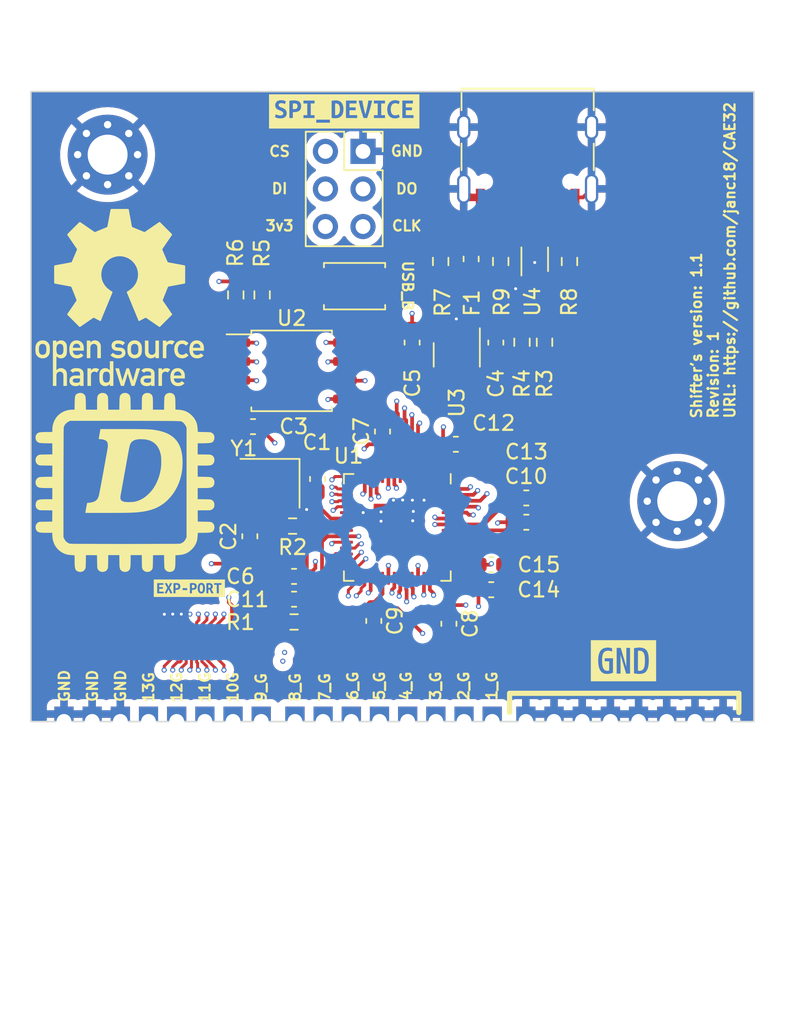
<source format=kicad_pcb>
(kicad_pcb (version 20221018) (generator pcbnew)
  (layers (0 "F.Cu" signal) (1 "In1.Cu" signal) (2 "In2.Cu" signal) (31 "B.Cu" signal) (34 "B.Paste" user) (35 "F.Paste" user) (36 "B.SilkS" user "B.Silkscreen") (37 "F.SilkS" user "F.Silkscreen") (38 "B.Mask" user) (39 "F.Mask" user) (44 "Edge.Cuts" user))
  (net 0 "")
  (net 1 "/SPI_CS")
  (net 2 "/SPI_DO")
  (net 3 "/SPI_DI")
  (net 4 "/SPI_CLK")
  (net 5 "/1_GEAR")
  (net 6 "/2_GEAR")
  (net 7 "/3_GEAR")
  (net 8 "/4_GEAR")
  (net 11 "/5_GEAR")
  (net 12 "/6_GEAR")
  (net 13 "/7_GEAR")
  (net 14 "/8_GEAR")
  (net 15 "/XIN")
  (net 16 "GNDREF")
  (net 17 "Net-(C2-Pad1)")
  (net 18 "/SWCLK")
  (net 19 "/GPIO_11")
  (net 20 "/GPIO_12")
  (net 22 "/9_GEAR")
  (net 24 "Net-(J6-CC1)")
  (net 25 "+3V3")
  (net 26 "/Power/1v1")
  (net 27 "/XOUT")
  (net 29 "+5V")
  (net 30 "/Power/VBUS")
  (net 31 "/Power/D_USB+")
  (net 32 "/Power/D_USB-")
  (net 33 "/D+")
  (net 34 "/Power/D-")
  (net 35 "/D-")
  (net 36 "/RESET")
  (net 37 "/USB_BOOT")
  (net 38 "/QSPI_CS")
  (net 39 "Net-(J6-CC2)")
  (net 40 "/QSPI_SD3")
  (net 41 "/QSPI_SCK")
  (net 42 "/QSPI_SD0")
  (net 43 "/QSPI_SD2")
  (net 44 "/QSPI_SD1")
  (net 45 "/Power/D+")
  (net 46 "/10_GEAR")
  (net 47 "/11_GEAR")
  (net 48 "/12_GEAR")
  (net 49 "/13_GEAR")
  (net 50 "/GPIO_13")
  (net 51 "/GPIO_14")
  (net 52 "/GPIO_15")
  (net 53 "/GPIO_16")
  (net 54 "/GPIO_17")
  (net 55 "/GPIO_18")
  (net 56 "/GPIO_19")
  (net 57 "/GPIO_20")
  (net 59 "Net-(U3-EN)")
  (net 60 "/SWDIO")
  (footprint "Capacitor_SMD:C_0603_1608Metric_Pad1.08x0.95mm_HandSolder" (layer "F.Cu") (at 177.33 101.2)
    (fp_text reference "C13")
    (fp_text value "0u1")
  )
  (footprint "Capacitor_SMD:C_0603_1608Metric_Pad1.08x0.95mm_HandSolder" (layer "F.Cu") (at 163.22 99.92 90)
    (fp_text reference "C1")
    (fp_text value "22p")
  )
  (footprint "kibuzzard-64F4C3CA" (layer "F.Cu") (at 183.9 112.2)
    (fp_text reference "kibuzzard-64F4C3CA" hide)
    (fp_text value "G***" hide)
  )
  (footprint "Resistor_SMD:R_0603_1608Metric_Pad0.98x0.95mm_HandSolder" (layer "F.Cu") (at 157.69 87.48 90)
    (fp_text reference "R6")
    (fp_text value "10k")
  )
  (footprint "Capacitor_SMD:C_0603_1608Metric_Pad1.08x0.95mm_HandSolder" (layer "F.Cu") (at 158.64 103.79 -90)
    (fp_text reference "C2")
    (fp_text value "22p")
  )
  (footprint "Button_Switch_SMD:SW_Push_SPST_NO_Alps_SKRK" (layer "F.Cu") (at 165.72 86.89 180)
    (fp_text reference "SW1" hide)
    (fp_text value "USB_BOOT")
  )
  (footprint "Capacitor_SMD:C_0603_1608Metric_Pad1.08x0.95mm_HandSolder" (layer "F.Cu") (at 175.27 90.7 -90)
    (fp_text reference "C4")
    (fp_text value "1u")
  )
  (footprint "Capacitor_SMD:C_0603_1608Metric_Pad1.08x0.95mm_HandSolder" (layer "F.Cu") (at 174.97 105.71)
    (fp_text reference "C15")
    (fp_text value "0u1")
  )
  (footprint "Capacitor_SMD:C_0603_1608Metric_Pad1.08x0.95mm_HandSolder" (layer "F.Cu") (at 167.02 109.50875 -90)
    (fp_text reference "C9")
    (fp_text value "0u1")
  )
  (footprint "shifter:shi" (layer "F.Cu") (at 167.405 116.3 -90)
    (fp_text reference "J3" hide)
    (fp_text value "Conn_01x08_Female")
  )
  (footprint "Package_TO_SOT_SMD:SOT-23-5" (layer "F.Cu") (at 172.63 91.53 -90)
    (fp_text reference "U3")
    (fp_text value "AP2112K-3.3")
  )
  (footprint "Package_DFN_QFN:QFN-56-1EP_7x7mm_P0.4mm_EP3.2x3.2mm" (layer "F.Cu") (at 168.61 103.19 -90)
    (fp_text reference "U1")
    (fp_text value "RP2040")
  )
  (footprint "Resistor_SMD:R_0603_1608Metric_Pad0.98x0.95mm_HandSolder" (layer "F.Cu") (at 180.25 85.22 90)
    (fp_text reference "R8")
    (fp_text value "5k1")
  )
  (footprint "Package_SO:SOIC-8_5.23x5.23mm_P1.27mm" (layer "F.Cu") (at 161.466 92.6095)
    (fp_text reference "U2")
    (fp_text value "W25Q16JVSNIQ")
  )
  (footprint "Connector_PinSocket_2.54mm:PinSocket_2x03_P2.54mm_Vertical" (layer "F.Cu") (at 166.29 77.78)
    (fp_text reference "J2" hide)
    (fp_text value "SPI_DEVICE")
  )
  (footprint "Capacitor_SMD:C_0603_1608Metric_Pad1.08x0.95mm_HandSolder" (layer "F.Cu") (at 169.61 90.7 -90)
    (fp_text reference "C5")
    (fp_text value "1u")
  )
  (footprint "Capacitor_SMD:C_0603_1608Metric_Pad1.08x0.95mm_HandSolder" (layer "F.Cu") (at 172.5675 97.57)
    (fp_text reference "C12")
    (fp_text value "0u1")
  )
  (footprint "Capacitor_SMD:C_0603_1608Metric_Pad1.08x0.95mm_HandSolder" (layer "F.Cu") (at 161.63 106.5 180)
    (fp_text reference "C6")
    (fp_text value "0u1")
  )
  (footprint "Fuse:Fuse_0603_1608Metric" (layer "F.Cu") (at 173.6 85.05 90)
    (fp_text reference "F1")
    (fp_text value "500mA")
  )
  (footprint "Capacitor_SMD:C_0603_1608Metric_Pad1.08x0.95mm_HandSolder" (layer "F.Cu") (at 177.33 102.84)
    (fp_text reference "C10")
    (fp_text value "0u1")
  )
  (footprint "Capacitor_SMD:C_0603_1608Metric_Pad1.08x0.95mm_HandSolder" (layer "F.Cu") (at 172.09625 109.7 -90)
    (fp_text reference "C8")
    (fp_text value "0u1")
  )
  (footprint "kibuzzard-64B75D82" (layer "F.Cu") (at 154.55 107.3)
    (fp_text reference "kibuzzard-64B75D82" hide)
    (fp_text value "G***" hide)
  )
  (footprint "Capacitor_SMD:C_0603_1608Metric_Pad1.08x0.95mm_HandSolder" (layer "F.Cu") (at 161.63 108.04 180)
    (fp_text reference "C11")
    (fp_text value "0u1")
  )
  (footprint "Package_TO_SOT_SMD:SOT-666" (layer "F.Cu") (at 177.9 85.07 90)
    (fp_text reference "U4")
    (fp_text value "USBLC6-2P6")
  )
  (footprint "Resistor_SMD:R_0603_1608Metric_Pad0.98x0.95mm_HandSolder" (layer "F.Cu") (at 171.54 85.22 90)
    (fp_text reference "R7")
    (fp_text value "10k")
  )
  (footprint "shifter:BM28B0-6-16DS" (layer "F.Cu") (at 154.87 111.09 180)
    (fp_text reference "J1" hide)
    (fp_text value "EXP-PORT" hide)
  )
  (footprint "Capacitor_SMD:C_0603_1608Metric_Pad1.08x0.95mm_HandSolder" (layer "F.Cu") (at 167.61 96.71 90)
    (fp_text reference "C7")
    (fp_text value "0u1")
  )
  (footprint "shifter:shi" (layer "F.Cu") (at 183.015 116.3 -90)
    (fp_text reference "J5" hide)
    (fp_text value "Conn_01x08_Female")
  )
  (footprint "Resistor_SMD:R_0603_1608Metric_Pad0.98x0.95mm_HandSolder" (layer "F.Cu") (at 175.6 85.22 90)
    (fp_text reference "R9")
    (fp_text value "5k1")
  )
  (footprint "Resistor_SMD:R_0603_1608Metric_Pad0.98x0.95mm_HandSolder" (layer "F.Cu") (at 159.47 87.48 -90)
    (fp_text reference "R5")
    (fp_text value "1k")
  )
  (footprint "Crystal:Crystal_SMD_3225-4Pin_3.2x2.5mm" (layer "F.Cu") (at 160 100.21 180)
    (fp_text reference "Y1")
    (fp_text value "12Mhz")
  )
  (footprint "Connector_USB:USB_C_Receptacle_Palconn_UTC16-G" (layer "F.Cu") (at 177.42 78.38 180)
    (fp_text reference "J6" hide)
    (fp_text value "USB_C_Receptacle_USB2.0")
  )
  (footprint "Resistor_SMD:R_0603_1608Metric_Pad0.98x0.95mm_HandSolder" (layer "F.Cu") (at 177.038 90.678 90)
    (fp_text reference "R4")
    (fp_text value "27")
  )
  (footprint "kibuzzard-64B759C0" (layer "F.Cu") (at 165.02 75.08)
    (fp_text reference "kibuzzard-64B759C0" hide)
    (fp_text value "G***" hide)
  )
  (footprint "Resistor_SMD:R_0603_1608Metric_Pad0.98x0.95mm_HandSolder" (layer "F.Cu") (at 161.53 103.1 180)
    (fp_text reference "R2")
    (fp_text value "1k")
  )
  (footprint "MountingHole:MountingHole_2.7mm_M2.5_Pad_Via" (layer "F.Cu") (at 149.025 78)
    (fp_text reference "H1" hide)
    (fp_text value "MountingHole_Pad")
  )
  (footprint "Resistor_SMD:R_0603_1608Metric_Pad0.98x0.95mm_HandSolder" (layer "F.Cu") (at 161.63 109.58)
    (fp_text reference "R1")
    (fp_text value "1k")
  )
  (footprint "MountingHole:MountingHole_2.7mm_M2.5_Pad_Via" (layer "F.Cu") (at 187.531891 101.418109)
    (fp_text reference "H2" hide)
    (fp_text value "MountingHole_Pad")
  )
  (footprint "shifter:shi" (layer "F.Cu") (at 151.79 116.3 -90)
    (fp_text reference "J4" hide)
    (fp_text value "Conn_01x08_Female")
  )
  (footprint "Capacitor_SMD:C_0603_1608Metric_Pad1.08x0.95mm_HandSolder" (layer "F.Cu") (at 174.96 107.4)
    (fp_text reference "C14")
    (fp_text value "0u1")
  )
  (footprint "Resistor_SMD:R_0603_1608Metric_Pad0.98x0.95mm_HandSolder" (layer "F.Cu") (at 178.562 90.678 90)
    (fp_text reference "R3")
    (fp_text value "27")
  )
  (footprint "Capacitor_SMD:C_0603_1608Metric_Pad1.08x0.95mm_HandSolder" (layer "F.Cu") (at 158.856 96.3795 180)
    (fp_text reference "C3")
    (fp_text value "0u1")
  )
  (gr_poly (pts (xy 144.65 90.55) (xy 144.666693 90.550682) (xy 144.682958 90.551799) (xy 144.698802 90.553336) (xy 144.714228 90.555276) (xy 144.729244 90.557603) (xy 144.743855 90.560303) (xy 144.758066 90.563358) (xy 144.771882 90.566753) (xy 144.78531 90.570472) (xy 144.798355 90.574499) (xy 144.811022 90.578818) (xy 144.823317 90.583414) (xy 144.835246 90.58827) (xy 144.846813 90.593371) (xy 144.858026 90.5987) (xy 144.879406 90.609981) (xy 144.899433 90.621987) (xy 144.918149 90.634589) (xy 144.935599 90.64766) (xy 144.951828 90.661075) (xy 144.966881 90.674705) (xy 144.980801 90.688423) (xy 144.993633 90.702102) (xy 145.010133 90.721002) (xy 145.025396 90.74008) (xy 145.039445 90.759568) (xy 145.052303 90.779702) (xy 145.063995 90.800714) (xy 145.074545 90.822837) (xy 145.083977 90.846306) (xy 145.092314 90.871353) (xy 145.099581 90.898213) (xy 145.105801 90.927118) (xy 145.110999 90.958303) (xy 145.115197 90.992001) (xy 145.118422 91.028445) (xy 145.120695 91.067869) (xy 145.122041 91.110507) (xy 145.122485 91.156591) (xy 145.122041 91.203061) (xy 145.120695 91.246039) (xy 145.118422 91.285761) (xy 145.115197 91.322463) (xy 145.110999 91.356383) (xy 145.105801 91.387755) (xy 145.099581 91.416817) (xy 145.092314 91.443805) (xy 145.083977 91.468955) (xy 145.074545 91.492503) (xy 145.063995 91.514686) (xy 145.052303 91.535741) (xy 145.039445 91.555902) (xy 145.025396 91.575407) (xy 145.010133 91.594493) (xy 144.993633 91.613394) (xy 144.980801 91.627072) (xy 144.966881 91.640786) (xy 144.951828 91.65441) (xy 144.935599 91.667815) (xy 144.918149 91.680877) (xy 144.899433 91.693468) (xy 144.879406 91.705461) (xy 144.858026 91.71673) (xy 144.835246 91.727148) (xy 144.811022 91.736588) (xy 144.78531 91.744923) (xy 144.758066 91.752027) (xy 144.729244 91.757773) (xy 144.698802 91.762034) (xy 144.666693 91.764684) (xy 144.632873 91.765595) (xy 144.615741 91.765365) (xy 144.599042 91.764684) (xy 144.582772 91.763568) (xy 144.566923 91.762034) (xy 144.551492 91.760097) (xy 144.536472 91.757773) (xy 144.521857 91.755078) (xy 144.507643 91.752027) (xy 144.493823 91.748637) (xy 144.480392 91.744923) (xy 144.467345 91.740901) (xy 144.454675 91.736588) (xy 144.442378 91.731998) (xy 144.430447 91.727148) (xy 144.418877 91.722053) (xy 144.407663 91.71673) (xy 144.38628 91.705462) (xy 144.366251 91.693468) (xy 144.347534 91.680877) (xy 144.330083 91.667816) (xy 144.313853 91.65441) (xy 144.2988 91.640787) (xy 144.28488 91.627072) (xy 144.272048 91.613394) (xy 144.255548 91.594493) (xy 144.240287 91.57541) (xy 144.226242 91.555907) (xy 144.213388 91.535749) (xy 144.201701 91.514699) (xy 144.191156 91.49252) (xy 144.181731 91.468976) (xy 144.1734 91.443829) (xy 144.166139 91.416844) (xy 144.159925 91.387784) (xy 144.154733 91.356412) (xy 144.150539 91.322491) (xy 144.147319 91.285785) (xy 144.145049 91.246058) (xy 144.143705 91.203072) (xy 144.143262 91.156591) (xy 144.382181 91.156591) (xy 144.38235 91.187649) (xy 144.382873 91.215949) (xy 144.383774 91.241702) (xy 144.385078 91.265116) (xy 144.386807 91.286401) (xy 144.388986 91.305768) (xy 144.391639 91.323426) (xy 144.39479 91.339583) (xy 144.398462 91.354452) (xy 144.40268 91.36824) (xy 144.407468 91.381157) (xy 144.412849 91.393414) (xy 144.418847 91.405219) (xy 144.425487 91.416783) (xy 144.432792 91.428316) (xy 144.440786 91.440026) (xy 144.44783 91.449121) (xy 144.45576 91.457901) (xy 144.464527 91.466328) (xy 144.474083 91.474365) (xy 144.484381 91.481975) (xy 144.495372 91.48912) (xy 144.507009 91.495762) (xy 144.519243 91.501865) (xy 144.532027 91.507389) (xy 144.545312 91.512299) (xy 144.559052 91.516557) (xy 144.573196 91.520124) (xy 144.587699 91.522964) (xy 144.602511 91.525039) (xy 144.617585 91.526311) (xy 144.632873 91.526744) (xy 144.64815 91.52631) (xy 144.663214 91.525036) (xy 144.678018 91.522958) (xy 144.692513 91.520114) (xy 144.706653 91.516543) (xy 144.720388 91.512282) (xy 144.733671 91.507368) (xy 144.746454 91.501839) (xy 144.758689 91.495734) (xy 144.770328 91.489091) (xy 144.781323 91.481946) (xy 144.791627 91.474337) (xy 144.80119 91.466303) (xy 144.809965 91.457882) (xy 144.817905 91.44911) (xy 144.821546 91.444605) (xy 144.824961 91.440026) (xy 144.832954 91.428316) (xy 144.840257 91.416788) (xy 144.846894 91.405235) (xy 144.852888 91.39345) (xy 144.858264 91.381228) (xy 144.863046 91.368362) (xy 144.867258 91.354645) (xy 144.870924 91.339873) (xy 144.874069 91.323838) (xy 144.876715 91.306333) (xy 144.878889 91.287154) (xy 144.880613 91.266093) (xy 144.881912 91.242944) (xy 144.88281 91.217501) (xy 144.8835 91.158907) (xy 144.883332 91.127847) (xy 144.88281 91.099543) (xy 144.881912 91.073785) (xy 144.880613 91.050363) (xy 144.878889 91.02907) (xy 144.876715 91.009694) (xy 144.874069 90.992029) (xy 144.870924 90.975864) (xy 144.867258 90.960991) (xy 144.863046 90.947199) (xy 144.858264 90.934281) (xy 144.852888 90.922027) (xy 144.846894 90.910228) (xy 144.840257 90.898675) (xy 144.832954 90.887159) (xy 144.824961 90.875471) (xy 144.817905 90.866376) (xy 144.809965 90.857596) (xy 144.80119 90.849169) (xy 144.791626 90.841132) (xy 144.781323 90.833522) (xy 144.770328 90.826377) (xy 144.758689 90.819735) (xy 144.746454 90.813632) (xy 144.733671 90.808108) (xy 144.720388 90.803198) (xy 144.706653 90.79894) (xy 144.692513 90.795373) (xy 144.678018 90.792533) (xy 144.663214 90.790458) (xy 144.64815 90.789186) (xy 144.632873 90.788753) (xy 144.617585 90.789186) (xy 144.602511 90.790461) (xy 144.587699 90.792539) (xy 144.573196 90.795382) (xy 144.559052 90.798954) (xy 144.545312 90.803215) (xy 144.532027 90.808129) (xy 144.519243 90.813657) (xy 144.507009 90.819762) (xy 144.495372 90.826406) (xy 144.484381 90.833551) (xy 144.474083 90.84116) (xy 144.464527 90.849194) (xy 144.45576 90.857615) (xy 144.44783 90.866387) (xy 144.444194 90.870892) (xy 144.440786 90.875471) (xy 144.432792 90.887159) (xy 144.425487 90.898671) (xy 144.418847 90.910213) (xy 144.412849 90.921991) (xy 144.407468 90.934211) (xy 144.40268 90.947077) (xy 144.398462 90.960797) (xy 144.39479 90.975575) (xy 144.391639 90.991617) (xy 144.388986 91.009129) (xy 144.386807 91.028317) (xy 144.385078 91.049386) (xy 144.383774 91.072543) (xy 144.382873 91.097992) (xy 144.382181 91.156591) (xy 144.143262 91.156591) (xy 144.143705 91.110507) (xy 144.145049 91.067872) (xy 144.147319 91.028451) (xy 144.150539 90.99201) (xy 144.154733 90.958317) (xy 144.159925 90.927136) (xy 144.166139 90.898234) (xy 144.1734 90.871378) (xy 144.181731 90.846333) (xy 144.191156 90.822866) (xy 144.201701 90.800743) (xy 144.213388 90.77973) (xy 144.226242 90.759593) (xy 144.240287 90.740099) (xy 144.255548 90.721013) (xy 144.272048 90.702102) (xy 144.28488 90.688423) (xy 144.2988 90.674705) (xy 144.313853 90.661075) (xy 144.330083 90.647661) (xy 144.347534 90.634589) (xy 144.366251 90.621987) (xy 144.38628 90.609982) (xy 144.407663 90.598701) (xy 144.430447 90.58827) (xy 144.454675 90.578819) (xy 144.480392 90.570472) (xy 144.507643 90.563358) (xy 144.536472 90.557604) (xy 144.566923 90.553336) (xy 144.599042 90.550682) (xy 144.632873 90.549769)) (fill solid) (layer "F.SilkS"))
  (gr_line (start 191.7 114.4) (end 191.7 115.7) (stroke (width 0.354)) (layer "F.SilkS"))
  (gr_poly (pts (xy 149.415548 93.627535) (xy 149.176629 93.627535) (xy 149.176629 93.503379) (xy 149.162171 93.518426) (xy 149.146922 93.53283) (xy 149.130917 93.546545) (xy 149.114191 93.559526) (xy 149.096777 93.571728) (xy 149.078711 93.583106) (xy 149.060026 93.593615) (xy 149.040758 93.603209) (xy 149.020939 93.611844) (xy 149.000606 93.619473) (xy 148.979792 93.626053) (xy 148.958531 93.631538) (xy 148.936858 93.635883) (xy 148.914808 93.639042) (xy 148.892415 93.64097) (xy 148.869712 93.641623) (xy 148.856211 93.641432) (xy 148.842944 93.640865) (xy 148.829909 93.639928) (xy 148.817106 93.63863) (xy 148.804536 93.636978) (xy 148.792196 93.634981) (xy 148.780088 93.632645) (xy 148.768211 93.629979) (xy 148.756563 93.626991) (xy 148.745145 93.623687) (xy 148.733957 93.620077) (xy 148.722997 93.616167) (xy 148.712266 93.611965) (xy 148.701762 93.607479) (xy 148.681437 93.597686) (xy 148.662017 93.58685) (xy 148.643501 93.575032) (xy 148.625883 93.562294) (xy 148.609161 93.548699) (xy 148.59333 93.534307) (xy 148.578388 93.519181) (xy 148.56433 93.503383) (xy 148.551154 93.486974) (xy 148.539393 93.47119) (xy 148.528691 93.455245) (xy 148.519005 93.438815) (xy 148.510294 93.421572) (xy 148.502518 93.40319) (xy 148.495634 93.383345) (xy 148.489602 93.361709) (xy 148.48438 93.337956) (xy 148.479927 93.311761) (xy 148.476201 93.282798) (xy 148.473162 93.25074) (xy 148.470768 93.215261) (xy 148.46775 93.132738) (xy 148.466818 93.032619) (xy 148.705737 93.032619) (xy 148.705923 93.067263) (xy 148.706679 93.101636) (xy 148.7083 93.135467) (xy 148.71108 93.168485) (xy 148.715315 93.200419) (xy 148.718071 93.215895) (xy 148.721301 93.230998) (xy 148.725042 93.245695) (xy 148.729332 93.259951) (xy 148.734206 93.273733) (xy 148.739703 93.287007) (xy 148.745858 93.299739) (xy 148.752709 93.311895) (xy 148.760293 93.323441) (xy 148.768646 93.334344) (xy 148.777806 93.344569) (xy 148.787809 93.354082) (xy 148.798693 93.36285) (xy 148.810493 93.37084) (xy 148.823248 93.378016) (xy 148.836993 93.384345) (xy 148.851766 93.389793) (xy 148.867604 93.394327) (xy 148.884544 93.397912) (xy 148.902622 93.400515) (xy 148.921875 93.402102) (xy 148.94234 93.402638) (xy 148.962596 93.402069) (xy 148.981652 93.400387) (xy 148.999545 93.397634) (xy 149.016312 93.39385) (xy 149.03199 93.389074) (xy 149.046614 93.383347) (xy 149.060222 93.37671) (xy 149.072849 93.369203) (xy 149.084533 93.360865) (xy 149.095309 93.351738) (xy 149.105214 93.341861) (xy 149.114285 93.331274) (xy 149.122557 93.320019) (xy 149.130069 93.308135) (xy 149.136855 93.295662) (xy 149.142952 93.282642) (xy 149.148398 93.269113) (xy 149.153228 93.255117) (xy 149.161187 93.225883) (xy 149.167121 93.195261) (xy 149.171322 93.163574) (xy 149.174081 93.131145) (xy 149.175691 93.098294) (xy 149.176629 93.032619) (xy 149.176443 93.000298) (xy 149.175691 92.967697) (xy 149.174081 92.935143) (xy 149.171322 92.902961) (xy 149.167121 92.871479) (xy 149.164389 92.856101) (xy 149.161187 92.841022) (xy 149.157479 92.82628) (xy 149.153228 92.811916) (xy 149.148398 92.797973) (xy 149.142952 92.78449) (xy 149.136855 92.771507) (xy 149.130069 92.759067) (xy 149.122557 92.74721) (xy 149.114285 92.735976) (xy 149.105214 92.725406) (xy 149.095309 92.715541) (xy 149.084533 92.706423) (xy 149.072849 92.698091) (xy 149.060222 92.690586) (xy 149.046614 92.68395) (xy 149.03199 92.678222) (xy 149.016312 92.673445) (xy 148.999545 92.669658) (xy 148.981652 92.666903) (xy 148.962596 92.66522) (xy 148.94234 92.66465) (xy 148.921875 92.665186) (xy 148.902622 92.666774) (xy 148.884544 92.669377) (xy 148.867604 92.672962) (xy 148.851766 92.677495) (xy 148.836993 92.682941) (xy 148.823248 92.689265) (xy 148.810493 92.696435) (xy 148.798693 92.704414) (xy 148.787809 92.71317) (xy 148.777806 92.722667) (xy 148.768646 92.732871) (xy 148.760293 92.743748) (xy 148.752709 92.755264) (xy 148.745858 92.767384) (xy 148.739703 92.780074) (xy 148.734206 92.7933) (xy 148.729332 92.807027) (xy 148.721301 92.835847) (xy 148.715315 92.866261) (xy 148.71108 92.897993) (xy 148.7083 92.93077) (xy 148.706679 92.964316) (xy 148.705737 93.032619) (xy 148.466818 93.032619) (xy 148.467044 92.980558) (xy 148.46775 92.933178) (xy 148.468978 92.890154) (xy 148.470768 92.851164) (xy 148.473162 92.815886) (xy 148.476201 92.783997) (xy 148.479927 92.755173) (xy 148.48438 92.729092) (xy 148.489602 92.705431) (xy 148.492514 92.694407) (xy 148.495634 92.683868) (xy 148.498967 92.673771) (xy 148.502518 92.664078) (xy 148.506292 92.654748) (xy 148.510294 92.64574) (xy 148.519005 92.628531) (xy 148.528691 92.612127) (xy 148.539393 92.596207) (xy 148.551154 92.580446) (xy 148.56433 92.564015) (xy 148.578388 92.548201) (xy 148.59333 92.533064) (xy 148.609161 92.518666) (xy 148.625883 92.505068) (xy 148.643501 92.492331) (xy 148.662017 92.480516) (xy 148.681437 92.469685) (xy 148.701762 92.459899) (xy 148.722997 92.451219) (xy 148.745145 92.443706) (xy 148.768211 92.437422) (xy 148.792196 92.432428) (xy 148.817106 92.428785) (xy 148.842944 92.426554) (xy 148.869712 92.425797) (xy 148.89226 92.426449) (xy 148.91423 92.428378) (xy 148.935651 92.431542) (xy 148.95655 92.4359) (xy 148.976954 92.441411) (xy 148.996891 92.448034) (xy 149.016388 92.455728) (xy 149.035474 92.464452) (xy 149.054175 92.474163) (xy 149.072519 92.484822) (xy 149.090534 92.496386) (xy 149.108247 92.508816) (xy 149.125685 92.522069) (xy 149.142877 92.536104) (xy 149.159849 92.550881) (xy 149.176629 92.566357) (xy 149.176629 91.959535) (xy 149.415548 91.959535)) (fill solid) (layer "F.SilkS"))
  (gr_poly (pts (xy 150.587597 96.543679) (xy 151.051042 96.546014) (xy 151.413086 96.550895) (xy 151.562521 96.554543) (xy 151.694333 96.559132) (xy 151.811096 96.564763) (xy 151.915387 96.571538) (xy 152.00978 96.579556) (xy 152.096852 96.58892) (xy 152.179178 96.599731) (xy 152.259334 96.61209) (xy 152.423436 96.641859) (xy 152.598144 96.680901) (xy 152.762573 96.727255) (xy 152.916833 96.781028) (xy 153.061036 96.842327) (xy 153.129399 96.875833) (xy 153.19529 96.911259) (xy 153.258722 96.948621) (xy 153.319707 96.987931) (xy 153.378261 97.029202) (xy 153.434398 97.072448) (xy 153.48813 97.117682) (xy 153.539471 97.164918) (xy 153.588436 97.214169) (xy 153.635038 97.265447) (xy 153.679291 97.318768) (xy 153.721209 97.374143) (xy 153.760805 97.431587) (xy 153.798094 97.491112) (xy 153.833089 97.552732) (xy 153.865804 97.61646) (xy 153.896253 97.682309) (xy 153.924449 97.750294) (xy 153.950406 97.820427) (xy 153.974139 97.892722) (xy 154.014985 98.043849) (xy 154.047096 98.203782) (xy 154.059352 98.283895) (xy 154.069731 98.366148) (xy 154.078236 98.450254) (xy 154.084871 98.535922) (xy 154.092544 98.71079) (xy 154.092781 98.888436) (xy 154.085609 99.066544) (xy 154.071057 99.242801) (xy 154.061023 99.329511) (xy 154.049155 99.41489) (xy 154.035457 99.498649) (xy 154.019932 99.580497) (xy 153.992376 99.706208) (xy 153.960672 99.83001) (xy 153.924871 99.951819) (xy 153.885019 100.07155) (xy 153.841167 100.189118) (xy 153.793363 100.304438) (xy 153.741656 100.417424) (xy 153.686094 100.527992) (xy 153.626727 100.636057) (xy 153.563603 100.741534) (xy 153.496772 100.844338) (xy 153.426282 100.944383) (xy 153.352181 101.041585) (xy 153.274519 101.135859) (xy 153.193345 101.22712) (xy 153.108707 101.315282) (xy 153.024339 101.396612) (xy 152.937821 101.4735) (xy 152.848999 101.546018) (xy 152.757718 101.614239) (xy 152.663826 101.678235) (xy 152.567168 101.738078) (xy 152.467591 101.79384) (xy 152.364942 101.845595) (xy 152.259065 101.893414) (xy 152.149808 101.937369) (xy 152.037017 101.977534) (xy 151.920538 102.01398) (xy 151.800217 102.04678) (xy 151.675901 102.076006) (xy 151.547436 102.10173) (xy 151.414668 102.124025) (xy 151.235141 102.149009) (xy 151.052663 102.168784) (xy 150.849928 102.183928) (xy 150.609629 102.195022) (xy 150.314463 102.202642) (xy 149.947124 102.207369) (xy 148.926703 102.210456) (xy 147.521589 102.210456) (xy 147.522824 102.182057) (xy 147.524001 102.170361) (xy 147.527377 102.147292) (xy 147.539802 102.072475) (xy 147.558245 101.968488) (xy 147.580856 101.846212) (xy 147.638888 101.538767) (xy 147.768534 101.52395) (xy 147.84507 101.514058) (xy 147.915598 101.502282) (xy 147.980423 101.488391) (xy 148.01079 101.480578) (xy 148.039845 101.47215) (xy 148.067624 101.463075) (xy 148.094166 101.453326) (xy 148.119509 101.442873) (xy 148.143689 101.431686) (xy 148.166746 101.419737) (xy 148.188716 101.406997) (xy 148.209637 101.393436) (xy 148.229548 101.379025) (xy 148.248486 101.363735) (xy 148.266488 101.347536) (xy 148.283593 101.330401) (xy 148.299838 101.312299) (xy 148.315261 101.293201) (xy 148.3299 101.273079) (xy 148.343792 101.251902) (xy 148.356975 101.229642) (xy 148.369488 101.20627) (xy 148.381367 101.181757) (xy 148.392651 101.156072) (xy 148.39269 101.155972) (xy 149.891955 101.155972) (xy 149.89241 101.176839) (xy 149.893458 101.197227) (xy 149.895094 101.216931) (xy 149.897313 101.235741) (xy 149.900108 101.253449) (xy 149.903475 101.269848) (xy 149.907408 101.28473) (xy 149.911901 101.297886) (xy 149.91695 101.309108) (xy 149.931011 101.333323) (xy 149.947828 101.355524) (xy 149.967553 101.375754) (xy 149.990339 101.394054) (xy 150.016337 101.410465) (xy 150.045699 101.42503) (xy 150.078577 101.43779) (xy 150.115123 101.448786) (xy 150.155489 101.458061) (xy 150.199827 101.465655) (xy 150.248289 101.471611) (xy 150.301026 101.475969) (xy 150.358191 101.478772) (xy 150.419936 101.480062) (xy 150.486412 101.479878) (xy 150.557771 101.478265) (xy 150.605614 101.476543) (xy 150.652285 101.474214) (xy 150.69696 101.471363) (xy 150.738812 101.468079) (xy 150.777019 101.464447) (xy 150.810754 101.460555) (xy 150.839194 101.456489) (xy 150.861513 101.452336) (xy 150.924774 101.436911) (xy 150.987228 101.419339) (xy 151.048879 101.399614) (xy 151.109731 101.377732) (xy 151.169786 101.353687) (xy 151.22905 101.327473) (xy 151.287525 101.299085) (xy 151.345215 101.268517) (xy 151.402124 101.235765) (xy 151.458255 101.200822) (xy 151.513612 101.163683) (xy 151.568198 101.124344) (xy 151.622018 101.082798) (xy 151.675074 101.039039) (xy 151.727371 100.993064) (xy 151.778911 100.944865) (xy 151.820605 100.904167) (xy 151.860987 100.863058) (xy 151.900102 100.821475) (xy 151.937998 100.779355) (xy 151.974722 100.736634) (xy 152.01032 100.69325) (xy 152.044841 100.649138) (xy 152.078332 100.604236) (xy 152.110838 100.558481) (xy 152.142407 100.511808) (xy 152.173086 100.464155) (xy 152.202923 100.415459) (xy 152.231963 100.365656) (xy 152.260255 100.314682) (xy 152.287845 100.262475) (xy 152.314781 100.208971) (xy 152.374761 100.08075) (xy 152.428838 99.951358) (xy 152.453699 99.886073) (xy 152.477127 99.820315) (xy 152.499138 99.754027) (xy 152.519745 99.687146) (xy 152.538962 99.619615) (xy 152.556806 99.551373) (xy 152.573289 99.48236) (xy 152.588426 99.412517) (xy 152.614722 99.270102) (xy 152.635809 99.12365) (xy 152.643343 99.040938) (xy 152.648388 98.941413) (xy 152.651002 98.831296) (xy 152.651243 98.716809) (xy 152.649169 98.604174) (xy 152.644838 98.499614) (xy 152.638307 98.409349) (xy 152.634235 98.371522) (xy 152.629635 98.339602) (xy 152.606342 98.225078) (xy 152.57768 98.11673) (xy 152.543665 98.014567) (xy 152.524654 97.965808) (xy 152.50431 97.9186) (xy 152.482636 97.872944) (xy 152.459631 97.828841) (xy 152.435299 97.786293) (xy 152.409642 97.7453) (xy 152.38266 97.705865) (xy 152.354357 97.667988) (xy 152.324733 97.631672) (xy 152.29379 97.596916) (xy 152.261531 97.563724) (xy 152.227957 97.532095) (xy 152.19307 97.502032) (xy 152.156871 97.473536) (xy 152.119363 97.446608) (xy 152.080547 97.421249) (xy 152.040426 97.397461) (xy 151.999 97.375245) (xy 151.956273 97.354603) (xy 151.912244 97.335536) (xy 151.866917 97.318045) (xy 151.820294 97.302131) (xy 151.772375 97.287797) (xy 151.723163 97.275042) (xy 151.67266 97.26387) (xy 151.620867 97.254281) (xy 151.562345 97.246137) (xy 151.497646 97.239368) (xy 151.429155 97.234074) (xy 151.35926 97.230358) (xy 151.29035 97.22832) (xy 151.224811 97.228062) (xy 151.16503 97.229685) (xy 151.113396 97.23329) (xy 151.050104 97.241378) (xy 150.990727 97.251809) (xy 150.93516 97.264666) (xy 150.908771 97.272032) (xy 150.883294 97.280036) (xy 150.858717 97.28869) (xy 150.835025 97.298003) (xy 150.812205 97.307987) (xy 150.790244 97.318653) (xy 150.769129 97.33001) (xy 150.748846 97.342069) (xy 150.729381 97.354842) (xy 150.710723 97.368338) (xy 150.692856 97.382569) (xy 150.675768 97.397544) (xy 150.659446 97.413276) (xy 150.643876 97.429773) (xy 150.629045 97.447047) (xy 150.61494 97.465109) (xy 150.601546 97.483968) (xy 150.588852 97.503637) (xy 150.576843 97.524125) (xy 150.565506 97.545442) (xy 150.554828 97.567601) (xy 150.544795 97.59061) (xy 150.535394 97.614481) (xy 150.526613 97.639225) (xy 150.510852 97.691373) (xy 150.409759 98.223229) (xy 150.202171 99.371829) (xy 149.905838 101.01401) (xy 149.901988 101.032394) (xy 149.89877 101.051758) (xy 149.896177 101.071892) (xy 149.894205 101.092588) (xy 149.892847 101.113639) (xy 149.892099 101.134836) (xy 149.891955 101.155972) (xy 148.39269 101.155972) (xy 148.403376 101.129188) (xy 148.423306 101.071704) (xy 148.441457 101.00907) (xy 148.541084 100.499092) (xy 148.733778 99.463816) (xy 149.02795 97.829662) (xy 149.03173 97.801948) (xy 149.034746 97.773595) (xy 149.037017 97.744834) (xy 149.038561 97.715893) (xy 149.039396 97.687004) (xy 149.039541 97.658394) (xy 149.039012 97.630295) (xy 149.037828 97.602935) (xy 149.036008 97.576545) (xy 149.033569 97.551354) (xy 149.03053 97.527592) (xy 149.026909 97.505489) (xy 149.022723 97.485274) (xy 149.017991 97.467176) (xy 149.012731 97.451427) (xy 149.00696 97.438255) (xy 148.993428 97.414763) (xy 148.978227 97.392871) (xy 148.961249 97.372532) (xy 148.942388 97.353695) (xy 148.921538 97.336313) (xy 148.898592 97.320336) (xy 148.873442 97.305716) (xy 148.845983 97.292403) (xy 148.816108 97.280349) (xy 148.783709 97.269505) (xy 148.748681 97.259822) (xy 148.710916 97.251252) (xy 148.670308 97.243745) (xy 148.62675 97.237253) (xy 148.580136 97.231726) (xy 148.530358 97.227117) (xy 148.420467 97.218474) (xy 148.426641 97.186371) (xy 148.485907 96.848058) (xy 148.537766 96.543081) (xy 150.002146 96.543081)) (fill solid) (layer "F.SilkS"))
  (gr_poly (pts (xy 146.95037 90.550335) (xy 146.974614 90.552026) (xy 146.998582 90.554827) (xy 147.022239 90.558721) (xy 147.045549 90.563695) (xy 147.068477 90.569732) (xy 147.090989 90.576819) (xy 147.113049 90.58494) (xy 147.134621 90.594081) (xy 147.155671 90.604225) (xy 147.176164 90.615359) (xy 147.196064 90.627467) (xy 147.215336 90.640534) (xy 147.233945 90.654546) (xy 147.251855 90.669487) (xy 147.269033 90.685342) (xy 147.285442 90.702097) (xy 147.301047 90.719736) (xy 147.315813 90.738245) (xy 147.329705 90.757608) (xy 147.342688 90.77781) (xy 147.354726 90.798837) (xy 147.365785 90.820673) (xy 147.375829 90.843304) (xy 147.384824 90.866714) (xy 147.392733 90.890889) (xy 147.399521 90.915813) (xy 147.405155 90.941472) (xy 147.409598 90.967851) (xy 147.412814 90.994934) (xy 147.41477 91.022707) (xy 147.41543 91.051154) (xy 147.41543 91.247937) (xy 146.675192 91.247937) (xy 146.67554 91.265887) (xy 146.676574 91.283274) (xy 146.67828 91.300097) (xy 146.680645 91.316356) (xy 146.683656 91.33205) (xy 146.687298 91.34718) (xy 146.691557 91.361744) (xy 146.696421 91.375743) (xy 146.701874 91.389175) (xy 146.707905 91.40204) (xy 146.714498 91.414339) (xy 146.72164 91.42607) (xy 146.729318 91.437233) (xy 146.737518 91.447827) (xy 146.746225 91.457853) (xy 146.755427 91.467309) (xy 146.765109 91.476196) (xy 146.775259 91.484512) (xy 146.785861 91.492258) (xy 146.796903 91.499433) (xy 146.808371 91.506036) (xy 146.82025 91.512067) (xy 146.832528 91.517526) (xy 146.845191 91.522413) (xy 146.858225 91.526726) (xy 146.871615 91.530465) (xy 146.885349 91.53363) (xy 146.899414 91.536221) (xy 146.913794 91.538237) (xy 146.928476 91.539677) (xy 146.943447 91.540542) (xy 146.958693 91.54083) (xy 146.975894 91.540339) (xy 146.993208 91.538875) (xy 147.010584 91.536457) (xy 147.02797 91.533102) (xy 147.045314 91.528826) (xy 147.062565 91.523648) (xy 147.079671 91.517584) (xy 147.096582 91.510652) (xy 147.113246 91.502868) (xy 147.129611 91.494251) (xy 147.145626 91.484817) (xy 147.161239 91.474584) (xy 147.176399 91.463568) (xy 147.191054 91.451788) (xy 147.205154 91.43926) (xy 147.218646 91.426001) (xy 147.392014 91.573507) (xy 147.369646 91.598054) (xy 147.346496 91.620768) (xy 147.322607 91.641685) (xy 147.298019 91.660838) (xy 147.272773 91.678262) (xy 147.246909 91.69399) (xy 147.220469 91.708058) (xy 147.193494 91.720499) (xy 147.166024 91.731349) (xy 147.138101 91.74064) (xy 147.109765 91.748408) (xy 147.081057 91.754686) (xy 147.052018 91.75951) (xy 147.022688 91.762913) (xy 146.99311 91.76493) (xy 146.963323 91.765594) (xy 146.917258 91.764159) (xy 146.870732 91.759606) (xy 146.824221 91.751566) (xy 146.778197 91.739668) (xy 146.733133 91.723542) (xy 146.71111 91.713778) (xy 146.689504 91.702818) (xy 146.668375 91.690616) (xy 146.647783 91.677125) (xy 146.627785 91.6623) (xy 146.608443 91.646094) (xy 146.589814 91.62846) (xy 146.571958 91.609354) (xy 146.554934 91.588727) (xy 146.538801 91.566534) (xy 146.523619 91.542729) (xy 146.509446 91.517265) (xy 146.496342 91.490096) (xy 146.484367 91.461176) (xy 146.473578 91.430459) (xy 146.464036 91.397898) (xy 146.4558 91.363446) (xy 146.448928 91.327059) (xy 146.44348 91.288689) (xy 146.439516 91.24829) (xy 146.437094 91.205816) (xy 146.436273 91.16122) (xy 146.437026 91.118868) (xy 146.439249 91.078312) (xy 146.441791 91.051221) (xy 146.675192 91.051221) (xy 147.176511 91.051221) (xy 147.175574 91.034546) (xy 147.174085 91.018368) (xy 147.172055 91.00269) (xy 147.169494 90.987514) (xy 147.166414 90.972841) (xy 147.162824 90.958674) (xy 147.158735 90.945015) (xy 147.154159 90.931866) (xy 147.149106 90.919229) (xy 147.143587 90.907106) (xy 147.137612 90.8955) (xy 147.131192 90.884411) (xy 147.124338 90.873844) (xy 147.117061 90.863798) (xy 147.109371 90.854278) (xy 147.101279 90.845284) (xy 147.092795 90.836819) (xy 147.083932 90.828885) (xy 147.074698 90.821484) (xy 147.065105 90.814618) (xy 147.055164 90.80829) (xy 147.044886 90.802501) (xy 147.03428 90.797253) (xy 147.023358 90.792548) (xy 147.01213 90.78839) (xy 147.000608 90.784779) (xy 146.988802 90.781717) (xy 146.976722 90.779208) (xy 146.96438 90.777253) (xy 146.951786 90.775853) (xy 146.938951 90.775012) (xy 146.925885 90.774731) (xy 146.912812 90.775012) (xy 146.899957 90.775853) (xy 146.887333 90.777253) (xy 146.874949 90.779208) (xy 146.86282 90.781717) (xy 146.850957 90.784778) (xy 146.839371 90.78839) (xy 146.828076 90.792548) (xy 146.817082 90.797253) (xy 146.806402 90.8025) (xy 146.796049 90.80829) (xy 146.786033 90.814618) (xy 146.776367 90.821484) (xy 146.767063 90.828885) (xy 146.758133 90.836819) (xy 146.74959 90.845284) (xy 146.741444 90.854278) (xy 146.733708 90.863798) (xy 146.726394 90.873843) (xy 146.719515 90.884411) (xy 146.713081 90.895499) (xy 146.707106 90.907106) (xy 146.701601 90.919228) (xy 146.696578 90.931865) (xy 146.692049 90.945015) (xy 146.688026 90.958674) (xy 146.684522 90.972841) (xy 146.681547 90.987513) (xy 146.679115 91.00269) (xy 146.677237 91.018368) (xy 146.675925 91.034546) (xy 146.675192 91.051221) (xy 146.441791 91.051221) (xy 146.442889 91.03952) (xy 146.447892 91.002465) (xy 146.454206 90.967117) (xy 146.461777 90.933445) (xy 146.470553 90.901421) (xy 146.480479 90.871014) (xy 146.491504 90.842196) (xy 146.503574 90.814936) (xy 146.516635 90.789206) (xy 146.530635 90.764975) (xy 146.54552 90.742214) (xy 146.561238 90.720894) (xy 146.577735 90.700985) (xy 146.594957 90.682457) (xy 146.612853 90.665281) (xy 146.631368 90.649427) (xy 146.65045 90.634866) (xy 146.670045 90.621569) (xy 146.6901 90.609505) (xy 146.710562 90.598645) (xy 146.731379 90.588959) (xy 146.752496 90.580419) (xy 146.773861 90.572994) (xy 146.79542 90.566654) (xy 146.817121 90.561372) (xy 146.83891 90.557116) (xy 146.88254 90.551566) (xy 146.925885 90.549768)) (fill solid) (layer "F.SilkS"))
  (gr_line (start 176.2 115.7) (end 176.2 114.4) (stroke (width 0.35)) (layer "F.SilkS"))
  (gr_poly (pts (xy 153.781911 92.426297) (xy 153.806155 92.427989) (xy 153.830122 92.430789) (xy 153.853777 92.434683) (xy 153.877086 92.439656) (xy 153.900013 92.445694) (xy 153.922522 92.45278) (xy 153.94458 92.4609) (xy 153.96615 92.47004) (xy 153.987197 92.480183) (xy 154.007687 92.491316) (xy 154.027584 92.503422) (xy 154.046853 92.516488) (xy 154.065459 92.530497) (xy 154.083367 92.545436) (xy 154.100541 92.561288) (xy 154.116947 92.578039) (xy 154.132549 92.595675) (xy 154.147312 92.614179) (xy 154.161201 92.633538) (xy 154.174181 92.653735) (xy 154.186217 92.674756) (xy 154.197273 92.696586) (xy 154.207315 92.71921) (xy 154.216307 92.742613) (xy 154.224214 92.76678) (xy 154.231001 92.791696) (xy 154.236633 92.817346) (xy 154.241074 92.843714) (xy 154.24429 92.870787) (xy 154.246246 92.898548) (xy 154.246905 92.926984) (xy 154.246905 93.1239) (xy 153.5068 93.1239) (xy 153.507147 93.141838) (xy 153.508181 93.159214) (xy 153.509886 93.176026) (xy 153.51225 93.192275) (xy 153.515259 93.207961) (xy 153.518899 93.223082) (xy 153.523157 93.237638) (xy 153.528018 93.25163) (xy 153.53347 93.265055) (xy 153.539497 93.277915) (xy 153.546088 93.290208) (xy 153.553227 93.301933) (xy 153.560902 93.313092) (xy 153.569099 93.323682) (xy 153.577803 93.333704) (xy 153.587002 93.343157) (xy 153.596681 93.352041) (xy 153.606828 93.360355) (xy 153.617427 93.368098) (xy 153.628466 93.375271) (xy 153.639931 93.381873) (xy 153.651808 93.387903) (xy 153.664083 93.393361) (xy 153.676743 93.398246) (xy 153.689775 93.402559) (xy 153.703163 93.406298) (xy 153.716896 93.409463) (xy 153.730958 93.412053) (xy 153.745337 93.414069) (xy 153.760018 93.415509) (xy 153.774989 93.416374) (xy 153.790235 93.416662) (xy 153.807413 93.416172) (xy 153.824709 93.414712) (xy 153.842071 93.4123) (xy 153.859446 93.408952) (xy 153.876783 93.404684) (xy 153.894031 93.399514) (xy 153.911137 93.393458) (xy 153.928049 93.386533) (xy 153.944717 93.378754) (xy 153.961088 93.37014) (xy 153.977111 93.360707) (xy 153.992734 93.350471) (xy 154.007904 93.339449) (xy 154.022571 93.327657) (xy 154.036683 93.315113) (xy 154.050187 93.301833) (xy 154.223556 93.44947) (xy 154.201187 93.474017) (xy 154.178038 93.496732) (xy 154.154149 93.517648) (xy 154.129562 93.536801) (xy 154.104317 93.554225) (xy 154.078455 93.569954) (xy 154.052017 93.584022) (xy 154.025044 93.596463) (xy 153.997578 93.607312) (xy 153.969659 93.616604) (xy 153.941328 93.624372) (xy 153.912626 93.63065) (xy 153.883595 93.635474) (xy 153.854275 93.638877) (xy 153.824707 93.640894) (xy 153.794932 93.641558) (xy 153.748854 93.640123) (xy 153.702319 93.63557) (xy 153.655799 93.627529) (xy 153.609767 93.61563) (xy 153.564697 93.599502) (xy 153.542671 93.589736) (xy 153.521062 93.578775) (xy 153.499931 93.566571) (xy 153.479337 93.553078) (xy 153.459338 93.53825) (xy 153.439993 93.522041) (xy 153.421363 93.504404) (xy 153.403505 93.485293) (xy 153.38648 93.464662) (xy 153.370347 93.442465) (xy 153.355164 93.418654) (xy 153.34099 93.393185) (xy 153.327886 93.36601) (xy 153.31591 93.337083) (xy 153.305121 93.306359) (xy 153.295579 93.273789) (xy 153.287342 93.23933) (xy 153.28047 93.202933) (xy 153.275023 93.164553) (xy 153.271058 93.124144) (xy 153.268636 93.081658) (xy 153.267816 93.037051) (xy 153.268569 92.994699) (xy 153.270792 92.954144) (xy 153.273335 92.927049) (xy 153.5068 92.927049) (xy 154.008053 92.927049) (xy 154.007122 92.910386) (xy 154.005638 92.894219) (xy 154.003612 92.878549) (xy 154.001055 92.86338) (xy 153.997977 92.848714) (xy 153.99439 92.834552) (xy 153.990304 92.820897) (xy 153.985729 92.807751) (xy 153.980677 92.795115) (xy 153.975158 92.782994) (xy 153.969183 92.771387) (xy 153.962763 92.760298) (xy 153.955908 92.749729) (xy 153.94863 92.739682) (xy 153.940939 92.730159) (xy 153.932845 92.721163) (xy 153.924361 92.712694) (xy 153.915495 92.704757) (xy 153.906259 92.697352) (xy 153.896665 92.690482) (xy 153.886721 92.684149) (xy 153.876441 92.678356) (xy 153.865833 92.673104) (xy 153.854909 92.668396) (xy 153.84368 92.664233) (xy 153.832156 92.660619) (xy 153.820348 92.657554) (xy 153.808267 92.655042) (xy 153.795923 92.653084) (xy 153.783328 92.651683) (xy 153.770492 92.650841) (xy 153.757426 92.65056) (xy 153.744354 92.650841) (xy 153.731499 92.651683) (xy 153.718874 92.653084) (xy 153.706491 92.655042) (xy 153.694362 92.657554) (xy 153.682499 92.660619) (xy 153.670914 92.664233) (xy 153.659618 92.668396) (xy 153.648625 92.673104) (xy 153.637946 92.678356) (xy 153.627593 92.684149) (xy 153.617578 92.690482) (xy 153.607913 92.697352) (xy 153.59861 92.704757) (xy 153.589682 92.712694) (xy 153.58114 92.721162) (xy 153.572996 92.730159) (xy 153.565262 92.739682) (xy 153.55795 92.749729) (xy 153.551073 92.760298) (xy 153.544642 92.771387) (xy 153.53867 92.782993) (xy 153.533167 92.795115) (xy 153.528148 92.80775) (xy 153.523622 92.820896) (xy 153.519604 92.834552) (xy 153.516103 92.848714) (xy 153.513133 92.86338) (xy 153.510706 92.878549) (xy 153.508833 92.894219) (xy 153.507527 92.910386) (xy 153.5068 92.927049) (xy 153.273335 92.927049) (xy 153.274432 92.915354) (xy 153.279437 92.878301) (xy 153.285752 92.842956) (xy 153.293325 92.809287) (xy 153.302102 92.777267) (xy 153.312031 92.746865) (xy 153.323058 92.718051) (xy 153.335129 92.690797) (xy 153.348193 92.665072) (xy 153.362195 92.640847) (xy 153.377082 92.618092) (xy 153.392802 92.596778) (xy 153.4093 92.576875) (xy 153.426524 92.558353) (xy 153.444421 92.541183) (xy 153.462938 92.525336) (xy 153.48202 92.510781) (xy 153.501616 92.497489) (xy 153.521671 92.485431) (xy 153.542134 92.474576) (xy 153.56295 92.464896) (xy 153.584066 92.45636) (xy 153.605429 92.44894) (xy 153.626987 92.442604) (xy 153.648685 92.437325) (xy 153.670471 92.433072) (xy 153.714092 92.427526) (xy 153.757426 92.42573)) (fill solid) (layer "F.SilkS"))
  (gr_poly (pts (xy 150.871093 90.55) (xy 150.887797 90.550682) (xy 150.904072 90.551799) (xy 150.919924 90.553336) (xy 150.935359 90.555276) (xy 150.950381 90.557603) (xy 150.964998 90.560303) (xy 150.979214 90.563358) (xy 150.993034 90.566753) (xy 151.006466 90.570472) (xy 151.019513 90.574499) (xy 151.032183 90.578818) (xy 151.044479 90.583414) (xy 151.056409 90.58827) (xy 151.067978 90.593371) (xy 151.07919 90.5987) (xy 151.10057 90.609981) (xy 151.120595 90.621987) (xy 151.139308 90.634589) (xy 151.156755 90.64766) (xy 151.172982 90.661075) (xy 151.188031 90.674705) (xy 151.201949 90.688423) (xy 151.214781 90.702102) (xy 151.231281 90.721002) (xy 151.246541 90.74008) (xy 151.260586 90.759568) (xy 151.273441 90.779702) (xy 151.285128 90.800714) (xy 151.295672 90.822837) (xy 151.305098 90.846306) (xy 151.313429 90.871353) (xy 151.320689 90.898213) (xy 151.326904 90.927118) (xy 151.332095 90.958303) (xy 151.336289 90.992001) (xy 151.339509 91.028445) (xy 151.341779 91.067869) (xy 151.343124 91.110507) (xy 151.343567 91.156591) (xy 151.343124 91.203061) (xy 151.341779 91.246039) (xy 151.339509 91.285761) (xy 151.336289 91.322463) (xy 151.332095 91.356383) (xy 151.326904 91.387755) (xy 151.320689 91.416817) (xy 151.313429 91.443805) (xy 151.305098 91.468955) (xy 151.295672 91.492503) (xy 151.285128 91.514686) (xy 151.273441 91.535741) (xy 151.260586 91.555902) (xy 151.246541 91.575407) (xy 151.231281 91.594493) (xy 151.214781 91.613394) (xy 151.201949 91.627072) (xy 151.188031 91.640786) (xy 151.172981 91.65441) (xy 151.156755 91.667815) (xy 151.139308 91.680877) (xy 151.120595 91.693468) (xy 151.10057 91.705461) (xy 151.07919 91.71673) (xy 151.056409 91.727148) (xy 151.032183 91.736588) (xy 151.006466 91.744923) (xy 150.979214 91.752027) (xy 150.950381 91.757773) (xy 150.919924 91.762034) (xy 150.887797 91.764684) (xy 150.853955 91.765595) (xy 150.836829 91.765365) (xy 150.820136 91.764684) (xy 150.803872 91.763568) (xy 150.78803 91.762034) (xy 150.772604 91.760097) (xy 150.75759 91.757773) (xy 150.742981 91.755078) (xy 150.728773 91.752027) (xy 150.714959 91.748637) (xy 150.701533 91.744923) (xy 150.688492 91.740901) (xy 150.675827 91.736588) (xy 150.663535 91.731998) (xy 150.65161 91.727148) (xy 150.640045 91.722053) (xy 150.628836 91.71673) (xy 150.607461 91.705462) (xy 150.587441 91.693468) (xy 150.56873 91.680877) (xy 150.551285 91.667816) (xy 150.53506 91.65441) (xy 150.520011 91.640787) (xy 150.506093 91.627072) (xy 150.493261 91.613394) (xy 150.47676 91.594493) (xy 150.461495 91.57541) (xy 150.447444 91.555907) (xy 150.434581 91.535749) (xy 150.422884 91.514699) (xy 150.412328 91.49252) (xy 150.402891 91.468976) (xy 150.394548 91.443829) (xy 150.387275 91.416844) (xy 150.381049 91.387784) (xy 150.375845 91.356412) (xy 150.371641 91.322491) (xy 150.368413 91.285785) (xy 150.366137 91.246058) (xy 150.364788 91.203072) (xy 150.364344 91.156591) (xy 150.603328 91.156591) (xy 150.603497 91.187649) (xy 150.60402 91.215949) (xy 150.604922 91.241702) (xy 150.606226 91.265116) (xy 150.607956 91.286401) (xy 150.610137 91.305768) (xy 150.612792 91.323426) (xy 150.615945 91.339583) (xy 150.619621 91.354452) (xy 150.623843 91.36824) (xy 150.628636 91.381157) (xy 150.634024 91.393414) (xy 150.64003 91.405219) (xy 150.646678 91.416783) (xy 150.653993 91.428316) (xy 150.661999 91.440026) (xy 150.669022 91.449121) (xy 150.676935 91.457901) (xy 150.68569 91.466328) (xy 150.695239 91.474365) (xy 150.705532 91.481975) (xy 150.716521 91.48912) (xy 150.728156 91.495762) (xy 150.740391 91.501865) (xy 150.753174 91.507389) (xy 150.766459 91.512299) (xy 150.780195 91.516557) (xy 150.794335 91.520124) (xy 150.80883 91.522964) (xy 150.823631 91.525039) (xy 150.838688 91.526311) (xy 150.853954 91.526744) (xy 150.869242 91.52631) (xy 150.884316 91.525036) (xy 150.899129 91.522958) (xy 150.913631 91.520114) (xy 150.927776 91.516543) (xy 150.941515 91.512282) (xy 150.954801 91.507368) (xy 150.967585 91.501839) (xy 150.979819 91.495734) (xy 150.991456 91.489091) (xy 151.002447 91.481946) (xy 151.012745 91.474337) (xy 151.022301 91.466303) (xy 151.031068 91.457882) (xy 151.038998 91.44911) (xy 151.042634 91.444605) (xy 151.046042 91.440026) (xy 151.054046 91.428316) (xy 151.061357 91.416788) (xy 151.067999 91.405235) (xy 151.073997 91.39345) (xy 151.079374 91.381228) (xy 151.084156 91.368362) (xy 151.088367 91.354645) (xy 151.09203 91.339873) (xy 151.095171 91.323838) (xy 151.097814 91.306333) (xy 151.099984 91.287154) (xy 151.101704 91.266093) (xy 151.103 91.242944) (xy 151.103895 91.217501) (xy 151.104581 91.158907) (xy 151.104414 91.127847) (xy 151.103895 91.099543) (xy 151.103 91.073785) (xy 151.101704 91.050363) (xy 151.099984 91.02907) (xy 151.097814 91.009694) (xy 151.095171 90.992029) (xy 151.09203 90.975864) (xy 151.088367 90.960991) (xy 151.084156 90.947199) (xy 151.079374 90.934281) (xy 151.073997 90.922027) (xy 151.067999 90.910228) (xy 151.061357 90.898675) (xy 151.054046 90.887159) (xy 151.046042 90.875471) (xy 151.038998 90.866376) (xy 151.031068 90.857596) (xy 151.022301 90.849169) (xy 151.012745 90.841132) (xy 151.002447 90.833522) (xy 150.991456 90.826377) (xy 150.979819 90.819735) (xy 150.967585 90.813632) (xy 150.954801 90.808108) (xy 150.941515 90.803198) (xy 150.927776 90.79894) (xy 150.913631 90.795373) (xy 150.899129 90.792533) (xy 150.884316 90.790458) (xy 150.869242 90.789186) (xy 150.853954 90.788753) (xy 150.838688 90.789186) (xy 150.823631 90.790461) (xy 150.80883 90.792539) (xy 150.794335 90.795382) (xy 150.780195 90.798954) (xy 150.766459 90.803215) (xy 150.753174 90.808129) (xy 150.740391 90.813657) (xy 150.728156 90.819762) (xy 150.716521 90.826406) (xy 150.705532 90.833551) (xy 150.695239 90.84116) (xy 150.68569 90.849194) (xy 150.676935 90.857615) (xy 150.669022 90.866387) (xy 150.665396 90.870892) (xy 150.661999 90.875471) (xy 150.653993 90.887159) (xy 150.646678 90.898671) (xy 150.64003 90.910213) (xy 150.634024 90.921991) (xy 150.628636 90.934211) (xy 150.623843 90.947077) (xy 150.619621 90.960797) (xy 150.615945 90.975575) (xy 150.612792 90.991617) (xy 150.610137 91.009129) (xy 150.607956 91.028317) (xy 150.606226 91.049386) (xy 150.604922 91.072543) (xy 150.60402 91.097992) (xy 150.603328 91.156591) (xy 150.364344 91.156591) (xy 150.364788 91.110507) (xy 150.366137 91.067872) (xy 150.368413 91.028451) (xy 150.371641 90.99201) (xy 150.375845 90.958317) (xy 150.381049 90.927136) (xy 150.387275 90.898234) (xy 150.394548 90.871378) (xy 150.402891 90.846333) (xy 150.412328 90.822866) (xy 150.422884 90.800743) (xy 150.434581 90.77973) (xy 150.447444 90.759593) (xy 150.461495 90.740099) (xy 150.47676 90.721013) (xy 150.493261 90.702102) (xy 150.506093 90.688423) (xy 150.520011 90.674705) (xy 150.53506 90.661075) (xy 150.551285 90.647661) (xy 150.56873 90.634589) (xy 150.587441 90.621987) (xy 150.607461 90.609982) (xy 150.628836 90.598701) (xy 150.65161 90.58827) (xy 150.675828 90.578819) (xy 150.701534 90.570472) (xy 150.728773 90.563358) (xy 150.75759 90.557604) (xy 150.78803 90.553336) (xy 150.820136 90.550682) (xy 150.853955 90.549769)) (fill solid) (layer "F.SilkS"))
  (gr_line (start 176.2 114.4) (end 191.7 114.4) (stroke (width 0.35)) (layer "F.SilkS"))
  (gr_poly (pts (xy 145.899006 90.550594) (xy 145.924838 90.552828) (xy 145.949745 90.556477) (xy 145.973732 90.561479) (xy 145.996801 90.567771) (xy 146.018955 90.575291) (xy 146.040198 90.583979) (xy 146.060532 90.593772) (xy 146.079961 90.604609) (xy 146.098487 90.616426) (xy 146.116114 90.629164) (xy 146.132846 90.642759) (xy 146.148684 90.657151) (xy 146.163632 90.672277) (xy 146.177694 90.688075) (xy 146.190872 90.704484) (xy 146.202621 90.720268) (xy 146.213313 90.736213) (xy 146.22299 90.752644) (xy 146.231693 90.769888) (xy 146.235692 90.778917) (xy 146.239463 90.788271) (xy 146.243012 90.797992) (xy 146.246342 90.80812) (xy 146.24946 90.818696) (xy 146.25237 90.82976) (xy 146.257588 90.853518) (xy 146.262039 90.87972) (xy 146.265762 90.908692) (xy 146.2688 90.940761) (xy 146.271193 90.976253) (xy 146.272982 91.015493) (xy 146.274209 91.058809) (xy 146.274916 91.106526) (xy 146.275142 91.158972) (xy 146.274209 91.258332) (xy 146.271193 91.340294) (xy 146.2688 91.375557) (xy 146.265762 91.407436) (xy 146.262039 91.436254) (xy 146.257588 91.462334) (xy 146.25237 91.485996) (xy 146.246342 91.507563) (xy 146.239463 91.527358) (xy 146.231693 91.545702) (xy 146.22299 91.562917) (xy 146.213313 91.579326) (xy 146.202621 91.59525) (xy 146.190872 91.611012) (xy 146.177694 91.627421) (xy 146.163632 91.643219) (xy 146.148684 91.658345) (xy 146.132846 91.672736) (xy 146.116114 91.686332) (xy 146.098487 91.699069) (xy 146.07996 91.710887) (xy 146.060532 91.721724) (xy 146.040198 91.731517) (xy 146.02969 91.736003) (xy 146.018955 91.740204) (xy 146.007992 91.744115) (xy 145.996801 91.747725) (xy 145.985381 91.751029) (xy 145.973732 91.754017) (xy 145.961853 91.756683) (xy 145.949745 91.759019) (xy 145.937407 91.761016) (xy 145.924838 91.762668) (xy 145.912038 91.763966) (xy 145.899006 91.764902) (xy 145.885743 91.76547) (xy 145.872248 91.765661) (xy 145.8497 91.765009) (xy 145.82773 91.76308) (xy 145.806309 91.759916) (xy 145.785411 91.755558) (xy 145.765006 91.750047) (xy 145.745069 91.743424) (xy 145.725572 91.73573) (xy 145.706486 91.727007) (xy 145.687785 91.717295) (xy 145.669441 91.706637) (xy 145.651426 91.695072) (xy 145.633713 91.682643) (xy 145.616275 91.66939) (xy 145.599083 91.655354) (xy 145.582111 91.640578) (xy 145.565331 91.625101) (xy 145.564471 92.566356) (xy 145.579731 92.549343) (xy 145.595635 92.533425) (xy 145.612171 92.518604) (xy 145.629325 92.50488) (xy 145.647082 92.492252) (xy 145.66543 92.480722) (xy 145.684354 92.470288) (xy 145.70384 92.460953) (xy 145.723876 92.452714) (xy 145.744446 92.445574) (xy 145.765537 92.439532) (xy 145.787137 92.434587) (xy 145.809229 92.430742) (xy 145.831802 92.427994) (xy 145.854841 92.426346) (xy 145.878333 92.425796) (xy 145.895752 92.426214) (xy 145.913278 92.427467) (xy 145.930869 92.42955) (xy 145.948481 92.432461) (xy 145.96607 92.436198) (xy 145.983593 92.440757) (xy 146.001007 92.446135) (xy 146.018269 92.452329) (xy 146.035335 92.459336) (xy 146.052161 92.467154) (xy 146.068706 92.475778) (xy 146.084925 92.485207) (xy 146.100775 92.495436) (xy 146.116213 92.506464) (xy 146.131195 92.518287) (xy 146.145678 92.530902) (xy 146.159619 92.544306) (xy 146.172974 92.558497) (xy 146.185701 92.57347) (xy 146.197755 92.589223) (xy 146.209094 92.605754) (xy 146.219675 92.623058) (xy 146.229453 92.641134) (xy 146.238385 92.659978) (xy 146.246429 92.679586) (xy 146.253541 92.699957) (xy 146.259678 92.721087) (xy 146.264796 92.742973) (xy 146.268852 92.765612) (xy 146.271803 92.789001) (xy 146.273605 92.813137) (xy 146.274216 92.838017) (xy 146.274216 93.627534) (xy 146.035297 93.627534) (xy 146.035297 92.920105) (xy 146.035004 92.905143) (xy 146.034133 92.890585) (xy 146.032697 92.876435) (xy 146.030708 92.862698) (xy 146.028178 92.849378) (xy 146.02512 92.836481) (xy 146.021546 92.82401) (xy 146.01747 92.811972) (xy 146.012902 92.800369) (xy 146.007857 92.789208) (xy 146.002345 92.778492) (xy 145.99638 92.768227) (xy 145.989974 92.758417) (xy 145.983139 92.749066) (xy 145.975888 92.74018) (xy 145.968233 92.731763) (xy 145.960188 92.72382) (xy 145.951763 92.716355) (xy 145.942972 92.709374) (xy 145.933827 92.70288) (xy 145.924341 92.696879) (xy 145.914525 92.691375) (xy 145.904393 92.686373) (xy 145.893957 92.681878) (xy 145.883229 92.677894) (xy 145.872221 92.674426) (xy 145.860947 92.671479) (xy 145.849419 92.669057) (xy 145.837648 92.667165) (xy 145.825648 92.665808) (xy 145.813431 92.66499) (xy 145.801009 92.664716) (xy 145.788376 92.66499) (xy 145.775963 92.665808) (xy 145.763779 92.667165) (xy 145.751837 92.669057) (xy 145.74015 92.671479) (xy 145.728728 92.674426) (xy 145.717585 92.677894) (xy 145.706732 92.681878) (xy 145.696181 92.686373) (xy 145.685944 92.691375) (xy 145.676034 92.696879) (xy 145.666461 92.70288) (xy 145.657238 92.709374) (xy 145.648378 92.716355) (xy 145.639891 92.72382) (xy 145.631791 92.731763) (xy 145.624089 92.74018) (xy 145.616796 92.749066) (xy 145.609926 92.758417) (xy 145.60349 92.768227) (xy 145.597499 92.778493) (xy 145.591967 92.789208) (xy 145.586905 92.80037) (xy 145.582324 92.811972) (xy 145.578238 92.824011) (xy 145.574657 92.836481) (xy 145.571595 92.849378) (xy 145.569062 92.862698) (xy 145.567072 92.876435) (xy 145.565635 92.890585) (xy 145.564764 92.905143) (xy 145.564471 92.920105) (xy 145.564471 93.627535) (xy 145.325486 93.627535) (xy 145.325486 91.158905) (xy 145.565331 91.158905) (xy 145.566269 91.223822) (xy 145.567879 91.25637) (xy 145.570638 91.288543) (xy 145.574839 91.320016) (xy 145.580773 91.350462) (xy 145.588732 91.379555) (xy 145.593562 91.393492) (xy 145.599008 91.406969) (xy 145.605105 91.419945) (xy 145.611892 91.432379) (xy 145.619403 91.444231) (xy 145.627676 91.455459) (xy 145.636746 91.466023) (xy 145.646651 91.475882) (xy 145.657428 91.484995) (xy 145.669111 91.493323) (xy 145.681738 91.500823) (xy 145.695346 91.507455) (xy 145.70997 91.513179) (xy 145.725648 91.517953) (xy 145.742415 91.521737) (xy 145.760308 91.524491) (xy 145.779365 91.526173) (xy 145.79962 91.526743) (xy 145.820085 91.526206) (xy 145.839339 91.524619) (xy 145.857417 91.522016) (xy 145.874356 91.51843) (xy 145.890194 91.513898) (xy 145.904967 91.508452) (xy 145.918713 91.502128) (xy 145.931467 91.49496) (xy 145.943267 91.486981) (xy 145.954151 91.478226) (xy 145.964154 91.468731) (xy 145.973314 91.458528) (xy 145.981667 91.447653) (xy 145.989251 91.436139) (xy 145.996102 91.424022) (xy 146.002258 91.411334) (xy 146.007754 91.398112) (xy 146.012629 91.384389) (xy 146.016918 91.370199) (xy 146.020659 91.355577) (xy 146.023889 91.340557) (xy 146.026645 91.325174) (xy 146.03088 91.293454) (xy 146.03366 91.260692) (xy 146.035281 91.227164) (xy 146.036037 91.193143) (xy 146.036223 91.158905) (xy 146.035281 91.089844) (xy 146.03366 91.055995) (xy 146.03088 91.022962) (xy 146.026645 90.991015) (xy 146.020659 90.960425) (xy 146.012629 90.931464) (xy 146.007754 90.917678) (xy 146.002258 90.904401) (xy 145.996102 90.891666) (xy 145.989251 90.879508) (xy 145.981667 90.867959) (xy 145.973314 90.857055) (xy 145.964154 90.846828) (xy 145.954151 90.837313) (xy 145.943267 90.828544) (xy 145.931467 90.820554) (xy 145.918713 90.813377) (xy 145.904967 90.807047) (xy 145.890194 90.801599) (xy 145.874356 90.797064) (xy 145.857417 90.793479) (xy 145.839339 90.790876) (xy 145.820085 90.78929) (xy 145.79962 90.788753) (xy 145.77937 90.789323) (xy 145.760319 90.791006) (xy 145.74243 90.79376) (xy 145.725667 90.797547) (xy 145.709992 90.802326) (xy 145.69537 90.808056) (xy 145.681765 90.814698) (xy 145.669139 90.82221) (xy 145.657456 90.830552) (xy 145.646681 90.839685) (xy 145.636776 90.849568) (xy 145.627705 90.86016) (xy 145.619431 90.871421) (xy 145.611919 90.883311) (xy 145.605132 90.89579) (xy 145.599032 90.908817) (xy 145.593585 90.922351) (xy 145.588754 90.936354) (xy 145.584501 90.950783) (xy 145.580791 90.9656) (xy 145.577587 90.980763) (xy 145.574853 90.996233) (xy 145.570648 91.02793) (xy 145.567885 91.060368) (xy 145.566272 91.093225) (xy 145.565518 91.126178) (xy 145.565331 91.158905) (xy 145.325486 91.158905) (xy 145.325486 90.563924) (xy 145.565331 90.563924) (xy 145.565331 90.68808) (xy 145.5798 90.67301) (xy 145.595057 90.65859) (xy 145.611068 90.644864) (xy 145.627798 90.631876) (xy 145.645213 90.619671) (xy 145.663279 90.608293) (xy 145.681962 90.597788) (xy 145.701228 90.588199) (xy 145.721043 90.579571) (xy 145.741372 90.57195) (xy 145.762182 90.565378) (xy 145.783439 90.559901) (xy 145.805108 90.555564) (xy 145.827155 90.552411) (xy 145.849546 90.550486) (xy 145.872248 90.549835)) (fill solid) (layer "F.SilkS"))
  (gr_poly (pts (xy 149.772436 90.550637) (xy 149.809234 90.552814) (xy 149.844567 90.556392) (xy 149.8785 90.56133) (xy 149.911098 90.567587) (xy 149.942427 90.575121) (xy 149.972554 90.583891) (xy 150.001542 90.593855) (xy 150.029459 90.604973) (xy 150.056369 90.617204) (xy 150.082338 90.630505) (xy 150.107432 90.644835) (xy 150.131717 90.660154) (xy 150.155257 90.67642) (xy 150.178119 90.693592) (xy 150.200368 90.711629) (xy 150.052863 90.884865) (xy 150.035265 90.872837) (xy 150.017565 90.861334) (xy 149.999719 90.85039) (xy 149.981683 90.84004) (xy 149.963411 90.830319) (xy 149.944859 90.821261) (xy 149.925983 90.812901) (xy 149.906738 90.805274) (xy 149.887081 90.798415) (xy 149.866965 90.792357) (xy 149.846348 90.787136) (xy 149.825184 90.782787) (xy 149.803429 90.779344) (xy 149.781038 90.776842) (xy 149.757967 90.775315) (xy 149.734172 90.774798) (xy 149.720197 90.774976) (xy 149.706802 90.775503) (xy 149.69398 90.776373) (xy 149.68172 90.777579) (xy 149.670014 90.779112) (xy 149.658853 90.780966) (xy 149.648228 90.783133) (xy 149.638129 90.785607) (xy 149.628549 90.788379) (xy 149.619478 90.791442) (xy 149.610906 90.794789) (xy 149.602825 90.798413) (xy 149.595227 90.802306) (xy 149.588101 90.806461) (xy 149.581439 90.810871) (xy 149.575232 90.815527) (xy 149.569471 90.820424) (xy 149.564146 90.825553) (xy 149.55925 90.830908) (xy 149.554773 90.83648) (xy 149.550705 90.842263) (xy 149.547039 90.848249) (xy 149.543764 90.854432) (xy 149.540872 90.860802) (xy 149.538354 90.867354) (xy 149.536201 90.874079) (xy 149.534404 90.880972) (xy 149.532954 90.888023) (xy 149.531842 90.895226) (xy 149.531059 90.902574) (xy 149.530595 90.910058) (xy 149.530443 90.917673) (xy 149.530892 90.927324) (xy 149.532285 90.936914) (xy 149.534685 90.94638) (xy 149.538159 90.955661) (xy 149.542772 90.964696) (xy 149.548588 90.973423) (xy 149.555674 90.98178) (xy 149.559713 90.985801) (xy 149.564095 90.989706) (xy 149.568826 90.993488) (xy 149.573915 90.997138) (xy 149.579371 91.000651) (xy 149.585201 91.004017) (xy 149.591413 91.007228) (xy 149.598017 91.010278) (xy 149.612429 91.015862) (xy 149.628502 91.020707) (xy 149.646301 91.02475) (xy 149.665893 91.027931) (xy 149.687341 91.030187) (xy 149.884125 91.044144) (xy 149.906762 91.046071) (xy 149.928542 91.048763) (xy 149.949474 91.052204) (xy 149.969568 91.056375) (xy 149.988832 91.061261) (xy 150.007276 91.066844) (xy 150.024908 91.073107) (xy 150.041738 91.080031) (xy 150.057774 91.087601) (xy 150.073026 91.095799) (xy 150.087503 91.104608) (xy 150.101214 91.114011) (xy 150.114167 91.12399) (xy 150.126373 91.134527) (xy 150.137839 91.145607) (xy 150.148576 91.157212) (xy 150.158591 91.169324) (xy 150.167895 91.181927) (xy 150.176496 91.195002) (xy 150.184404 91.208534) (xy 150.191626 91.222504) (xy 150.198173 91.236896) (xy 150.204054 91.251691) (xy 150.209277 91.266874) (xy 150.213852 91.282427) (xy 150.217787 91.298333) (xy 150.223776 91.331133) (xy 150.227316 91.365137) (xy 150.22848 91.400207) (xy 150.227853 91.421665) (xy 150.225992 91.442539) (xy 150.222925 91.462824) (xy 150.21868 91.482512) (xy 150.213286 91.501597) (xy 150.20677 91.520074) (xy 150.199162 91.537934) (xy 150.190489 91.555173) (xy 150.180779 91.571783) (xy 150.170062 91.587759) (xy 150.158365 91.603094) (xy 150.145717 91.617781) (xy 150.132145 91.631813) (xy 150.117679 91.645186) (xy 150.102346 91.657892) (xy 150.086176 91.669924) (xy 150.069195 91.681277) (xy 150.051433 91.691944) (xy 150.013677 91.711194) (xy 149.973135 91.727624) (xy 149.930033 91.741181) (xy 149.884598 91.751814) (xy 149.837055 91.759473) (xy 149.787632 91.764106) (xy 149.736554 91.765662) (xy 149.700705 91.764837) (xy 149.665201 91.762362) (xy 149.630061 91.758231) (xy 149.595301 91.752443) (xy 149.560939 91.744994) (xy 149.526992 91.73588) (xy 149.493477 91.725098) (xy 149.460411 91.712646) (xy 149.427812 91.698519) (xy 149.395697 91.682715) (xy 149.364083 91.665229) (xy 149.332988 91.64606) (xy 149.302428 91.625203) (xy 149.272421 91.602655) (xy 149.242983 91.578413) (xy 149.214134 91.552474) (xy 149.380425 91.388565) (xy 149.399867 91.406886) (xy 149.419584 91.424047) (xy 149.439631 91.440044) (xy 149.460063 91.454874) (xy 149.480934 91.468534) (xy 149.502299 91.481022) (xy 149.524214 91.492334) (xy 149.546732 91.502467) (xy 149.56991 91.51142) (xy 149.593801 91.519188) (xy 149.618461 91.525769) (xy 149.643944 91.53116) (xy 149.670305 91.535358) (xy 149.6976 91.53836) (xy 149.725882 91.540164) (xy 149.755207 91.540765) (xy 149.767827 91.540615) (xy 149.780217 91.540163) (xy 149.792366 91.53941) (xy 149.804263 91.538357) (xy 149.815896 91.537005) (xy 149.827255 91.535352) (xy 149.838328 91.533401) (xy 149.849104 91.531151) (xy 149.859572 91.528602) (xy 149.869721 91.525756) (xy 149.879538 91.522612) (xy 149.889014 91.51917) (xy 149.898137 91.515433) (xy 149.906896 91.511398) (xy 149.915279 91.507068) (xy 149.923276 91.502442) (xy 149.930874 91.497522) (xy 149.938064 91.492306) (xy 149.944833 91.486796) (xy 149.951171 91.480992) (xy 149.957067 91.474895) (xy 149.962508 91.468504) (xy 149.967485 91.461821) (xy 149.971985 91.454846) (xy 149.975997 91.447578) (xy 149.979511 91.440019) (xy 149.982516 91.432169) (xy 149.984999 91.424028) (xy 149.986949 91.415597) (xy 149.988357 91.406875) (xy 149.989209 91.397865) (xy 149.989496 91.388565) (xy 149.989312 91.380828) (xy 149.988766 91.373427) (xy 149.987867 91.366355) (xy 149.986621 91.359603) (xy 149.985038 91.353164) (xy 149.983125 91.347032) (xy 149.980891 91.3412) (xy 149.978343 91.335659) (xy 149.97549 91.330402) (xy 149.97234 91.325424) (xy 149.9689 91.320715) (xy 149.96518 91.316269) (xy 149.961187 91.312079) (xy 149.956928 91.308138) (xy 149.952414 91.304438) (xy 149.94765 91.300971) (xy 149.942646 91.297732) (xy 149.93741 91.294712) (xy 149.926273 91.289301) (xy 149.914303 91.284681) (xy 149.901566 91.280795) (xy 149.888126 91.277583) (xy 149.874049 91.274989) (xy 149.859398 91.272954) (xy 149.844239 91.27142) (xy 149.633366 91.252701) (xy 149.597108 91.248447) (xy 149.562193 91.241852) (xy 149.545282 91.237682) (xy 149.528759 91.232935) (xy 149.51264 91.227614) (xy 149.496943 91.221719) (xy 149.481685 91.215256) (xy 149.466883 91.208225) (xy 149.452554 91.200629) (xy 149.438716 91.192472) (xy 149.425385 91.183755) (xy 149.412579 91.174482) (xy 149.400315 91.164654) (xy 149.38861 91.154275) (xy 149.377482 91.143348) (xy 149.366947 91.131874) (xy 149.357023 91.119857) (xy 149.347726 91.107298) (xy 149.339075 91.094202) (xy 149.331086 91.080569) (xy 149.323776 91.066404) (xy 149.317162 91.051708) (xy 149.311263 91.036484) (xy 149.306094 91.020735) (xy 149.301674 91.004463) (xy 149.298018 90.987671) (xy 149.295145 90.970362) (xy 149.293072 90.952538) (xy 149.291815 90.934202) (xy 149.291392 90.915356) (xy 149.291951 90.893078) (xy 149.293611 90.871487) (xy 149.296347 90.850585) (xy 149.300136 90.830374) (xy 149.304952 90.810854) (xy 149.310771 90.792027) (xy 149.31757 90.773894) (xy 149.325322 90.756456) (xy 149.334005 90.739715) (xy 149.343593 90.723672) (xy 149.354061 90.708328) (xy 149.365387 90.693684) (xy 149.377544 90.679743) (xy 149.390509 90.666504) (xy 149.404258 90.65397) (xy 149.418765 90.642142) (xy 149.434006 90.63102) (xy 149.449957 90.620607) (xy 149.466593 90.610903) (xy 149.48389 90.60191) (xy 149.501824 90.593629) (xy 149.52037 90.586061) (xy 149.559199 90.573071) (xy 149.600184 90.56295) (xy 149.643127 90.555708) (xy 149.687833 90.551355) (xy 149.734107 90.549902)) (fill solid) (layer "F.SilkS"))
  (gr_poly (pts (xy 148.189623 90.550187) (xy 148.20715 90.551439) (xy 148.242352 90.556435) (xy 148.277464 90.564731) (xy 148.31214 90.576304) (xy 148.329206 90.583312) (xy 148.346033 90.59113) (xy 148.362577 90.599756) (xy 148.378796 90.609186) (xy 148.394646 90.619418) (xy 148.410084 90.630448) (xy 148.425066 90.642273) (xy 148.439549 90.654891) (xy 148.45349 90.668299) (xy 148.466846 90.682492) (xy 148.479572 90.69747) (xy 148.491627 90.713228) (xy 148.502966 90.729763) (xy 148.513546 90.747074) (xy 148.523324 90.765155) (xy 148.532257 90.784006) (xy 148.540301 90.803622) (xy 148.547413 90.824) (xy 148.55355 90.845139) (xy 148.558668 90.867034) (xy 148.562724 90.889683) (xy 148.565675 90.913082) (xy 148.567477 90.93723) (xy 148.568087 90.962122) (xy 148.568087 91.751507) (xy 148.329168 91.751507) (xy 148.329168 91.04421) (xy 148.328875 91.029249) (xy 148.328004 91.01469) (xy 148.326568 91.00054) (xy 148.324579 90.986803) (xy 148.322049 90.973484) (xy 148.318991 90.960587) (xy 148.315418 90.948116) (xy 148.311341 90.936077) (xy 148.306774 90.924475) (xy 148.301728 90.913314) (xy 148.296216 90.902598) (xy 148.290251 90.892332) (xy 148.283845 90.882522) (xy 148.27701 90.873171) (xy 148.269759 90.864285) (xy 148.262105 90.855868) (xy 148.254059 90.847925) (xy 148.245634 90.84046) (xy 148.236844 90.833479) (xy 148.227699 90.826985) (xy 148.218212 90.820984) (xy 148.208397 90.81548) (xy 148.198265 90.810478) (xy 148.187828 90.805983) (xy 148.1771 90.801999) (xy 148.166093 90.798531) (xy 148.154819 90.795583) (xy 148.14329 90.793161) (xy 148.131519 90.791269) (xy 148.119519 90.789912) (xy 148.107302 90.789095) (xy 148.09488 90.788821) (xy 148.082248 90.789095) (xy 148.069833 90.789912) (xy 148.057648 90.791269) (xy 148.045706 90.793161) (xy 148.034017 90.795583) (xy 148.022594 90.798531) (xy 148.011448 90.801999) (xy 148.000593 90.805983) (xy 147.99004 90.810478) (xy 147.9798 90.81548) (xy 147.969887 90.820984) (xy 147.960311 90.826985) (xy 147.951086 90.833478) (xy 147.942222 90.84046) (xy 147.933733 90.847924) (xy 147.925629 90.855868) (xy 147.917924 90.864285) (xy 147.910628 90.873171) (xy 147.903755 90.882521) (xy 147.897316 90.892332) (xy 147.891322 90.902597) (xy 147.885787 90.913313) (xy 147.880723 90.924474) (xy 147.87614 90.936077) (xy 147.872051 90.948115) (xy 147.868469 90.960586) (xy 147.865404 90.973483) (xy 147.86287 90.986803) (xy 147.860878 91.00054) (xy 147.859441 91.01469) (xy 147.858569 91.029248) (xy 147.858276 91.04421) (xy 147.858276 91.751507) (xy 147.619357 91.751507) (xy 147.619357 90.563858) (xy 147.858276 90.563858) (xy 147.858276 90.690329) (xy 147.863039 90.690329) (xy 147.877461 90.673316) (xy 147.892634 90.657398) (xy 147.908537 90.642577) (xy 147.92515 90.628853) (xy 147.94245 90.616225) (xy 147.960419 90.604695) (xy 147.979033 90.594262) (xy 147.998274 90.584926) (xy 148.018119 90.576688) (xy 148.038547 90.569547) (xy 148.059539 90.563505) (xy 148.081072 90.55856) (xy 148.103126 90.554715) (xy 148.12568 90.551967) (xy 148.148713 90.550319) (xy 148.172204 90.549769)) (fill solid) (layer "F.SilkS"))
  (gr_poly (pts (xy 148.231441 92.426205) (xy 148.248897 92.427416) (xy 148.265993 92.429409) (xy 148.282744 92.432164) (xy 148.299163 92.435659) (xy 148.315265 92.439875) (xy 148.331064 92.444791) (xy 148.346573 92.450387) (xy 148.361808 92.456641) (xy 148.376781 92.463534) (xy 148.391507 92.471044) (xy 148.406 92.479152) (xy 148.420274 92.487836) (xy 148.434343 92.497077) (xy 148.448222 92.506853) (xy 148.461923 92.517145) (xy 148.288622 92.723322) (xy 148.278263 92.715697) (xy 148.268233 92.708665) (xy 148.258478 92.702212) (xy 148.248943 92.696323) (xy 148.239573 92.690985) (xy 148.230312 92.686183) (xy 148.221106 92.681905) (xy 148.2119 92.678136) (xy 148.202639 92.674862) (xy 148.193269 92.67207) (xy 148.183733 92.669745) (xy 148.173977 92.667874) (xy 148.163947 92.666443) (xy 148.153586 92.665438) (xy 148.142842 92.664845) (xy 148.131657 92.664651) (xy 148.109747 92.665536) (xy 148.088056 92.668215) (xy 148.066749 92.672721) (xy 148.045991 92.679088) (xy 148.035869 92.68298) (xy 148.025946 92.68735) (xy 148.016243 92.692202) (xy 148.00678 92.69754) (xy 147.997578 92.703369) (xy 147.988657 92.709693) (xy 147.980038 92.716516) (xy 147.971741 92.723843) (xy 147.963788 92.731677) (xy 147.956199 92.740022) (xy 147.948994 92.748884) (xy 147.942194 92.758265) (xy 147.93582 92.768172) (xy 147.929891 92.778607) (xy 147.92443 92.789574) (xy 147.919456 92.801079) (xy 147.91499 92.813125) (xy 147.911053 92.825717) (xy 147.907665 92.838859) (xy 147.904847 92.852554) (xy 147.902619 92.866808) (xy 147.901002 92.881625) (xy 147.900017 92.897008) (xy 147.899684 92.912962) (xy 147.899684 93.627535) (xy 147.660765 93.627535) (xy 147.660765 92.439886) (xy 147.899684 92.439886) (xy 147.899684 92.566357) (xy 147.90438 92.566357) (xy 147.918814 92.549344) (xy 147.933997 92.533426) (xy 147.949909 92.518605) (xy 147.966529 92.504881) (xy 147.983836 92.492254) (xy 148.00181 92.480723) (xy 148.020429 92.47029) (xy 148.039673 92.460954) (xy 148.059521 92.452716) (xy 148.079951 92.445575) (xy 148.100944 92.439533) (xy 148.122478 92.434588) (xy 148.144533 92.430743) (xy 148.167087 92.427995) (xy 148.19012 92.426347) (xy 148.213612 92.425797)) (fill solid) (layer "F.SilkS"))
  (gr_poly (pts (xy 155.07095 90.550335) (xy 155.095185 90.552026) (xy 155.119145 90.554827) (xy 155.142795 90.558721) (xy 155.166101 90.563695) (xy 155.189026 90.569732) (xy 155.211536 90.576819) (xy 155.233595 90.58494) (xy 155.255168 90.594081) (xy 155.27622 90.604225) (xy 155.296715 90.615359) (xy 155.316618 90.627467) (xy 155.335895 90.640534) (xy 155.354508 90.654546) (xy 155.372425 90.669487) (xy 155.389608 90.685342) (xy 155.406023 90.702097) (xy 155.421635 90.719736) (xy 155.436408 90.738245) (xy 155.450307 90.757608) (xy 155.463297 90.77781) (xy 155.475342 90.798837) (xy 155.486408 90.820673) (xy 155.496458 90.843304) (xy 155.505459 90.866714) (xy 155.513373 90.890889) (xy 155.520167 90.915813) (xy 155.525804 90.941472) (xy 155.530251 90.967851) (xy 155.53347 90.994934) (xy 155.535428 91.022707) (xy 155.536088 91.051154) (xy 155.536088 91.247937) (xy 154.79585 91.247937) (xy 154.796197 91.265887) (xy 154.797231 91.283274) (xy 154.798936 91.300097) (xy 154.801301 91.316356) (xy 154.804309 91.33205) (xy 154.80795 91.34718) (xy 154.812207 91.361744) (xy 154.817068 91.375743) (xy 154.82252 91.389175) (xy 154.828548 91.40204) (xy 154.835138 91.414339) (xy 154.842278 91.42607) (xy 154.849952 91.437233) (xy 154.858149 91.447827) (xy 154.866853 91.457853) (xy 154.876052 91.467309) (xy 154.885732 91.476196) (xy 154.895878 91.484512) (xy 154.906477 91.492258) (xy 154.917516 91.499433) (xy 154.928981 91.506036) (xy 154.940858 91.512067) (xy 154.953134 91.517526) (xy 154.965794 91.522413) (xy 154.978825 91.526726) (xy 154.992214 91.530465) (xy 155.005946 91.53363) (xy 155.020009 91.536221) (xy 155.034388 91.538237) (xy 155.049069 91.539677) (xy 155.06404 91.540542) (xy 155.079286 91.54083) (xy 155.096486 91.540339) (xy 155.113798 91.538875) (xy 155.131171 91.536457) (xy 155.148552 91.533102) (xy 155.165892 91.528826) (xy 155.183139 91.523648) (xy 155.200242 91.517584) (xy 155.217149 91.510652) (xy 155.23381 91.502868) (xy 155.250174 91.494251) (xy 155.266188 91.484817) (xy 155.281803 91.474584) (xy 155.296966 91.463568) (xy 155.311627 91.451788) (xy 155.325735 91.43926) (xy 155.339238 91.426001) (xy 155.512607 91.573507) (xy 155.49026 91.598054) (xy 155.467127 91.620768) (xy 155.443249 91.641685) (xy 155.418668 91.660838) (xy 155.393426 91.678262) (xy 155.367563 91.69399) (xy 155.341122 91.708058) (xy 155.314145 91.720499) (xy 155.286671 91.731349) (xy 155.258745 91.74064) (xy 155.230405 91.748408) (xy 155.201696 91.754686) (xy 155.172657 91.75951) (xy 155.14333 91.762913) (xy 155.113758 91.76493) (xy 155.083982 91.765594) (xy 155.037904 91.764159) (xy 154.991369 91.759606) (xy 154.944849 91.751566) (xy 154.898817 91.739668) (xy 154.853747 91.723542) (xy 154.831721 91.713778) (xy 154.810113 91.702818) (xy 154.788981 91.690616) (xy 154.768387 91.677125) (xy 154.748388 91.6623) (xy 154.729043 91.646094) (xy 154.710413 91.62846) (xy 154.692555 91.609354) (xy 154.67553 91.588727) (xy 154.659397 91.566534) (xy 154.644214 91.542729) (xy 154.63004 91.517265) (xy 154.616936 91.490096) (xy 154.60496 91.461176) (xy 154.594171 91.430459) (xy 154.584629 91.397898) (xy 154.576392 91.363446) (xy 154.569521 91.327059) (xy 154.564073 91.288689) (xy 154.560108 91.24829) (xy 154.557686 91.205816) (xy 154.556866 91.16122) (xy 154.557618 91.118868) (xy 154.559841 91.078312) (xy 154.562382 91.051221) (xy 154.795849 91.051221) (xy 155.297103 91.051221) (xy 155.29616 91.034546) (xy 155.294666 91.018368) (xy 155.292631 91.00269) (xy 155.290067 90.987514) (xy 155.286983 90.972841) (xy 155.28339 90.958674) (xy 155.2793 90.945015) (xy 155.274723 90.931866) (xy 155.269669 90.919229) (xy 155.264149 90.907106) (xy 155.258174 90.8955) (xy 155.251754 90.884411) (xy 155.244901 90.873844) (xy 155.237624 90.863798) (xy 155.229936 90.854278) (xy 155.221845 90.845284) (xy 155.213363 90.836819) (xy 155.204501 90.828885) (xy 155.19527 90.821484) (xy 155.185679 90.814618) (xy 155.17574 90.80829) (xy 155.165463 90.802501) (xy 155.154859 90.797253) (xy 155.143939 90.792548) (xy 155.132714 90.78839) (xy 155.121193 90.784779) (xy 155.109389 90.781717) (xy 155.09731 90.779208) (xy 155.084969 90.777253) (xy 155.072376 90.775853) (xy 155.059541 90.775012) (xy 155.046476 90.774731) (xy 155.033403 90.775012) (xy 155.020548 90.775853) (xy 155.007923 90.777253) (xy 154.99554 90.779208) (xy 154.983411 90.781717) (xy 154.971548 90.784778) (xy 154.959963 90.78839) (xy 154.948668 90.792548) (xy 154.937675 90.797253) (xy 154.926996 90.8025) (xy 154.916643 90.80829) (xy 154.906628 90.814618) (xy 154.896963 90.821484) (xy 154.88766 90.828885) (xy 154.878731 90.836819) (xy 154.870189 90.845284) (xy 154.862045 90.854278) (xy 154.854311 90.863798) (xy 154.847 90.873843) (xy 154.840122 90.884411) (xy 154.833691 90.895499) (xy 154.827719 90.907106) (xy 154.822217 90.919228) (xy 154.817197 90.931865) (xy 154.812672 90.945015) (xy 154.808653 90.958674) (xy 154.805152 90.972841) (xy 154.802183 90.987513) (xy 154.799755 91.00269) (xy 154.797883 91.018368) (xy 154.796576 91.034546) (xy 154.795849 91.051221) (xy 154.562382 91.051221) (xy 154.563479 91.03952) (xy 154.568481 91.002465) (xy 154.574794 90.967117) (xy 154.582364 90.933445) (xy 154.591138 90.901421) (xy 154.601062 90.871014) (xy 154.612085 90.842196) (xy 154.624153 90.814936) (xy 154.637212 90.789206) (xy 154.65121 90.764975) (xy 154.666093 90.742214) (xy 154.681808 90.720894) (xy 154.698303 90.700985) (xy 154.715524 90.682457) (xy 154.733418 90.665281) (xy 154.751932 90.649427) (xy 154.771013 90.634866) (xy 154.790607 90.621569) (xy 154.810662 90.609505) (xy 154.831125 90.598645) (xy 154.851942 90.588959) (xy 154.87306 90.580419) (xy 154.894426 90.572994) (xy 154.915987 90.566654) (xy 154.93769 90.561372) (xy 154.959482 90.557116) (xy 155.00312 90.551566) (xy 155.046476 90.549768)) (fill solid) (layer "F.SilkS"))
  (gr_poly (pts (xy 153.032879 92.426205) (xy 153.050318 92.427416) (xy 153.067403 92.429409) (xy 153.084147 92.432164) (xy 153.100564 92.435659) (xy 153.116666 92.439875) (xy 153.132468 92.444791) (xy 153.147983 92.450387) (xy 153.163224 92.456641) (xy 153.178205 92.463534) (xy 153.19294 92.471044) (xy 153.207441 92.479152) (xy 153.221722 92.487836) (xy 153.235798 92.497077) (xy 153.24968 92.506853) (xy 153.263383 92.517145) (xy 153.090015 92.723322) (xy 153.079656 92.715697) (xy 153.069629 92.708665) (xy 153.059877 92.702212) (xy 153.050345 92.696323) (xy 153.040979 92.690985) (xy 153.031722 92.686183) (xy 153.02252 92.681905) (xy 153.013318 92.678136) (xy 153.00406 92.674862) (xy 152.994691 92.67207) (xy 152.985155 92.669745) (xy 152.975398 92.667874) (xy 152.965364 92.666443) (xy 152.954999 92.665438) (xy 152.944246 92.664845) (xy 152.93305 92.664651) (xy 152.91113 92.665536) (xy 152.889433 92.668215) (xy 152.868124 92.672721) (xy 152.847367 92.679088) (xy 152.837246 92.68298) (xy 152.827326 92.68735) (xy 152.817625 92.692202) (xy 152.808165 92.69754) (xy 152.798966 92.703369) (xy 152.790049 92.709693) (xy 152.781435 92.716516) (xy 152.773143 92.723843) (xy 152.765195 92.731677) (xy 152.75761 92.740022) (xy 152.75041 92.748884) (xy 152.743615 92.758265) (xy 152.737246 92.768172) (xy 152.731322 92.778607) (xy 152.725866 92.789574) (xy 152.720896 92.801079) (xy 152.716434 92.813125) (xy 152.712501 92.825717) (xy 152.709116 92.838859) (xy 152.706301 92.852554) (xy 152.704075 92.866808) (xy 152.70246 92.881625) (xy 152.701476 92.897008) (xy 152.701143 92.912962) (xy 152.701143 93.627535) (xy 152.462291 93.627535) (xy 152.462291 92.439886) (xy 152.701143 92.439886) (xy 152.701143 92.566357) (xy 152.705906 92.566357) (xy 152.720339 92.549344) (xy 152.73552 92.533426) (xy 152.751429 92.518605) (xy 152.768045 92.504881) (xy 152.785347 92.492254) (xy 152.803315 92.480723) (xy 152.821928 92.47029) (xy 152.841166 92.460954) (xy 152.861007 92.452716) (xy 152.881432 92.445575) (xy 152.902419 92.439533) (xy 152.923948 92.434588) (xy 152.945998 92.430743) (xy 152.96855 92.427995) (xy 152.991581 92.426347) (xy 153.015071 92.425797)) (fill solid) (layer "F.SilkS"))
  (gr_poly (pts (xy 153.328969 90.550177) (xy 153.346421 90.551388) (xy 153.363511 90.553381) (xy 153.380254 90.556136) (xy 153.396666 90.559631) (xy 153.412759 90.563847) (xy 153.42855 90.568763) (xy 153.444053 90.574359) (xy 153.459282 90.580613) (xy 153.474252 90.587506) (xy 153.488977 90.595016) (xy 153.503473 90.603124) (xy 153.517754 90.611808) (xy 153.531834 90.621049) (xy 153.545729 90.630825) (xy 153.559452 90.641117) (xy 153.386084 90.847294) (xy 153.375726 90.839693) (xy 153.365698 90.832681) (xy 153.355946 90.826245) (xy 153.346415 90.820371) (xy 153.337048 90.815046) (xy 153.327792 90.810255) (xy 153.31859 90.805986) (xy 153.309388 90.802224) (xy 153.300129 90.798955) (xy 153.29076 90.796167) (xy 153.281224 90.793845) (xy 153.271467 90.791976) (xy 153.261433 90.790546) (xy 153.251068 90.789541) (xy 153.240315 90.788949) (xy 153.229119 90.788754) (xy 153.207199 90.789638) (xy 153.185502 90.792313) (xy 153.164193 90.796813) (xy 153.143436 90.803173) (xy 153.133315 90.807061) (xy 153.123395 90.811427) (xy 153.113694 90.816275) (xy 153.104234 90.821609) (xy 153.095035 90.827434) (xy 153.086118 90.833755) (xy 153.077504 90.840574) (xy 153.069212 90.847897) (xy 153.061264 90.855728) (xy 153.053679 90.864071) (xy 153.046479 90.872931) (xy 153.039684 90.882311) (xy 153.033315 90.892217) (xy 153.027391 90.902652) (xy 153.021935 90.913621) (xy 153.016965 90.925128) (xy 153.012503 90.937177) (xy 153.00857 90.949772) (xy 153.005185 90.962919) (xy 153.00237 90.976621) (xy 153.000144 90.990882) (xy 152.998529 91.005707) (xy 152.997545 91.021101) (xy 152.997213 91.037066) (xy 152.997213 91.751507) (xy 152.758227 91.751507) (xy 152.758227 90.563858) (xy 152.997213 90.563858) (xy 152.997213 90.690329) (xy 153.001844 90.690329) (xy 153.016278 90.673316) (xy 153.031463 90.657398) (xy 153.047378 90.642577) (xy 153.064003 90.628853) (xy 153.081315 90.616225) (xy 153.099294 90.604695) (xy 153.117919 90.594262) (xy 153.137169 90.584926) (xy 153.157023 90.576688) (xy 153.177459 90.569547) (xy 153.198458 90.563505) (xy 153.219997 90.55856) (xy 153.242056 90.554715) (xy 153.264614 90.551967) (xy 153.287649 90.550319) (xy 153.311141 90.549769)) (fill solid) (layer "F.SilkS"))
  (gr_poly (pts (xy 151.786413 91.271288) (xy 151.786706 91.286238) (xy 151.787578 91.300786) (xy 151.789015 91.314927) (xy 151.791007 91.328656) (xy 151.793541 91.34197) (xy 151.796605 91.354862) (xy 151.800187 91.367328) (xy 151.804276 91.379364) (xy 151.808858 91.390965) (xy 151.813922 91.402125) (xy 151.819457 91.412841) (xy 151.825449 91.423107) (xy 151.831888 91.432918) (xy 151.83876 91.442271) (xy 151.846054 91.451159) (xy 151.853758 91.459579) (xy 151.86186 91.467526) (xy 151.870347 91.474994) (xy 151.879209 91.481979) (xy 151.888432 91.488477) (xy 151.898005 91.494482) (xy 151.907916 91.49999) (xy 151.918152 91.504996) (xy 151.928702 91.509496) (xy 151.939554 91.513483) (xy 151.950695 91.516955) (xy 151.962114 91.519905) (xy 151.973798 91.52233) (xy 151.985736 91.524224) (xy 151.997916 91.525583) (xy 152.010324 91.526402) (xy 152.022951 91.526676) (xy 152.035379 91.526402) (xy 152.047602 91.525583) (xy 152.059607 91.524224) (xy 152.071383 91.52233) (xy 152.082916 91.519905) (xy 152.094194 91.516955) (xy 152.105205 91.513483) (xy 152.115937 91.509496) (xy 152.126377 91.504996) (xy 152.136512 91.49999) (xy 152.14633 91.494482) (xy 152.155819 91.488477) (xy 152.164966 91.481979) (xy 152.173759 91.474994) (xy 152.182186 91.467526) (xy 152.190233 91.459579) (xy 152.197889 91.451159) (xy 152.205141 91.442271) (xy 152.211977 91.432918) (xy 152.218384 91.423107) (xy 152.22435 91.412841) (xy 152.229863 91.402125) (xy 152.234909 91.390965) (xy 152.239477 91.379364) (xy 152.243554 91.367328) (xy 152.247128 91.354862) (xy 152.250186 91.34197) (xy 152.252716 91.328656) (xy 152.254705 91.314927) (xy 152.256141 91.300786) (xy 152.257012 91.286238) (xy 152.257305 91.271288) (xy 152.257305 90.563857) (xy 152.496158 90.563857) (xy 152.496158 91.751638) (xy 152.257305 91.751638) (xy 152.257305 91.625035) (xy 152.252675 91.625035) (xy 152.238241 91.642049) (xy 152.22306 91.657966) (xy 152.207156 91.672787) (xy 152.190554 91.686511) (xy 152.173278 91.699139) (xy 152.155353 91.710669) (xy 152.136804 91.721102) (xy 152.117655 91.730438) (xy 152.097931 91.738676) (xy 152.077656 91.745816) (xy 152.056855 91.751859) (xy 152.035554 91.756803) (xy 152.013775 91.760649) (xy 151.991544 91.763396) (xy 151.968886 91.765045) (xy 151.945825 91.765594) (xy 151.928195 91.765176) (xy 151.910471 91.763924) (xy 151.87491 91.758929) (xy 151.839485 91.750634) (xy 151.821931 91.745256) (xy 151.80454 91.739062) (xy 151.787355 91.732054) (xy 151.770418 91.724237) (xy 151.753773 91.715613) (xy 151.737462 91.706184) (xy 151.721528 91.695955) (xy 151.706015 91.684927) (xy 151.690965 91.673104) (xy 151.676421 91.660489) (xy 151.662426 91.647085) (xy 151.649023 91.632895) (xy 151.636254 91.617922) (xy 151.624164 91.602168) (xy 151.612794 91.585638) (xy 151.602188 91.568333) (xy 151.592388 91.550258) (xy 151.583437 91.531414) (xy 151.575379 91.511805) (xy 151.568256 91.491434) (xy 151.562111 91.470305) (xy 151.556987 91.448419) (xy 151.552927 91.42578) (xy 151.549974 91.402391) (xy 151.548171 91.378254) (xy 151.54756 91.353374) (xy 151.547561 91.353374) (xy 151.547561 90.563857) (xy 151.786413 90.563857)) (fill solid) (layer "F.SilkS"))
  (gr_poly (pts (xy 150.401861 81.669688) (xy 150.40438 81.669875) (xy 150.406885 81.670183) (xy 150.409375 81.670609) (xy 150.411844 81.67115) (xy 150.41429 81.671802) (xy 150.416708 81.672563) (xy 150.419096 81.673429) (xy 150.421448 81.674398) (xy 150.423762 81.675466) (xy 150.426033 81.676631) (xy 150.428258 81.677888) (xy 150.430434 81.679236) (xy 150.432556 81.680671) (xy 150.434621 81.682189) (xy 150.436624 81.683788) (xy 150.438563 81.685465) (xy 150.440434 81.687217) (xy 150.442232 81.68904) (xy 150.443955 81.690932) (xy 150.445598 81.692889) (xy 150.447157 81.694908) (xy 150.448629 81.696986) (xy 150.450011 81.699121) (xy 150.451298 81.701308) (xy 150.452486 81.703546) (xy 150.453573 81.70583) (xy 150.454554 81.708158) (xy 150.455425 81.710527) (xy 150.456183 81.712933) (xy 150.456824 81.715373) (xy 150.457345 81.717845) (xy 150.666697 82.842523) (xy 150.667226 82.845015) (xy 150.667868 82.847516) (xy 150.669477 82.852525) (xy 150.671497 82.857519) (xy 150.673899 82.862465) (xy 150.676655 82.867329) (xy 150.679736 82.87208) (xy 150.683115 82.876685) (xy 150.686763 82.881111) (xy 150.690653 82.885325) (xy 150.694755 82.889295) (xy 150.699042 82.892987) (xy 150.703485 82.896371) (xy 150.708057 82.899412) (xy 150.712728 82.902078) (xy 150.715093 82.90326) (xy 150.717472 82.904337) (xy 150.719862 82.905303) (xy 150.722259 82.906155) (xy 151.476057 83.214725) (xy 151.48074 83.216787) (xy 151.485706 83.218509) (xy 151.490912 83.219894) (xy 151.496315 83.220946) (xy 151.501869 83.221667) (xy 151.507532 83.222061) (xy 151.51326 83.22213) (xy 151.51901 83.221878) (xy 151.524737 83.221306) (xy 151.530397 83.22042) (xy 151.535948 83.21922) (xy 151.541345 83.217711) (xy 151.546545 83.215896) (xy 151.551504 83.213777) (xy 151.556179 83.211357) (xy 151.560525 83.20864) (xy 152.500126 82.56385) (xy 152.502243 82.562472) (xy 152.504422 82.5612) (xy 152.506659 82.560036) (xy 152.508949 82.558978) (xy 152.511287 82.558026) (xy 152.513669 82.557179) (xy 152.51609 82.556438) (xy 152.518545 82.555801) (xy 152.521029 82.555269) (xy 152.523537 82.55484) (xy 152.528607 82.554293) (xy 152.533718 82.554155) (xy 152.53883 82.554425) (xy 152.543906 82.555097) (xy 152.548907 82.556169) (xy 152.553795 82.557637) (xy 152.556185 82.558518) (xy 152.558532 82.559497) (xy 152.560832 82.560574) (xy 152.56308 82.561747) (xy 152.56527 82.563017) (xy 152.567399 82.564382) (xy 152.569462 82.565843) (xy 152.571453 82.5674) (xy 152.573368 82.569051) (xy 152.575202 82.570796) (xy 153.366505 83.362098) (xy 153.36825 83.363933) (xy 153.369899 83.365848) (xy 153.371454 83.36784) (xy 153.372913 83.369904) (xy 153.374276 83.372034) (xy 153.375542 83.374227) (xy 153.377785 83.378778) (xy 153.379637 83.38352) (xy 153.381097 83.388414) (xy 153.382161 83.393421) (xy 153.382826 83.398503) (xy 153.38309 83.403622) (xy 153.382949 83.408738) (xy 153.382401 83.413814) (xy 153.381443 83.418811) (xy 153.380072 83.423691) (xy 153.37923 83.426074) (xy 153.378284 83.428414) (xy 153.377234 83.430706) (xy 153.376078 83.432944) (xy 153.374817 83.435123) (xy 153.373449 83.43724) (xy 152.739904 84.360636) (xy 152.73718 84.365) (xy 152.734761 84.369682) (xy 152.732652 84.374639) (xy 152.730855 84.379827) (xy 152.729372 84.385205) (xy 152.728207 84.39073) (xy 152.727363 84.39636) (xy 152.72684 84.402051) (xy 152.726644 84.407762) (xy 152.726776 84.41345) (xy 152.727239 84.419072) (xy 152.728035 84.424585) (xy 152.729168 84.429948) (xy 152.73064 84.435118) (xy 152.732454 84.440052) (xy 152.734613 84.444707) (xy 153.067922 85.222317) (xy 153.069826 85.227092) (xy 153.072166 85.231823) (xy 153.07491 85.236483) (xy 153.078025 85.241042) (xy 153.081477 85.245473) (xy 153.085234 85.249747) (xy 153.089262 85.253837) (xy 153.093529 85.257714) (xy 153.098001 85.26135) (xy 153.102646 85.264716) (xy 153.10743 85.267785) (xy 153.11232 85.270529) (xy 153.117283 85.272918) (xy 153.122287 85.274926) (xy 153.127298 85.276523) (xy 153.132282 85.277682) (xy 154.219653 85.479889) (xy 154.222119 85.480422) (xy 154.224554 85.481074) (xy 154.226955 85.481841) (xy 154.229318 85.482721) (xy 154.231642 85.48371) (xy 154.233921 85.484803) (xy 154.236155 85.485998) (xy 154.238338 85.48729) (xy 154.242544 85.490153) (xy 154.246513 85.493362) (xy 154.250221 85.496887) (xy 154.253644 85.5007) (xy 154.256755 85.504772) (xy 154.259531 85.509072) (xy 154.261946 85.513571) (xy 154.263011 85.515886) (xy 154.263976 85.51824) (xy 154.264838 85.52063) (xy 154.265595 85.52305) (xy 154.266243 85.525499) (xy 154.266779 85.527972) (xy 154.2672 85.530465) (xy 154.267503 85.532975) (xy 154.267684 85.535498) (xy 154.267741 85.538031) (xy 154.267609 86.657152) (xy 154.267546 86.65968) (xy 154.267358 86.662199) (xy 154.267049 86.664706) (xy 154.266622 86.667198) (xy 154.26608 86.669671) (xy 154.265426 86.67212) (xy 154.264663 86.674542) (xy 154.263795 86.676933) (xy 154.262824 86.67929) (xy 154.261754 86.681608) (xy 154.260588 86.683884) (xy 154.259328 86.686115) (xy 154.257978 86.688295) (xy 154.256542 86.690422) (xy 154.255021 86.692492) (xy 154.253421 86.6945) (xy 154.251742 86.696444) (xy 154.249989 86.698318) (xy 154.248165 86.700121) (xy 154.246273 86.701847) (xy 154.244316 86.703493) (xy 154.242297 86.705055) (xy 154.240219 86.706529) (xy 154.238085 86.707912) (xy 154.235899 86.7092) (xy 154.233664 86.710388) (xy 154.231382 86.711474) (xy 154.229057 86.712453) (xy 154.226692 86.713322) (xy 154.224291 86.714077) (xy 154.221855 86.714713) (xy 154.219389 86.715228) (xy 153.15874 86.912607) (xy 153.156243 86.913119) (xy 153.153741 86.913747) (xy 153.151237 86.914486) (xy 153.148736 86.915335) (xy 153.143758 86.917342) (xy 153.138837 86.919739) (xy 153.134006 86.922498) (xy 153.129296 86.925588) (xy 153.124739 86.928982) (xy 153.120367 86.93265) (xy 153.116211 86.936563) (xy 153.112302 86.940691) (xy 153.108674 86.945007) (xy 153.105357 86.94948) (xy 153.102382 86.954082) (xy 153.099783 86.958783) (xy 153.09759 86.963555) (xy 153.096656 86.965959) (xy 153.095835 86.968369) (xy 152.76471 87.795522) (xy 152.762661 87.800227) (xy 152.760953 87.80521) (xy 152.759583 87.810427) (xy 152.758546 87.815836) (xy 152.757841 87.821393) (xy 152.757462 87.827056) (xy 152.757407 87.832781) (xy 152.757673 87.838525) (xy 152.758256 87.844245) (xy 152.759152 87.849898) (xy 152.760359 87.85544) (xy 152.761872 87.86083) (xy 152.763689 87.866022) (xy 152.765806 87.870975) (xy 152.76822 87.875646) (xy 152.770927 87.87999) (xy 153.373448 88.757944) (xy 153.374827 88.760061) (xy 153.376099 88.762241) (xy 153.377263 88.76448) (xy 153.378321 88.766773) (xy 153.379273 88.769114) (xy 153.38012 88.7715) (xy 153.380861 88.773924) (xy 153.381498 88.776383) (xy 153.38203 88.778872) (xy 153.382459 88.781385) (xy 153.383006 88.786467) (xy 153.383143 88.791589) (xy 153.382874 88.796714) (xy 153.382202 88.801802) (xy 153.38113 88.806815) (xy 153.379662 88.811714) (xy 153.378781 88.814109) (xy 153.377802 88.816461) (xy 153.376726 88.818766) (xy 153.375552 88.821017) (xy 153.374283 88.823212) (xy 153.372917 88.825344) (xy 153.371456 88.827408) (xy 153.3699 88.829401) (xy 153.368249 88.831317) (xy 153.366504 88.833152) (xy 152.575069 89.624454) (xy 152.573246 89.626187) (xy 152.571341 89.627827) (xy 152.569359 89.629373) (xy 152.567304 89.630825) (xy 152.565181 89.632181) (xy 152.562995 89.633443) (xy 152.558455 89.635679) (xy 152.55372 89.637528) (xy 152.548832 89.638988) (xy 152.543827 89.640056) (xy 152.538746 89.640726) (xy 152.533627 89.640997) (xy 152.528509 89.640864) (xy 152.52343 89.640325) (xy 152.51843 89.639374) (xy 152.513548 89.63801) (xy 152.511163 89.637172) (xy 152.508822 89.636229) (xy 152.506529 89.635181) (xy 152.50429 89.634027) (xy 152.50211 89.632766) (xy 152.499993 89.6314) (xy 151.637518 89.039461) (xy 151.633182 89.036762) (xy 151.628539 89.034396) (xy 151.623629 89.032362) (xy 151.618496 89.030663) (xy 151.613182 89.029299) (xy 151.607729 89.028271) (xy 151.602178 89.027579) (xy 151.596573 89.027224) (xy 151.590956 89.027207) (xy 151.585368 89.027529) (xy 151.579853 89.02819) (xy 151.574452 89.029192) (xy 151.569207 89.030535) (xy 151.564161 89.032219) (xy 151.559357 89.034246) (xy 151.554835 89.036617) (xy 151.174497 89.239684) (xy 151.172223 89.240766) (xy 151.169929 89.241716) (xy 151.167621 89.242538) (xy 151.165302 89.243231) (xy 151.162976 89.243799) (xy 151.160647 89.244241) (xy 151.158319 89.24456) (xy 151.155996 89.244757) (xy 151.153681 89.244833) (xy 151.151379 89.244791) (xy 151.149094 89.24463) (xy 151.14683 89.244354) (xy 151.14459 89.243963) (xy 151.142379 89.243458) (xy 151.140201 89.242842) (xy 151.138059 89.242115) (xy 151.135957 89.24128) (xy 151.1339 89.240337) (xy 151.131892 89.239288) (xy 151.129936 89.238134) (xy 151.128036 89.236878) (xy 151.126196 89.235519) (xy 151.124421 89.234061) (xy 151.122714 89.232504) (xy 151.121079 89.230849) (xy 151.11952 89.229099) (xy 151.118042 89.227254) (xy 151.116647 89.225316) (xy 151.115341 89.223287) (xy 151.114126 89.221168) (xy 151.113008 89.218961) (xy 151.111989 89.216666) (xy 150.32783 87.32172) (xy 150.326923 87.319363) (xy 150.326137 87.31697) (xy 150.325469 87.314545) (xy 150.324918 87.312094) (xy 150.324482 87.309621) (xy 150.324161 87.30713) (xy 150.323953 87.304625) (xy 150.323855 87.302112) (xy 150.323867 87.299594) (xy 150.323987 87.297077) (xy 150.324213 87.294565) (xy 150.324544 87.292061) (xy 150.324979 87.289572) (xy 150.325515 87.287101) (xy 150.326152 87.284652) (xy 150.326887 87.282231) (xy 150.32772 87.279841) (xy 150.328649 87.277488) (xy 150.329672 87.275176) (xy 150.330787 87.272909) (xy 150.331994 87.270692) (xy 150.33329 87.268529) (xy 150.334675 87.266425) (xy 150.336146 87.264384) (xy 150.337702 87.262411) (xy 150.339342 87.26051) (xy 150.341063 87.258686) (xy 150.342865 87.256944) (xy 150.344747 87.255287) (xy 150.346705 87.253721) (xy 150.34874 87.25225) (xy 150.350849 87.250878) (xy 150.446033 87.192603) (xy 150.452884 87.18824) (xy 150.460198 87.18326) (xy 150.467838 87.177772) (xy 150.475666 87.171883) (xy 150.483543 87.165703) (xy 150.491332 87.15934) (xy 150.498895 87.152903) (xy 150.506093 87.1465) (xy 150.569103 87.103371) (xy 150.629237 87.056543) (xy 150.686332 87.00618) (xy 150.740222 86.952444) (xy 150.790745 86.8955) (xy 150.837736 86.835509) (xy 150.88103 86.772636) (xy 150.920464 86.707043) (xy 150.955873 86.638894) (xy 150.987094 86.568352) (xy 151.013961 86.495579) (xy 151.036312 86.42074) (xy 151.053982 86.343996) (xy 151.066806 86.265512) (xy 151.074621 86.185451) (xy 151.077262 86.103975) (xy 151.075652 86.040285) (xy 151.070873 85.97743) (xy 151.063002 85.91549) (xy 151.052118 85.854541) (xy 151.038299 85.794662) (xy 151.021622 85.73593) (xy 151.002164 85.678423) (xy 150.980004 85.622219) (xy 150.95522 85.567395) (xy 150.927889 85.51403) (xy 150.898089 85.462201) (xy 150.865897 85.411985) (xy 150.831393 85.363461) (xy 150.794652 85.316707) (xy 150.755754 85.271799) (xy 150.714775 85.228816) (xy 150.671794 85.187836) (xy 150.626888 85.148937) (xy 150.580136 85.112195) (xy 150.531614 85.077689) (xy 150.481401 85.045497) (xy 150.429575 85.015696) (xy 150.376213 84.988365) (xy 150.321392 84.96358) (xy 150.265192 84.94142) (xy 150.207689 84.921962) (xy 150.148961 84.905285) (xy 150.089087 84.891465) (xy 150.028143 84.880581) (xy 149.966208 84.872711) (xy 149.903359 84.867931) (xy 149.839674 84.866321) (xy 149.775989 84.867931) (xy 149.71314 84.872711) (xy 149.651204 84.880581) (xy 149.590259 84.891465) (xy 149.530383 84.905285) (xy 149.471653 84.921962) (xy 149.414148 84.94142) (xy 149.357945 84.96358) (xy 149.303123 84.988365) (xy 149.249758 85.015696) (xy 149.197929 85.045497) (xy 149.147713 85.077689) (xy 149.099188 85.112195) (xy 149.052433 85.148937) (xy 149.007524 85.187836) (xy 148.96454 85.228816) (xy 148.923558 85.271799) (xy 148.884657 85.316707) (xy 148.847913 85.363461) (xy 148.813405 85.411985) (xy 148.781211 85.462201) (xy 148.751408 85.51403) (xy 148.724075 85.567395) (xy 148.699288 85.622219) (xy 148.677126 85.678423) (xy 148.657666 85.73593) (xy 148.640987 85.794662) (xy 148.627166 85.854541) (xy 148.616281 85.91549) (xy 148.60841 85.97743) (xy 148.60363 86.040285) (xy 148.602019 86.103975) (xy 148.602683 86.14488) (xy 148.604662 86.185451) (xy 148.607934 86.225669) (xy 148.612479 86.265512) (xy 148.618276 86.304962) (xy 148.625306 86.343996) (xy 148.633547 86.382596) (xy 148.642979 86.42074) (xy 148.653582 86.458408) (xy 148.665334 86.495579) (xy 148.678215 86.532234) (xy 148.692206 86.568352) (xy 148.707284 86.603912) (xy 148.72343 86.638894) (xy 148.758843 86.707044) (xy 148.798279 86.772636) (xy 148.841575 86.83551) (xy 148.888566 86.8955) (xy 148.939087 86.952445) (xy 148.992975 87.00618) (xy 149.050064 87.056543) (xy 149.11019 87.103371) (xy 149.173189 87.1465) (xy 149.180428 87.152903) (xy 149.188017 87.15934) (xy 149.195821 87.165703) (xy 149.203707 87.171883) (xy 149.21154 87.177772) (xy 149.219186 87.18326) (xy 149.226512 87.18824) (xy 149.233382 87.192603) (xy 149.328566 87.250878) (xy 149.330686 87.25225) (xy 149.332732 87.253721) (xy 149.3347 87.255287) (xy 149.33659 87.256944) (xy 149.338399 87.258686) (xy 149.340128 87.26051) (xy 149.343334 87.264384) (xy 149.346196 87.268529) (xy 149.348703 87.272909) (xy 149.350842 87.277488) (xy 149.352601 87.282231) (xy 149.353969 87.287101) (xy 149.354934 87.292061) (xy 149.355484 87.297077) (xy 149.355606 87.302112) (xy 149.355289 87.30713) (xy 149.354962 87.309621) (xy 149.354521 87.312094) (xy 149.353964 87.314545) (xy 149.35329 87.31697) (xy 149.352497 87.319363) (xy 149.351585 87.32172) (xy 148.56736 89.2166) (xy 148.566341 89.218895) (xy 148.565222 89.221103) (xy 148.564007 89.223223) (xy 148.562699 89.225254) (xy 148.561303 89.227193) (xy 148.559823 89.229039) (xy 148.558262 89.230791) (xy 148.556626 89.232447) (xy 148.554917 89.234006) (xy 148.553139 89.235467) (xy 148.551298 89.236827) (xy 148.549396 89.238086) (xy 148.547438 89.239242) (xy 148.545427 89.240293) (xy 148.543368 89.241237) (xy 148.541265 89.242075) (xy 148.539122 89.242803) (xy 148.536942 89.24342) (xy 148.53473 89.243926) (xy 148.53249 89.244317) (xy 148.530225 89.244594) (xy 148.52794 89.244754) (xy 148.525639 89.244797) (xy 148.523325 89.244719) (xy 148.521003 89.244521) (xy 148.518677 89.2442) (xy 148.51635 89.243755) (xy 148.514027 89.243185) (xy 148.511712 89.242488) (xy 148.509408 89.241662) (xy 148.50712 89.240706) (xy 148.504852 89.239619) (xy 148.124513 89.036551) (xy 148.120003 89.034181) (xy 148.115206 89.032156) (xy 148.110166 89.030475) (xy 148.104925 89.029136) (xy 148.099525 89.028138) (xy 148.09401 89.027481) (xy 148.08842 89.027163) (xy 148.0828 89.027183) (xy 148.077192 89.027541) (xy 148.071638 89.028234) (xy 148.06618 89.029263) (xy 148.060862 89.030626) (xy 148.055725 89.032322) (xy 148.050813 89.034349) (xy 148.046167 89.036707) (xy 148.041831 89.039396) (xy 147.179422 89.631334) (xy 147.177299 89.632701) (xy 147.175114 89.633961) (xy 147.172871 89.635115) (xy 147.170574 89.636163) (xy 147.16823 89.637107) (xy 147.165842 89.637945) (xy 147.163416 89.638679) (xy 147.160956 89.639309) (xy 147.158467 89.639835) (xy 147.155953 89.640259) (xy 147.150873 89.640799) (xy 147.145755 89.640931) (xy 147.140635 89.640661) (xy 147.135554 89.63999) (xy 147.130549 89.638923) (xy 147.125659 89.637463) (xy 147.12327 89.636586) (xy 147.120923 89.635613) (xy 147.118624 89.634543) (xy 147.116378 89.633377) (xy 147.11419 89.632116) (xy 147.112064 89.630759) (xy 147.110005 89.629308) (xy 147.108018 89.627762) (xy 147.106108 89.626122) (xy 147.10428 89.624389) (xy 146.312845 88.833086) (xy 146.311106 88.831252) (xy 146.309461 88.829336) (xy 146.30791 88.827343) (xy 146.306453 88.825278) (xy 146.305092 88.823146) (xy 146.303827 88.820952) (xy 146.301584 88.816396) (xy 146.299729 88.811649) (xy 146.298265 88.80675) (xy 146.297195 88.801736) (xy 146.296524 88.796648) (xy 146.296254 88.791524) (xy 146.296389 88.786401) (xy 146.296932 88.78132) (xy 146.297888 88.776318) (xy 146.299259 88.771434) (xy 146.300102 88.769048) (xy 146.301049 88.766707) (xy 146.302102 88.764414) (xy 146.303262 88.762176) (xy 146.304527 88.759995) (xy 146.3059 88.757878) (xy 146.908356 87.879924) (xy 146.911086 87.87558) (xy 146.913518 87.87091) (xy 146.915649 87.865957) (xy 146.917477 87.860764) (xy 146.918998 87.855375) (xy 146.92021 87.849832) (xy 146.921109 87.844179) (xy 146.921693 87.838459) (xy 146.921958 87.832715) (xy 146.921901 87.826991) (xy 146.92152 87.821328) (xy 146.920811 87.81577) (xy 146.919772 87.810362) (xy 146.918399 87.805144) (xy 146.916689 87.800161) (xy 146.91464 87.795457) (xy 146.583514 86.968303) (xy 146.582698 86.965893) (xy 146.581768 86.963489) (xy 146.579579 86.958717) (xy 146.576979 86.954016) (xy 146.574 86.949414) (xy 146.570676 86.944941) (xy 146.567037 86.940626) (xy 146.563117 86.936497) (xy 146.558949 86.932584) (xy 146.554564 86.928916) (xy 146.549996 86.925523) (xy 146.545276 86.922432) (xy 146.540437 86.919673) (xy 146.535512 86.917276) (xy 146.530533 86.915269) (xy 146.525533 86.913681) (xy 146.523034 86.913054) (xy 146.520543 86.912542) (xy 145.459895 86.715163) (xy 145.457423 86.714648) (xy 145.454982 86.714011) (xy 145.452576 86.713257) (xy 145.450207 86.712388) (xy 145.447879 86.711409) (xy 145.445595 86.710323) (xy 145.443358 86.709134) (xy 145.44117 86.707846) (xy 145.439036 86.706463) (xy 145.436957 86.704989) (xy 145.432981 86.701781) (xy 145.429266 86.698253) (xy 145.425838 86.694434) (xy 145.42272 86.690356) (xy 145.419938 86.686049) (xy 145.417516 86.681542) (xy 145.415479 86.676867) (xy 145.414612 86.674476) (xy 145.413851 86.672054) (xy 145.413199 86.669605) (xy 145.412658 86.667132) (xy 145.412233 86.664641) (xy 145.411924 86.662133) (xy 145.411737 86.659614) (xy 145.411674 86.657087) (xy 145.411608 85.537965) (xy 145.411671 85.535439) (xy 145.411858 85.532921) (xy 145.412165 85.530416) (xy 145.41259 85.527928) (xy 145.413129 85.525459) (xy 145.41378 85.523015) (xy 145.414539 85.520598) (xy 145.415403 85.518213) (xy 145.41637 85.515862) (xy 145.417436 85.51355) (xy 145.418599 85.51128) (xy 145.419854 85.509056) (xy 145.4212 85.506881) (xy 145.422633 85.50476) (xy 145.424149 85.502696) (xy 145.425747 85.500692) (xy 145.427422 85.498753) (xy 145.429173 85.496882) (xy 145.430995 85.495082) (xy 145.432886 85.493358) (xy 145.434843 85.491713) (xy 145.436862 85.490151) (xy 145.438941 85.488675) (xy 145.441076 85.487289) (xy 145.443265 85.485997) (xy 145.445504 85.484803) (xy 145.447791 85.48371) (xy 145.450122 85.482721) (xy 145.452494 85.481841) (xy 145.454905 85.481074) (xy 145.457351 85.480422) (xy 145.459829 85.479889) (xy 146.547134 85.277682) (xy 146.549633 85.277159) (xy 146.552141 85.276523) (xy 146.55717 85.274926) (xy 146.562188 85.272918) (xy 146.567161 85.270529) (xy 146.572058 85.267785) (xy 146.576846 85.264716) (xy 146.581491 85.26135) (xy 146.585961 85.257714) (xy 146.590224 85.253837) (xy 146.594246 85.249747) (xy 146.597995 85.245473) (xy 146.601437 85.241042) (xy 146.604541 85.236483) (xy 146.607274 85.231823) (xy 146.609602 85.227092) (xy 146.610604 85.224709) (xy 146.611493 85.222317) (xy 146.944869 84.444707) (xy 146.947015 84.440052) (xy 146.948819 84.435118) (xy 146.950283 84.429948) (xy 146.95141 84.424585) (xy 146.952202 84.419072) (xy 146.952662 84.41345) (xy 146.952794 84.407762) (xy 146.952599 84.402051) (xy 146.952082 84.39636) (xy 146.951244 84.39073) (xy 146.950088 84.385205) (xy 146.948617 84.379827) (xy 146.946835 84.374639) (xy 146.944743 84.369682) (xy 146.942345 84.365) (xy 146.939643 84.360636) (xy 146.306032 83.43724) (xy 146.304654 83.435123) (xy 146.303383 83.432944) (xy 146.302219 83.430706) (xy 146.301162 83.428414) (xy 146.300212 83.426074) (xy 146.299367 83.423691) (xy 146.298627 83.421268) (xy 146.297992 83.418811) (xy 146.297462 83.416325) (xy 146.297035 83.413814) (xy 146.296492 83.408738) (xy 146.296359 83.403622) (xy 146.296631 83.398503) (xy 146.297306 83.393421) (xy 146.29838 83.388414) (xy 146.299848 83.38352) (xy 146.300729 83.381128) (xy 146.301707 83.378778) (xy 146.302782 83.376476) (xy 146.303953 83.374227) (xy 146.30522 83.372034) (xy 146.306583 83.369904) (xy 146.30804 83.36784) (xy 146.309592 83.365848) (xy 146.311238 83.363933) (xy 146.312977 83.362098) (xy 147.104347 82.570796) (xy 147.106175 82.569051) (xy 147.108085 82.5674) (xy 147.110072 82.565844) (xy 147.112131 82.564382) (xy 147.114257 82.563017) (xy 147.116445 82.561747) (xy 147.12099 82.559497) (xy 147.125726 82.557637) (xy 147.130616 82.556169) (xy 147.135621 82.555097) (xy 147.140702 82.554425) (xy 147.145821 82.554156) (xy 147.15094 82.554293) (xy 147.15602 82.554841) (xy 147.161022 82.555801) (xy 147.165909 82.55718) (xy 147.168297 82.558026) (xy 147.170641 82.558978) (xy 147.172937 82.560036) (xy 147.17518 82.561201) (xy 147.177366 82.562472) (xy 147.179489 82.563851) (xy 148.119024 83.20864) (xy 148.123358 83.211357) (xy 148.128022 83.213777) (xy 148.132973 83.215896) (xy 148.138166 83.217711) (xy 148.143557 83.21922) (xy 148.149104 83.22042) (xy 148.154763 83.221306) (xy 148.160489 83.221878) (xy 148.166239 83.22213) (xy 148.171969 83.222061) (xy 148.177636 83.221668) (xy 148.183196 83.220946) (xy 148.188606 83.219895) (xy 148.19382 83.218509) (xy 148.198797 83.216787) (xy 148.203492 83.214726) (xy 148.957356 82.906155) (xy 148.962154 82.904337) (xy 148.966906 82.902078) (xy 148.971583 82.899412) (xy 148.976158 82.896371) (xy 148.980602 82.892987) (xy 148.984889 82.889295) (xy 148.988989 82.885325) (xy 148.992876 82.881111) (xy 148.996521 82.876685) (xy 148.999896 82.87208) (xy 149.002973 82.867329) (xy 149.005725 82.862465) (xy 149.008123 82.857519) (xy 149.01014 82.852525) (xy 149.011748 82.847516) (xy 149.012918 82.842523) (xy 149.222204 81.717845) (xy 149.222724 81.715373) (xy 149.223365 81.712933) (xy 149.224123 81.710527) (xy 149.224995 81.708158) (xy 149.225975 81.70583) (xy 149.227062 81.703546) (xy 149.22825 81.701308) (xy 149.229536 81.699121) (xy 149.230918 81.696986) (xy 149.232389 81.694908) (xy 149.23559 81.690932) (xy 149.239109 81.687217) (xy 149.242916 81.683788) (xy 149.24698 81.680671) (xy 149.251274 81.677888) (xy 149.255765 81.675466) (xy 149.258076 81.674398) (xy 149.260425 81.673429) (xy 149.262808 81.672563) (xy 149.265223 81.671802) (xy 149.267664 81.67115) (xy 149.270129 81.670609) (xy 149.272613 81.670183) (xy 149.275114 81.669875) (xy 149.277626 81.669688) (xy 149.280147 81.669625) (xy 150.399335 81.669625)) (fill solid) (layer "F.SilkS"))
  (gr_poly (pts (xy 150.023626 93.271471) (xy 150.028323 93.271471) (xy 150.297669 92.439886) (xy 150.471037 92.439886) (xy 150.740382 93.271471) (xy 150.745211 93.271471) (xy 150.97229 92.439886) (xy 151.225364 92.439886) (xy 150.845951 93.627535) (xy 150.635012 93.627535) (xy 150.386701 92.795882) (xy 150.382004 92.795882) (xy 150.133693 93.627535) (xy 149.922886 93.627535) (xy 149.543408 92.439886) (xy 149.796349 92.439886)) (fill solid) (layer "F.SilkS"))
  (gr_poly (pts (xy 150.223264 94.101692) (xy 150.245515 94.103439) (xy 150.267613 94.106351) (xy 150.28948 94.110428) (xy 150.311039 94.115669) (xy 150.332214 94.122076) (xy 150.352927 94.129647) (xy 150.373103 94.138383) (xy 150.392664 94.148283) (xy 150.411533 94.159349) (xy 150.429633 94.171579) (xy 150.446887 94.184974) (xy 150.463219 94.199534) (xy 150.478552 94.215258) (xy 150.492809 94.232148) (xy 150.505913 94.250202) (xy 150.525859 94.282997) (xy 150.534228 94.299874) (xy 150.541623 94.317861) (xy 150.548114 94.337547) (xy 150.55377 94.359525) (xy 150.558664 94.384387) (xy 150.562864 94.412722) (xy 150.56947 94.482183) (xy 150.57415 94.572638) (xy 150.577471 94.68882) (xy 150.579996 94.83546) (xy 150.587404 95.234276) (xy 151.334411 95.234276) (xy 151.33935 94.810766) (xy 151.341084 94.677833) (xy 151.342804 94.574953) (xy 151.343762 94.533286) (xy 151.344842 94.497337) (xy 151.346084 94.466506) (xy 151.347531 94.440195) (xy 151.349223 94.417805) (xy 151.351203 94.398738) (xy 151.353513 94.382394) (xy 151.356193 94.368176) (xy 151.359285 94.355484) (xy 151.362832 94.34372) (xy 151.366874 94.332285) (xy 151.371453 94.320581) (xy 151.377859 94.305261) (xy 151.385025 94.290335) (xy 151.392929 94.275822) (xy 151.40155 94.261739) (xy 151.410864 94.248104) (xy 151.420852 94.234937) (xy 151.43149 94.222254) (xy 151.442758 94.210073) (xy 151.454634 94.198414) (xy 151.467096 94.187294) (xy 151.480122 94.17673) (xy 151.493691 94.166742) (xy 151.50778 94.157347) (xy 151.522369 94.148564) (xy 151.537435 94.14041) (xy 151.552957 94.132903) (xy 151.569856 94.125958) (xy 151.588021 94.119939) (xy 151.607272 94.114845) (xy 151.627426 94.110678) (xy 151.648304 94.107437) (xy 151.669725 94.105122) (xy 151.691508 94.103733) (xy 151.713471 94.10327) (xy 151.735434 94.103733) (xy 151.757217 94.105122) (xy 151.778637 94.107437) (xy 151.799516 94.110678) (xy 151.81967 94.114845) (xy 151.838921 94.119939) (xy 151.857086 94.125958) (xy 151.873985 94.132903) (xy 151.887523 94.139424) (xy 151.900797 94.146466) (xy 151.913774 94.154) (xy 151.926422 94.161996) (xy 151.938708 94.170427) (xy 151.950601 94.179263) (xy 151.962066 94.188475) (xy 151.973072 94.198035) (xy 151.983585 94.207913) (xy 151.993575 94.21808) (xy 152.003007 94.228507) (xy 152.01185 94.239167) (xy 152.02007 94.250028) (xy 152.027636 94.261064) (xy 152.034514 94.272244) (xy 152.040673 94.28354) (xy 152.047942 94.298668) (xy 152.054493 94.314685) (xy 152.060361 94.331986) (xy 152.065579 94.350967) (xy 152.070182 94.372024) (xy 152.074205 94.395554) (xy 152.080646 94.451616) (xy 152.085178 94.522321) (xy 152.088074 94.610837) (xy 152.08961 94.720335) (xy 152.090061 94.853981) (xy 152.090061 95.234276) (xy 152.843242 95.234276) (xy 152.844477 95.020669) (xy 152.845326 94.920984) (xy 152.847563 94.805672) (xy 152.850727 94.689203) (xy 152.854355 94.586046) (xy 152.856971 94.515532) (xy 152.858237 94.486229) (xy 152.859544 94.460413) (xy 152.860946 94.437723) (xy 152.862493 94.417796) (xy 152.86424 94.400271) (xy 152.866239 94.384786) (xy 152.868541 94.37098) (xy 152.871199 94.358491) (xy 152.874266 94.346956) (xy 152.877795 94.336015) (xy 152.881837 94.325305) (xy 152.886445 94.314465) (xy 152.891672 94.303133) (xy 152.89757 94.290948) (xy 152.910125 94.267746) (xy 152.924332 94.246063) (xy 152.940079 94.225897) (xy 152.957253 94.207249) (xy 152.975741 94.190118) (xy 152.995431 94.174502) (xy 153.016208 94.160402) (xy 153.037961 94.147816) (xy 153.060577 94.136744) (xy 153.083943 94.127186) (xy 153.107946 94.119139) (xy 153.132473 94.112605) (xy 153.157411 94.107582) (xy 153.182649 94.104069) (xy 153.208072 94.102066) (xy 153.233568 94.101572) (xy 153.259024 94.102587) (xy 153.284328 94.105109) (xy 153.309367 94.109139) (xy 153.334027 94.114674) (xy 153.358196 94.121716) (xy 153.381761 94.130262) (xy 153.40461 94.140313) (xy 153.426629 94.151868) (xy 153.447705 94.164926) (xy 153.467727 94.179486) (xy 153.48658 94.195547) (xy 153.504153 94.21311) (xy 153.520333 94.232173) (xy 153.535005 94.252735) (xy 153.548059 94.274797) (xy 153.559381 94.298356) (xy 153.566026 94.315082) (xy 153.572087 94.333481) (xy 153.582551 94.376317) (xy 153.59096 94.428906) (xy 153.597502 94.493288) (xy 153.602367 94.571502) (xy 153.60574 94.665589) (xy 153.607812 94.77759) (xy 153.608769 94.909544) (xy 153.608769 95.220693) (xy 153.661862 95.226867) (xy 153.69192 95.230031) (xy 153.735637 95.233658) (xy 153.787226 95.237285) (xy 153.840897 95.240449) (xy 153.907907 95.245767) (xy 153.972868 95.253414) (xy 154.035876 95.263434) (xy 154.097025 95.27587) (xy 154.156409 95.290766) (xy 154.214121 95.308166) (xy 154.270257 95.328112) (xy 154.324909 95.350648) (xy 154.378172 95.375818) (xy 154.43014 95.403664) (xy 154.480907 95.434231) (xy 154.530567 95.467561) (xy 154.579214 95.503698) (xy 154.626943 95.542686) (xy 154.673846 95.584568) (xy 154.720019 95.629387) (xy 154.753012 95.663495) (xy 154.784401 95.697769) (xy 154.814202 95.732232) (xy 154.842431 95.766904) (xy 154.869104 95.801808) (xy 154.894238 95.836965) (xy 154.91785 95.872396) (xy 154.939955 95.908125) (xy 154.960569 95.944172) (xy 154.979709 95.980559) (xy 154.997392 96.017307) (xy 155.013633 96.054439) (xy 155.028448 96.091977) (xy 155.041855 96.129941) (xy 155.053869 96.168353) (xy 155.064507 96.207236) (xy 155.072723 96.241295) (xy 155.079999 96.27667) (xy 155.086667 96.315952) (xy 155.09306 96.361731) (xy 155.099511 96.416597) (xy 155.106353 96.483139) (xy 155.12254 96.661614) (xy 155.128713 96.736933) (xy 155.532466 96.744341) (xy 155.681993 96.747193) (xy 155.744201 96.748825) (xy 155.798935 96.750726) (xy 155.846868 96.752996) (xy 155.888674 96.755735) (xy 155.925025 96.759042) (xy 155.941365 96.760939) (xy 155.956594 96.763016) (xy 155.970795 96.765284) (xy 155.984053 96.767756) (xy 155.996452 96.770446) (xy 156.008076 96.773364) (xy 156.019009 96.776523) (xy 156.029335 96.779937) (xy 156.039138 96.783617) (xy 156.048503 96.787575) (xy 156.057514 96.791825) (xy 156.066254 96.796378) (xy 156.074807 96.801248) (xy 156.083259 96.806446) (xy 156.100192 96.817877) (xy 156.117725 96.830771) (xy 156.123973 96.835615) (xy 156.130207 96.840868) (xy 156.136412 96.846509) (xy 156.142574 96.852514) (xy 156.148678 96.858858) (xy 156.154709 96.865519) (xy 156.160653 96.872474) (xy 156.166497 96.879697) (xy 156.172224 96.887167) (xy 156.177821 96.894859) (xy 156.183274 96.90275) (xy 156.188567 96.910816) (xy 156.193687 96.919034) (xy 156.198618 96.927381) (xy 156.203347 96.935833) (xy 156.207859 96.944366) (xy 156.218665 96.966224) (xy 156.22319 96.976075) (xy 156.227171 96.98542) (xy 156.230638 96.994418) (xy 156.233622 97.003227) (xy 156.236154 97.012008) (xy 156.238265 97.020918) (xy 156.239984 97.030118) (xy 156.241344 97.039767) (xy 156.242375 97.050023) (xy 156.243107 97.061047) (xy 156.243572 97.072996) (xy 156.243799 97.08603) (xy 156.243667 97.115992) (xy 156.243338 97.132511) (xy 156.242586 97.148728) (xy 156.241416 97.164635) (xy 156.23983 97.180226) (xy 156.237832 97.195496) (xy 156.235427 97.210437) (xy 156.232618 97.225044) (xy 156.229409 97.23931) (xy 156.225804 97.253228) (xy 156.221807 97.266793) (xy 156.217422 97.279998) (xy 156.212651 97.292837) (xy 156.2075 97.305303) (xy 156.201973 97.31739) (xy 156.196072 97.329092) (xy 156.189802 97.340403) (xy 156.183166 97.351315) (xy 156.176169 97.361823) (xy 156.168815 97.371921) (xy 156.161106 97.381602) (xy 156.153048 97.390859) (xy 156.144644 97.399687) (xy 156.135897 97.40808) (xy 156.126812 97.416029) (xy 156.117392 97.423531) (xy 156.107641 97.430577) (xy 156.097564 97.437162) (xy 156.087163 97.44328) (xy 156.076443 97.448924) (xy 156.065408 97.454088) (xy 156.054061 97.458765) (xy 156.042407 97.462949) (xy 156.025667 97.467707) (xy 156.004736 97.47225) (xy 155.951018 97.48064) (xy 155.882686 97.488017) (xy 155.801173 97.49428) (xy 155.70791 97.499327) (xy 155.604331 97.503058) (xy 155.491867 97.505371) (xy 155.371952 97.506164) (xy 155.11513 97.506164) (xy 155.11513 98.256875) (xy 155.53864 98.261814) (xy 155.671927 98.263548) (xy 155.774974 98.265268) (xy 155.816667 98.266226) (xy 155.852612 98.267305) (xy 155.883413 98.268548) (xy 155.909674 98.269994) (xy 155.932 98.271687) (xy 155.950994 98.273667) (xy 155.967261 98.275976) (xy 155.97456 98.277268) (xy 155.981404 98.278657) (xy 155.994028 98.281749) (xy 156.005736 98.285296) (xy 156.017134 98.289338) (xy 156.028825 98.293917) (xy 156.044145 98.300323) (xy 156.059071 98.307489) (xy 156.073584 98.315393) (xy 156.087667 98.324013) (xy 156.101302 98.333328) (xy 156.114469 98.343315) (xy 156.127152 98.353954) (xy 156.139333 98.365222) (xy 156.150992 98.377098) (xy 156.162112 98.38956) (xy 156.172676 98.402586) (xy 156.182664 98.416154) (xy 156.192059 98.430244) (xy 156.200842 98.444833) (xy 156.208997 98.459899) (xy 156.216503 98.475421) (xy 156.223448 98.49232) (xy 156.229468 98.510485) (xy 156.234561 98.529736) (xy 156.238728 98.54989) (xy 156.241969 98.570768) (xy 156.244284 98.592189) (xy 156.245673 98.613972) (xy 156.246136 98.635935) (xy 156.245673 98.657898) (xy 156.244284 98.679681) (xy 156.241969 98.701102) (xy 156.238728 98.72198) (xy 156.234561 98.742134) (xy 156.229468 98.761385) (xy 156.223448 98.77955) (xy 156.216503 98.796449) (xy 156.209982 98.809987) (xy 156.202938 98.823261) (xy 156.195399 98.836238) (xy 156.187391 98.848886) (xy 156.178941 98.861172) (xy 156.170078 98.873064) (xy 156.160827 98.88453) (xy 156.151217 98.895535) (xy 156.141274 98.906049) (xy 156.131025 98.916039) (xy 156.120498 98.925471) (xy 156.109719 98.934313) (xy 156.098716 98.942534) (xy 156.087516 98.9501) (xy 156.076145 98.956978) (xy 156.064632 98.963136) (xy 156.049801 98.970202) (xy 156.033781 98.976603) (xy 156.016224 98.982366) (xy 155.99678 98.987522) (xy 155.975101 98.992099) (xy 155.950838 98.996127) (xy 155.89316 99.002647) (xy 155.820955 99.007316) (xy 155.731431 99.010364) (xy 155.621794 99.012023) (xy 155.489251 99.012525) (xy 155.11513 99.012525) (xy 155.11513 99.762002) (xy 155.527528 99.770644) (xy 155.679546 99.7739) (xy 155.742787 99.775685) (xy 155.798414 99.777706) (xy 155.847104 99.780059) (xy 155.889531 99.782842) (xy 155.926368 99.786154) (xy 155.942902 99.788038) (xy 155.958291 99.790091) (xy 155.972621 99.792325) (xy 155.985975 99.794752) (xy 155.998438 99.797385) (xy 156.010094 99.800234) (xy 156.021028 99.803314) (xy 156.031323 99.806635) (xy 156.041064 99.810211) (xy 156.050336 99.814053) (xy 156.059223 99.818173) (xy 156.067808 99.822584) (xy 156.076177 99.827298) (xy 156.084414 99.832328) (xy 156.100828 99.84338) (xy 156.117725 99.85584) (xy 156.123973 99.860887) (xy 156.130207 99.866292) (xy 156.136412 99.872037) (xy 156.142574 99.878104) (xy 156.148678 99.884475) (xy 156.154709 99.891131) (xy 156.160653 99.898055) (xy 156.166497 99.905229) (xy 156.172224 99.912634) (xy 156.177821 99.920253) (xy 156.183274 99.928067) (xy 156.188567 99.936059) (xy 156.193687 99.944209) (xy 156.198618 99.952501) (xy 156.203347 99.960916) (xy 156.207859 99.969435) (xy 156.218665 99.992118) (xy 156.22319 100.002322) (xy 156.227171 100.011994) (xy 156.230638 100.021305) (xy 156.233622 100.030424) (xy 156.236154 100.039521) (xy 156.238265 100.048766) (xy 156.239984 100.05833) (xy 156.241344 100.068382) (xy 156.242375 100.079092) (xy 156.243107 100.090631) (xy 156.243572 100.103168) (xy 156.243799 100.116873) (xy 156.243667 100.14847) (xy 156.243387 100.170102) (xy 156.242531 100.190609) (xy 156.24107 100.210082) (xy 156.238978 100.228611) (xy 156.236228 100.246286) (xy 156.232793 100.263197) (xy 156.228644 100.279436) (xy 156.223756 100.295093) (xy 156.218102 100.310257) (xy 156.211653 100.32502) (xy 156.204383 100.339472) (xy 156.196264 100.353703) (xy 156.187271 100.367804) (xy 156.177375 100.381866) (xy 156.166549 100.395977) (xy 156.154766 100.41023) (xy 156.137648 100.428057) (xy 156.119275 100.444094) (xy 156.09912 100.45843) (xy 156.076651 100.471156) (xy 156.051339 100.482364) (xy 156.022654 100.492142) (xy 155.990065 100.500582) (xy 155.953044 100.507774) (xy 155.911059 100.513808) (xy 155.863582 100.518775) (xy 155.810082 100.522766) (xy 155.750029 100.52587) (xy 155.608144 100.529782) (xy 155.433689 100.531233) (xy 155.11513 100.531233) (xy 155.11513 101.281944) (xy 155.532466 101.286883) (xy 155.616133 101.288059) (xy 155.690279 101.289352) (xy 155.755628 101.290876) (xy 155.812903 101.292748) (xy 155.862827 101.295082) (xy 155.885259 101.296459) (xy 155.906125 101.297995) (xy 155.925514 101.299705) (xy 155.943518 101.301603) (xy 155.960227 101.303703) (xy 155.975732 101.306021) (xy 155.990122 101.30857) (xy 156.003489 101.311365) (xy 156.015923 101.31442) (xy 156.027513 101.317751) (xy 156.038351 101.321371) (xy 156.048528 101.325294) (xy 156.058132 101.329536) (xy 156.067256 101.334111) (xy 156.075989 101.339033) (xy 156.084421 101.344317) (xy 156.092644 101.349977) (xy 156.100748 101.356027) (xy 156.108822 101.362483) (xy 156.116958 101.369359) (xy 156.133777 101.384426) (xy 156.147627 101.397787) (xy 156.16048 101.411503) (xy 156.172353 101.42561) (xy 156.183262 101.440143) (xy 156.193223 101.455139) (xy 156.202253 101.470635) (xy 156.210368 101.486666) (xy 156.217583 101.503268) (xy 156.223916 101.520478) (xy 156.229383 101.538333) (xy 156.234 101.556867) (xy 156.237782 101.576117) (xy 156.240748 101.59612) (xy 156.242912 101.616911) (xy 156.244291 101.638527) (xy 156.244901 101.661004) (xy 156.244218 101.691064) (xy 156.242154 101.719685) (xy 156.240599 101.733468) (xy 156.238691 101.746906) (xy 156.236428 101.760004) (xy 156.233808 101.772766) (xy 156.230828 101.785197) (xy 156.227485 101.797301) (xy 156.223778 101.809085) (xy 156.219703 101.820551) (xy 156.215258 101.831705) (xy 156.210441 101.842553) (xy 156.205249 101.853097) (xy 156.19968 101.863344) (xy 156.193731 101.873298) (xy 156.187399 101.882964) (xy 156.180683 101.892346) (xy 156.173579 101.901449) (xy 156.166086 101.910279) (xy 156.1582 101.918839) (xy 156.14992 101.927134) (xy 156.141243 101.93517) (xy 156.132165 101.942951) (xy 156.122686 101.950481) (xy 156.112802 101.957766) (xy 156.102511 101.964811) (xy 156.09181 101.971619) (xy 156.080696 101.978196) (xy 156.069169 101.984546) (xy 156.057224 101.990674) (xy 155.973262 102.031421) (xy 155.544814 102.035125) (xy 155.11513 102.038829) (xy 155.1176 102.417889) (xy 155.121304 102.796949) (xy 155.547283 102.803122) (xy 155.670276 102.805406) (xy 155.76909 102.807733) (xy 155.846865 102.810263) (xy 155.878845 102.811653) (xy 155.906742 102.813154) (xy 155.930949 102.814786) (xy 155.95186 102.816567) (xy 155.969865 102.818518) (xy 155.985359 102.820659) (xy 155.998732 102.82301) (xy 156.010379 102.825591) (xy 156.02069 102.828421) (xy 156.030059 102.831521) (xy 156.049555 102.839718) (xy 156.068214 102.848998) (xy 156.086024 102.859317) (xy 156.102973 102.870629) (xy 156.11905 102.88289) (xy 156.134242 102.896055) (xy 156.148537 102.910079) (xy 156.161924 102.924916) (xy 156.17439 102.940522) (xy 156.185924 102.956852) (xy 156.196513 102.97386) (xy 156.206145 102.991502) (xy 156.214809 103.009732) (xy 156.222492 103.028507) (xy 156.229183 103.04778) (xy 156.234869 103.067507) (xy 156.239539 103.087643) (xy 156.24318 103.108142) (xy 156.245781 103.12896) (xy 156.24733 103.150053) (xy 156.247814 103.171373) (xy 156.247221 103.192878) (xy 156.245541 103.214521) (xy 156.24276 103.236259) (xy 156.238866 103.258045) (xy 156.233849 103.279835) (xy 156.227695 103.301584) (xy 156.220393 103.323246) (xy 156.21193 103.344778) (xy 156.202295 103.366133) (xy 156.191476 103.387268) (xy 156.179461 103.408136) (xy 156.165021 103.429944) (xy 156.14867 103.449598) (xy 156.129889 103.467201) (xy 156.108156 103.482856) (xy 156.08295 103.496666) (xy 156.053751 103.508735) (xy 156.020037 103.519165) (xy 155.981288 103.528059) (xy 155.936983 103.53552) (xy 155.8866 103.541653) (xy 155.82962 103.546559) (xy 155.76552 103.550341) (xy 155.613881 103.55495) (xy 155.427515 103.556303) (xy 155.129947 103.556303) (xy 155.12254 103.632856) (xy 155.113921 103.732046) (xy 155.106372 103.8138) (xy 155.099576 103.880825) (xy 155.093215 103.935825) (xy 155.086968 103.981508) (xy 155.08052 104.020577) (xy 155.07355 104.05574) (xy 155.065742 104.089702) (xy 155.046884 104.154725) (xy 155.023344 104.2195) (xy 154.995358 104.283751) (xy 154.963163 104.3472) (xy 154.926997 104.409571) (xy 154.887095 104.470588) (xy 154.843696 104.529973) (xy 154.797035 104.58745) (xy 154.74735 104.642742) (xy 154.694879 104.695573) (xy 154.639856 104.745665) (xy 154.582521 104.792742) (xy 154.523109 104.836527) (xy 154.461858 104.876744) (xy 154.399005 104.913116) (xy 154.334785 104.945365) (xy 154.27719 104.969867) (xy 154.24814 104.980786) (xy 154.21851 104.990896) (xy 154.187989 105.000252) (xy 154.15627 105.008915) (xy 154.123042 105.01694) (xy 154.087996 105.024387) (xy 154.011214 105.037776) (xy 153.92345 105.049545) (xy 153.82223 105.060156) (xy 153.705078 105.070072) (xy 153.608769 105.07748) (xy 153.608769 105.387395) (xy 153.608174 105.492063) (xy 153.606729 105.586113) (xy 153.60425 105.670216) (xy 153.602564 105.708746) (xy 153.600551 105.74504) (xy 153.598187 105.779182) (xy 153.595449 105.811255) (xy 153.592314 105.841343) (xy 153.588758 105.86953) (xy 153.58476 105.895899) (xy 153.580296 105.920534) (xy 153.575342 105.943519) (xy 153.569876 105.964937) (xy 153.563875 105.984871) (xy 153.557315 106.003407) (xy 153.550173 106.020626) (xy 153.542428 106.036613) (xy 153.534054 106.051452) (xy 153.52503 106.065226) (xy 153.515332 106.078019) (xy 153.504938 106.089914) (xy 153.493823 106.100995) (xy 153.481966 106.111346) (xy 153.469342 106.12105) (xy 153.45593 106.130192) (xy 153.441705 106.138854) (xy 153.426646 106.14712) (xy 153.410728 106.155075) (xy 153.393929 106.162801) (xy 153.376133 106.170117) (xy 153.358186 106.176559) (xy 153.340119 106.182138) (xy 153.321962 106.186861) (xy 153.303746 106.190739) (xy 153.2855 106.193781) (xy 153.267255 106.195996) (xy 153.249041 106.197393) (xy 153.230889 106.197981) (xy 153.212828 106.19777) (xy 153.19489 106.19677) (xy 153.177104 106.194988) (xy 153.159501 106.192435) (xy 153.14211 106.189121) (xy 153.124963 106.185053) (xy 153.10809 106.180242) (xy 153.09152 106.174696) (xy 153.075285 106.168425) (xy 153.059414 106.161439) (xy 153.043937 106.153746) (xy 153.028886 106.145356) (xy 153.01429 106.136277) (xy 153.00018 106.12652) (xy 152.986586 106.116094) (xy 152.973537 106.105008) (xy 152.961066 106.09327) (xy 152.949201 106.080891) (xy 152.937973 106.06788) (xy 152.927413 106.054245) (xy 152.91755 106.039997) (xy 152.908416 106.025144) (xy 152.90004 106.009696) (xy 152.88815 105.985961) (xy 152.883268 105.975148) (xy 152.879011 105.964513) (xy 152.875318 105.95366) (xy 152.872128 105.942196) (xy 152.869379 105.929726) (xy 152.867011 105.915857) (xy 152.86496 105.900193) (xy 152.863167 105.882341) (xy 152.860104 105.838494) (xy 152.857331 105.781161) (xy 152.854355 105.707189) (xy 152.850727 105.601196) (xy 152.847563 105.483395) (xy 152.845326 105.36791) (xy 152.844477 105.268862) (xy 152.843242 105.062664) (xy 152.470356 105.065133) (xy 152.096235 105.068837) (xy 152.088827 105.488643) (xy 152.087216 105.582219) (xy 152.0852 105.667041) (xy 152.082837 105.742342) (xy 152.080184 105.807355) (xy 152.077299 105.861314) (xy 152.074242 105.903452) (xy 152.071068 105.933) (xy 152.069456 105.942814) (xy 152.067836 105.949194) (xy 152.056992 105.97804) (xy 152.044403 106.005287) (xy 152.030117 106.030899) (xy 152.014184 106.05484) (xy 151.996652 106.077073) (xy 151.977569 106.097563) (xy 151.956986 106.116274) (xy 151.93495 106.133168) (xy 151.91151 106.14821) (xy 151.886716 106.161364) (xy 151.860616 106.172593) (xy 151.833259 106.181862) (xy 151.804693 106.189134) (xy 151.774969 106.194374) (xy 151.744134 106.197544) (xy 151.712237 106.198608) (xy 151.698048 106.198349) (xy 151.683966 106.197578) (xy 151.670002 106.196303) (xy 151.65617 106.194533) (xy 151.642482 106.192276) (xy 151.62895 106.189541) (xy 151.615587 106.186337) (xy 151.602404 106.182673) (xy 151.589415 106.178556) (xy 151.576633 106.173995) (xy 151.564068 106.169) (xy 151.551735 106.163578) (xy 151.539645 106.157738) (xy 151.52781 106.151489) (xy 151.516244 106.14484) (xy 151.504958 106.137798) (xy 151.493965 106.130373) (xy 151.483277 106.122573) (xy 151.472908 106.114407) (xy 151.462869 106.105883) (xy 151.453172 106.097011) (xy 151.443831 106.087797) (xy 151.434857 106.078252) (xy 151.426263 106.068384) (xy 151.418062 106.0582) (xy 151.410266 106.047711) (xy 151.402887 106.036924) (xy 151.395938 106.025848) (xy 151.389431 106.014492) (xy 151.383379 106.002864) (xy 151.377794 105.990973) (xy 151.372688 105.978828) (xy 151.363659 105.955023) (xy 151.356714 105.930307) (xy 151.351505 105.899716) (xy 151.347685 105.858288) (xy 151.344907 105.801059) (xy 151.342823 105.723066) (xy 151.33935 105.484939) (xy 151.334411 105.062664) (xy 150.5837 105.062664) (xy 150.5837 105.355293) (xy 150.582639 105.489489) (xy 150.580305 105.605845) (xy 150.576581 105.705619) (xy 150.574163 105.749681) (xy 150.571353 105.790069) (xy 150.568138 105.826942) (xy 150.564504 105.860456) (xy 150.560436 105.890768) (xy 150.555919 105.918037) (xy 150.550939 105.942419) (xy 150.545482 105.964071) (xy 150.539533 105.983152) (xy 150.533077 105.999818) (xy 150.521903 106.023056) (xy 150.509055 106.044844) (xy 150.494642 106.065182) (xy 150.478768 106.084066) (xy 150.461542 106.101496) (xy 150.44307 106.117468) (xy 150.423458 106.131981) (xy 150.402814 106.145033) (xy 150.381243 106.156622) (xy 150.358853 106.166745) (xy 150.33575 106.175401) (xy 150.312042 106.182588) (xy 150.287834 106.188304) (xy 150.263234 106.192546) (xy 150.238348 106.195313) (xy 150.213283 106.196602) (xy 150.188146 106.196412) (xy 150.163043 106.19474) (xy 150.138081 106.191584) (xy 150.113367 106.186943) (xy 150.089008 106.180815) (xy 150.06511 106.173196) (xy 150.041779 106.164087) (xy 150.019123 106.153483) (xy 149.997249 106.141383) (xy 149.976263 106.127786) (xy 149.956271 106.112689) (xy 149.937381 106.09609) (xy 149.919699 106.077987) (xy 149.903332 106.058378) (xy 149.888387 106.037261) (xy 149.87497 106.014634) (xy 149.867021 105.998403) (xy 149.85982 105.98092) (xy 149.853336 105.961774) (xy 149.847536 105.940551) (xy 149.842387 105.916839) (xy 149.837856 105.890226) (xy 149.83052 105.826648) (xy 149.825267 105.746516) (xy 149.821838 105.646533) (xy 149.819972 105.523398) (xy 149.819407 105.373814) (xy 149.818173 105.062664) (xy 149.067462 105.062664) (xy 149.062523 105.484939) (xy 149.060786 105.619347) (xy 149.05905 105.723066) (xy 149.058073 105.764968) (xy 149.056966 105.801059) (xy 149.055686 105.831959) (xy 149.054188 105.858288) (xy 149.05243 105.880667) (xy 149.050368 105.899716) (xy 149.047959 105.916056) (xy 149.046611 105.923404) (xy 149.045159 105.930307) (xy 149.043599 105.936843) (xy 149.041925 105.943089) (xy 149.038214 105.955023) (xy 149.033982 105.966729) (xy 149.029185 105.978828) (xy 149.022534 105.994673) (xy 149.0151 106.010022) (xy 149.006912 106.024863) (xy 148.997996 106.039184) (xy 148.988382 106.052973) (xy 148.978097 106.066219) (xy 148.967167 106.078909) (xy 148.955623 106.091033) (xy 148.94349 106.102577) (xy 148.930798 106.113531) (xy 148.917573 106.123883) (xy 148.903844 106.133621) (xy 148.874984 106.151207) (xy 148.84444 106.166196) (xy 148.812435 106.178494) (xy 148.77919 106.188007) (xy 148.744929 106.19464) (xy 148.709875 106.198299) (xy 148.674248 106.198891) (xy 148.65629 106.198008) (xy 148.638273 106.196322) (xy 148.620224 106.193822) (xy 148.602171 106.190497) (xy 148.584142 106.186334) (xy 148.566164 106.181322) (xy 148.545285 106.174333) (xy 148.525247 106.166334) (xy 148.506052 106.157325) (xy 148.487702 106.147309) (xy 148.470198 106.136287) (xy 148.453542 106.124262) (xy 148.437736 106.111234) (xy 148.422782 106.097206) (xy 148.408682 106.08218) (xy 148.395438 106.066158) (xy 148.38305 106.04914) (xy 148.371522 106.03113) (xy 148.360855 106.012128) (xy 148.35105 105.992137) (xy 148.34211 105.971158) (xy 148.334037 105.949194) (xy 148.330805 105.933) (xy 148.327632 105.903452) (xy 148.324574 105.861314) (xy 148.321689 105.807355) (xy 148.316673 105.667041) (xy 148.313046 105.488643) (xy 148.305638 105.068837) (xy 147.932752 105.065133) (xy 147.558631 105.062664) (xy 147.557396 105.268862) (xy 147.556547 105.36791) (xy 147.554309 105.483395) (xy 147.551146 105.601196) (xy 147.547519 105.707189) (xy 147.544543 105.781161) (xy 147.543162 105.81171) (xy 147.54177 105.838494) (xy 147.540305 105.861906) (xy 147.538707 105.882341) (xy 147.536913 105.900193) (xy 147.534863 105.915857) (xy 147.532494 105.929726) (xy 147.531171 105.936111) (xy 147.529745 105.942196) (xy 147.52821 105.948029) (xy 147.526556 105.95366) (xy 147.522863 105.964513) (xy 147.518606 105.975148) (xy 147.513723 105.985961) (xy 147.508153 105.997346) (xy 147.501834 106.009696) (xy 147.493457 106.025144) (xy 147.484323 106.039997) (xy 147.47446 106.054245) (xy 147.4639 106.06788) (xy 147.452672 106.080891) (xy 147.440807 106.09327) (xy 147.428336 106.105008) (xy 147.415288 106.116094) (xy 147.401693 106.12652) (xy 147.387583 106.136277) (xy 147.372987 106.145356) (xy 147.357936 106.153746) (xy 147.326588 106.168425) (xy 147.293783 106.180242) (xy 147.259763 106.189121) (xy 147.224769 106.194988) (xy 147.189045 106.19777) (xy 147.152832 106.197393) (xy 147.116373 106.193781) (xy 147.098128 106.190739) (xy 147.079911 106.186861) (xy 147.061754 106.182138) (xy 147.043688 106.176559) (xy 147.025741 106.170117) (xy 147.007945 106.162801) (xy 146.975228 106.14712) (xy 146.945944 106.130189) (xy 146.919908 106.111338) (xy 146.896936 106.089894) (xy 146.876843 106.065188) (xy 146.859446 106.036548) (xy 146.844558 106.003303) (xy 146.831997 105.964782) (xy 146.821577 105.920315) (xy 146.813115 105.869229) (xy 146.806424 105.810854) (xy 146.801322 105.74452) (xy 146.797623 105.669554) (xy 146.795144 105.585287) (xy 146.793103 105.386161) (xy 146.792922 105.303664) (xy 146.792351 105.235969) (xy 146.791905 105.207306) (xy 146.791345 105.181904) (xy 146.790666 105.159616) (xy 146.789862 105.140297) (xy 146.788928 105.123799) (xy 146.787858 105.109976) (xy 146.786647 105.098682) (xy 146.78529 105.08977) (xy 146.784555 105.086161) (xy 146.783781 105.083093) (xy 146.782967 105.080547) (xy 146.782114 105.078505) (xy 146.78122 105.076949) (xy 146.780284 105.07586) (xy 146.779307 105.07522) (xy 146.778287 105.075011) (xy 146.71547 105.071152) (xy 146.586905 105.062664) (xy 146.509612 105.056282) (xy 146.472977 105.052457) (xy 146.4376 105.048194) (xy 146.403416 105.043482) (xy 146.370363 105.038311) (xy 146.338377 105.03267) (xy 146.307395 105.026548) (xy 146.277353 105.019934) (xy 146.248188 105.012816) (xy 146.219838 105.005186) (xy 146.192237 104.99703) (xy 146.165325 104.988339) (xy 146.139036 104.979102) (xy 146.113308 104.969308) (xy 146.088077 104.958946) (xy 145.996874 104.91542) (xy 145.910427 104.866031) (xy 145.828892 104.811025) (xy 145.752426 104.750645) (xy 145.681182 104.685136) (xy 145.615318 104.614741) (xy 145.554989 104.539706) (xy 145.500349 104.460273) (xy 145.451555 104.376688) (xy 145.408763 104.289195) (xy 145.372127 104.198037) (xy 145.341803 104.103458) (xy 145.317947 104.005704) (xy 145.300715 103.905018) (xy 145.295668 103.855106) (xy 146.039923 103.855106) (xy 146.097955 103.96623) (xy 146.111478 103.991923) (xy 146.125225 104.016251) (xy 146.139247 104.03927) (xy 146.153594 104.061034) (xy 146.168318 104.081597) (xy 146.183469 104.101013) (xy 146.199097 104.119337) (xy 146.215253 104.136622) (xy 146.231988 104.152924) (xy 146.249353 104.168296) (xy 146.267398 104.182792) (xy 146.286173 104.196468) (xy 146.305729 104.209376) (xy 146.326118 104.221572) (xy 146.347389 104.23311) (xy 146.369594 104.244043) (xy 146.459728 104.287258) (xy 146.746184 104.29837) (xy 150.193066 104.308094) (xy 153.648281 104.29837) (xy 153.942144 104.287258) (xy 154.032279 104.245278) (xy 154.054484 104.234127) (xy 154.075755 104.222399) (xy 154.096144 104.210038) (xy 154.1157 104.196989) (xy 154.134476 104.183193) (xy 154.15252 104.168597) (xy 154.169885 104.153144) (xy 154.18662 104.136777) (xy 154.202776 104.11944) (xy 154.218404 104.101078) (xy 154.233555 104.081635) (xy 154.248278 104.061053) (xy 154.262626 104.039278) (xy 154.276648 104.016254) (xy 154.290395 103.991923) (xy 154.303918 103.96623) (xy 154.36195 103.855106) (xy 154.36195 96.444303) (xy 154.31997 96.360342) (xy 154.303666 96.329454) (xy 154.286314 96.299371) (xy 154.268021 96.270202) (xy 154.248896 96.24206) (xy 154.229047 96.215053) (xy 154.208584 96.189292) (xy 154.187614 96.164888) (xy 154.166247 96.141951) (xy 154.14459 96.12059) (xy 154.122752 96.100918) (xy 154.100841 96.083043) (xy 154.078967 96.067076) (xy 154.057238 96.053128) (xy 154.035762 96.041309) (xy 154.014647 96.031729) (xy 154.00426 96.027813) (xy 153.994003 96.024498) (xy 153.975072 96.021208) (xy 153.939559 96.017861) (xy 153.824228 96.011224) (xy 153.658891 96.005051) (xy 153.454429 95.999803) (xy 152.155347 95.991932) (xy 149.725569 95.98869) (xy 146.490597 95.98869) (xy 146.385645 96.043019) (xy 146.361159 96.056393) (xy 146.337696 96.070141) (xy 146.315234 96.084292) (xy 146.293755 96.09887) (xy 146.273237 96.113905) (xy 146.253662 96.129423) (xy 146.23501 96.14545) (xy 146.21726 96.162015) (xy 146.200392 96.179144) (xy 146.184388 96.196864) (xy 146.169226 96.215203) (xy 146.154887 96.234188) (xy 146.141351 96.253846) (xy 146.128599 96.274203) (xy 146.116609 96.295288) (xy 146.105363 96.317127) (xy 146.062148 96.406026) (xy 146.051035 96.755453) (xy 146.039923 100.479375) (xy 146.039923 103.855106) (xy 145.295668 103.855106) (xy 145.290261 103.801644) (xy 145.286742 103.695826) (xy 145.286742 103.556303) (xy 144.950898 103.556303) (xy 144.814888 103.555688) (xy 144.7552 103.554878) (xy 144.700654 103.553698) (xy 144.650949 103.55212) (xy 144.605781 103.550117) (xy 144.564849 103.547662) (xy 144.527851 103.544727) (xy 144.494485 103.541286) (xy 144.464449 103.537312) (xy 144.43744 103.532776) (xy 144.413157 103.527653) (xy 144.391298 103.521915) (xy 144.37156 103.515535) (xy 144.353642 103.508486) (xy 144.337241 103.50074) (xy 144.314716 103.488235) (xy 144.293672 103.474169) (xy 144.274109 103.458649) (xy 144.256024 103.441778) (xy 144.239418 103.42366) (xy 144.224287 103.404401) (xy 144.210632 103.384105) (xy 144.198451 103.362876) (xy 144.187741 103.340819) (xy 144.178503 103.318037) (xy 144.170734 103.294636) (xy 144.164433 103.27072) (xy 144.159599 103.246394) (xy 144.156231 103.221761) (xy 144.154326 103.196927) (xy 144.153885 103.171996) (xy 144.154905 103.147071) (xy 144.157385 103.122259) (xy 144.161323 103.097663) (xy 144.166719 103.073387) (xy 144.173571 103.049536) (xy 144.181878 103.026215) (xy 144.191638 103.003527) (xy 144.202849 102.981578) (xy 144.215512 102.960472) (xy 144.229623 102.940313) (xy 144.245182 102.921206) (xy 144.262188 102.903255) (xy 144.280639 102.886565) (xy 144.300534 102.87124) (xy 144.321871 102.857385) (xy 144.344649 102.845103) (xy 144.416263 102.809296) (xy 144.848416 102.803122) (xy 145.280569 102.796949) (xy 145.284273 102.417889) (xy 145.286742 102.038829) (xy 144.858294 102.035125) (xy 144.42861 102.031421) (xy 144.360701 101.999318) (xy 144.33523 101.986637) (xy 144.311587 101.973107) (xy 144.289745 101.958691) (xy 144.269679 101.94335) (xy 144.251363 101.927048) (xy 144.234774 101.909745) (xy 144.219884 101.891404) (xy 144.206669 101.871987) (xy 144.195104 101.851456) (xy 144.185163 101.829773) (xy 144.176821 101.806899) (xy 144.170052 101.782798) (xy 144.164832 101.75743) (xy 144.161134 101.730759) (xy 144.158934 101.702745) (xy 144.158206 101.673351) (xy 144.158842 101.650029) (xy 144.160285 101.627302) (xy 144.162531 101.605187) (xy 144.165576 101.583699) (xy 144.169417 101.562855) (xy 144.17405 101.542671) (xy 144.179472 101.523163) (xy 144.185679 101.504349) (xy 144.192667 101.486243) (xy 144.200433 101.468862) (xy 144.208973 101.452224) (xy 144.218283 101.436342) (xy 144.228361 101.421236) (xy 144.239201 101.406919) (xy 144.250801 101.393409) (xy 144.263158 101.380722) (xy 144.27921 101.366618) (xy 144.296659 101.353896) (xy 144.315975 101.342491) (xy 144.337627 101.332337) (xy 144.362086 101.32337) (xy 144.389823 101.315523) (xy 144.421307 101.308734) (xy 144.457009 101.302935) (xy 144.497399 101.298063) (xy 144.542948 101.294051) (xy 144.651401 101.28835) (xy 144.78613 101.285311) (xy 144.950898 101.284414) (xy 145.286742 101.284414) (xy 145.286742 100.531233) (xy 144.969419 100.531233) (xy 144.83507 100.530276) (xy 144.721355 100.528205) (xy 144.671557 100.526692) (xy 144.626103 100.524831) (xy 144.584723 100.522597) (xy 144.547144 100.519967) (xy 144.513096 100.516917) (xy 144.482306 100.513424) (xy 144.454505 100.509465) (xy 144.429421 100.505015) (xy 144.406782 100.500052) (xy 144.386316 100.494551) (xy 144.367754 100.48849) (xy 144.350823 100.481845) (xy 144.327253 100.470439) (xy 144.30516 100.457362) (xy 144.284548 100.44272) (xy 144.265417 100.426622) (xy 144.247771 100.409176) (xy 144.231611 100.390489) (xy 144.216938 100.37067) (xy 144.203756 100.349826) (xy 144.192066 100.328065) (xy 144.18187 100.305494) (xy 144.173171 100.282223) (xy 144.165969 100.258357) (xy 144.160268 100.234007) (xy 144.156069 100.209278) (xy 144.153375 100.18428) (xy 144.152187 100.159119) (xy 144.152508 100.133904) (xy 144.154338 100.108743) (xy 144.157682 100.083743) (xy 144.16254 100.059012) (xy 144.168914 100.034659) (xy 144.176808 100.01079) (xy 144.186221 99.987515) (xy 144.197158 99.96494) (xy 144.209619 99.943173) (xy 144.223607 99.922323) (xy 144.239124 99.902496) (xy 144.256171 99.883802) (xy 144.274752 99.866348) (xy 144.294867 99.850241) (xy 144.316519 99.83559) (xy 144.33971 99.822502) (xy 144.363445 99.810614) (xy 144.374258 99.805731) (xy 144.384894 99.801474) (xy 144.395746 99.797781) (xy 144.40721 99.794591) (xy 144.41968 99.791843) (xy 144.433549 99.789474) (xy 144.449213 99.787423) (xy 144.467065 99.78563) (xy 144.510912 99.782567) (xy 144.568245 99.779794) (xy 144.642217 99.776818) (xy 144.748211 99.773191) (xy 144.866011 99.770027) (xy 144.981496 99.767789) (xy 145.080544 99.76694) (xy 145.286742 99.765706) (xy 145.286742 99.01376) (xy 144.864467 99.010056) (xy 144.744424 99.00864) (xy 144.647272 99.007065) (xy 144.570203 99.005172) (xy 144.538323 99.004057) (xy 144.510411 99.002802) (xy 144.486116 99.001388) (xy 144.465088 98.999795) (xy 144.446975 98.998003) (xy 144.431427 98.995992) (xy 144.418093 98.993742) (xy 144.406622 98.991234) (xy 144.396663 98.988447) (xy 144.387865 98.985361) (xy 144.36646 98.976703) (xy 144.346214 98.967374) (xy 144.327101 98.957339) (xy 144.309093 98.946564) (xy 144.292163 98.935015) (xy 144.276284 98.922658) (xy 144.261428 98.909458) (xy 144.247569 98.895381) (xy 144.23468 98.880392) (xy 144.222733 98.864457) (xy 144.211701 98.847542) (xy 144.201557 98.829613) (xy 144.192274 98.810634) (xy 144.183824 98.790572) (xy 144.176182 98.769392) (xy 144.169319 98.74706) (xy 144.164535 98.729437) (xy 144.160592 98.711775) (xy 144.157479 98.694101) (xy 144.155182 98.67644) (xy 144.153691 98.658818) (xy 144.152992 98.641263) (xy 144.153074 98.6238) (xy 144.153923 98.606456) (xy 144.155529 98.589256) (xy 144.157879 98.572227) (xy 144.16096 98.555396) (xy 144.164761 98.538787) (xy 144.169269 98.522429) (xy 144.174472 98.506346) (xy 144.180357 98.490565) (xy 144.186914 98.475112) (xy 144.194128 98.460014) (xy 144.201989 98.445297) (xy 144.210484 98.430987) (xy 144.2196 98.417109) (xy 144.229326 98.403692) (xy 144.239649 98.390759) (xy 144.250558 98.378339) (xy 144.262039 98.366457) (xy 144.274081 98.355139) (xy 144.286671 98.344412) (xy 144.299798 98.334301) (xy 144.313449 98.324833) (xy 144.327611 98.316035) (xy 144.342273 98.307932) (xy 144.357423 98.30055) (xy 144.373048 98.293917) (xy 144.396187 98.285296) (xy 144.420643 98.278657) (xy 144.451204 98.273667) (xy 144.492662 98.269994) (xy 144.549804 98.267305) (xy 144.62742 98.265268) (xy 144.863233 98.261814) (xy 145.286742 98.256875) (xy 145.286742 97.506164) (xy 145.00646 97.506164) (xy 144.884281 97.504582) (xy 144.760596 97.501843) (xy 144.649645 97.498177) (xy 144.603394 97.496069) (xy 144.565665 97.493817) (xy 144.518627 97.490639) (xy 144.498417 97.489037) (xy 144.480141 97.487373) (xy 144.463594 97.485609) (xy 144.448571 97.483703) (xy 144.434869 97.481616) (xy 144.422283 97.479309) (xy 144.410608 97.476741) (xy 144.39964 97.473873) (xy 144.389176 97.470665) (xy 144.379009 97.467078) (xy 144.368937 97.46307) (xy 144.358755 97.458603) (xy 144.348257 97.453637) (xy 144.337241 97.448132) (xy 144.314278 97.435153) (xy 144.292846 97.420597) (xy 144.272943 97.404573) (xy 144.254568 97.38719) (xy 144.237717 97.368555) (xy 144.222388 97.348779) (xy 144.20858 97.32797) (xy 144.19629 97.306236) (xy 144.185515 97.283686) (xy 144.176254 97.260429) (xy 144.168504 97.236575) (xy 144.162263 97.21223) (xy 144.157528 97.187505) (xy 144.154298 97.162508) (xy 144.15257 97.137348) (xy 144.152341 97.112133) (xy 144.153611 97.086973) (xy 144.156375 97.061976) (xy 144.160633 97.03725) (xy 144.166382 97.012905) (xy 144.173619 96.989049) (xy 144.182342 96.965791) (xy 144.192549 96.94324) (xy 144.204238 96.921504) (xy 144.217407 96.900692) (xy 144.232053 96.880914) (xy 144.248174 96.862277) (xy 144.265767 96.844891) (xy 144.284831 96.828864) (xy 144.305363 96.814305) (xy 144.327361 96.801322) (xy 144.350823 96.790025) (xy 144.386138 96.777676) (xy 144.429614 96.767395) (xy 144.483392 96.759053) (xy 144.549613 96.75252) (xy 144.63042 96.747666) (xy 144.727953 96.74436) (xy 144.844355 96.742471) (xy 144.981766 96.741871) (xy 145.286742 96.740636) (xy 145.286742 96.599878) (xy 145.288434 96.527087) (xy 145.293465 96.455538) (xy 145.301763 96.385301) (xy 145.31326 96.316447) (xy 145.327886 96.249044) (xy 145.345571 96.183165) (xy 145.366246 96.118878) (xy 145.389842 96.056253) (xy 145.416287 95.995361) (xy 145.445514 95.936272) (xy 145.477452 95.879056) (xy 145.512031 95.823783) (xy 145.549182 95.770523) (xy 145.588836 95.719346) (xy 145.630922 95.670322) (xy 145.675371 95.623522) (xy 145.722114 95.579015) (xy 145.77108 95.536871) (xy 145.822201 95.497161) (xy 145.875406 95.459955) (xy 145.930626 95.425322) (xy 145.987791 95.393333) (xy 146.046832 95.364059) (xy 146.107678 95.337568) (xy 146.170261 95.313931) (xy 146.234511 95.293218) (xy 146.300358 95.2755) (xy 146.367732 95.260846) (xy 146.436564 95.249327) (xy 146.506784 95.241012) (xy 146.578323 95.235971) (xy 146.65111 95.234276) (xy 146.789399 95.234276) (xy 146.796808 94.841634) (xy 146.799769 94.700504) (xy 146.801463 94.640095) (xy 146.803367 94.585853) (xy 146.805531 94.537327) (xy 146.808007 94.494064) (xy 146.810844 94.455613) (xy 146.814094 94.42152) (xy 146.817806 94.391333) (xy 146.822033 94.364602) (xy 146.826823 94.340873) (xy 146.832229 94.319694) (xy 146.8383 94.300613) (xy 146.845087 94.283177) (xy 146.852641 94.266936) (xy 146.861013 94.251436) (xy 146.867744 94.240486) (xy 146.874581 94.230277) (xy 146.881627 94.220741) (xy 146.888987 94.21181) (xy 146.896768 94.203413) (xy 146.905072 94.195483) (xy 146.914007 94.187951) (xy 146.923675 94.180749) (xy 146.934183 94.173806) (xy 146.945635 94.167056) (xy 146.958136 94.160428) (xy 146.971791 94.153855) (xy 146.986705 94.147267) (xy 147.002982 94.140596) (xy 147.020728 94.133773) (xy 147.040048 94.12673) (xy 147.057917 94.12068) (xy 147.075853 94.115488) (xy 147.09383 94.111143) (xy 147.111821 94.107635) (xy 147.129799 94.104954) (xy 147.147738 94.103089) (xy 147.165611 94.102029) (xy 147.183391 94.101765) (xy 147.201052 94.102286) (xy 147.218567 94.103582) (xy 147.235909 94.105641) (xy 147.253052 94.108455) (xy 147.269968 94.112012) (xy 147.286632 94.116302) (xy 147.303017 94.121314) (xy 147.319095 94.127038) (xy 147.334841 94.133465) (xy 147.350227 94.140582) (xy 147.365226 94.148381) (xy 147.379813 94.15685) (xy 147.393961 94.165979) (xy 147.407642 94.175759) (xy 147.420831 94.186177) (xy 147.4335 94.197224) (xy 147.445623 94.20889) (xy 147.457172 94.221165) (xy 147.468123 94.234037) (xy 147.478447 94.247496) (xy 147.488118 94.261532) (xy 147.497109 94.276135) (xy 147.505394 94.291294) (xy 147.512947 94.306999) (xy 147.520155 94.324927) (xy 147.526162 94.34462) (xy 147.531156 94.367727) (xy 147.535326 94.395899) (xy 147.538859 94.430785) (xy 147.541943 94.474034) (xy 147.544767 94.527296) (xy 147.547519 94.59222) (xy 147.551146 94.697287) (xy 147.554309 94.814161) (xy 147.556547 94.92872) (xy 147.557396 95.026842) (xy 147.558631 95.234276) (xy 148.311812 95.234276) (xy 148.311812 94.853981) (xy 148.312262 94.720335) (xy 148.312878 94.662765) (xy 148.313799 94.610837) (xy 148.31506 94.564155) (xy 148.316695 94.522321) (xy 148.318739 94.48494) (xy 148.321226 94.451616) (xy 148.324191 94.421953) (xy 148.327668 94.395554) (xy 148.33169 94.372024) (xy 148.336294 94.350967) (xy 148.341512 94.331986) (xy 148.34738 94.314685) (xy 148.353931 94.298668) (xy 148.3612 94.28354) (xy 148.367359 94.272244) (xy 148.374237 94.261064) (xy 148.381803 94.250028) (xy 148.390023 94.239167) (xy 148.398866 94.228507) (xy 148.408298 94.21808) (xy 148.418288 94.207913) (xy 148.428801 94.198035) (xy 148.439807 94.188475) (xy 148.451272 94.179263) (xy 148.463165 94.170427) (xy 148.475451 94.161996) (xy 148.488099 94.154) (xy 148.501076 94.146466) (xy 148.51435 94.139424) (xy 148.527888 94.132903) (xy 148.544787 94.125958) (xy 148.562952 94.119939) (xy 148.582203 94.114845) (xy 148.602357 94.110678) (xy 148.623235 94.107437) (xy 148.644656 94.105122) (xy 148.666439 94.103733) (xy 148.688402 94.10327) (xy 148.710365 94.103733) (xy 148.732148 94.105122) (xy 148.753568 94.107437) (xy 148.774447 94.110678) (xy 148.794601 94.114845) (xy 148.813852 94.119939) (xy 148.832017 94.125958) (xy 148.848916 94.132903) (xy 148.864438 94.14041) (xy 148.879504 94.148564) (xy 148.894093 94.157347) (xy 148.908182 94.166742) (xy 148.921751 94.17673) (xy 148.934777 94.187294) (xy 148.947239 94.198414) (xy 148.959115 94.210073) (xy 148.970383 94.222254) (xy 148.981021 94.234937) (xy 148.991009 94.248104) (xy 149.000324 94.261739) (xy 149.008944 94.275822) (xy 149.016848 94.290335) (xy 149.024014 94.305261) (xy 149.03042 94.320581) (xy 149.039041 94.34372) (xy 149.04568 94.368176) (xy 149.05067 94.398738) (xy 149.054343 94.440195) (xy 149.057032 94.497337) (xy 149.059069 94.574953) (xy 149.062523 94.810766) (xy 149.067462 95.234276) (xy 149.814468 95.234276) (xy 149.821877 94.83546) (xy 149.824402 94.68882) (xy 149.825927 94.627218) (xy 149.827722 94.572638) (xy 149.829858 94.52449) (xy 149.832403 94.482183) (xy 149.83543 94.445124) (xy 149.839008 94.412722) (xy 149.841027 94.398083) (xy 149.843209 94.384387) (xy 149.845565 94.371559) (xy 149.848102 94.359525) (xy 149.850831 94.348213) (xy 149.853759 94.337547) (xy 149.856896 94.327455) (xy 149.86025 94.317861) (xy 149.86383 94.308692) (xy 149.867644 94.299874) (xy 149.871703 94.291334) (xy 149.876014 94.282997) (xy 149.885429 94.266636) (xy 149.89596 94.250202) (xy 149.909064 94.232148) (xy 149.923321 94.215258) (xy 149.938653 94.199534) (xy 149.954986 94.184974) (xy 149.97224 94.171579) (xy 149.99034 94.159349) (xy 150.009209 94.148283) (xy 150.02877 94.138383) (xy 150.048946 94.129647) (xy 150.069659 94.122076) (xy 150.090834 94.115669) (xy 150.112393 94.110428) (xy 150.13426 94.106351) (xy 150.156357 94.103439) (xy 150.178609 94.101692) (xy 150.200936 94.101109)) (fill solid) (layer "F.SilkS"))
  (gr_poly (pts (xy 154.086561 90.55002) (xy 154.103137 90.55077) (xy 154.119494 90.552009) (xy 154.13563 90.553725) (xy 154.16724 90.558553) (xy 154.197964 90.565175) (xy 154.227798 90.573513) (xy 154.256738 90.583488) (xy 154.284779 90.595022) (xy 154.311918 90.608034) (xy 154.338151 90.622448) (xy 154.363474 90.638183) (xy 154.387883 90.655162) (xy 154.411374 90.673305) (xy 154.433942 90.692533) (xy 154.455585 90.712769) (xy 154.476298 90.733932) (xy 154.496077 90.755945) (xy 154.320393 90.912909) (xy 154.309128 90.899546) (xy 154.297274 90.886722) (xy 154.284846 90.874482) (xy 154.271865 90.86287) (xy 154.258345 90.851931) (xy 154.244307 90.841709) (xy 154.229766 90.832249) (xy 154.214742 90.823596) (xy 154.19925 90.815794) (xy 154.18331 90.808887) (xy 154.166938 90.802921) (xy 154.150152 90.797939) (xy 154.132971 90.793987) (xy 154.115411 90.791109) (xy 154.09749 90.78935) (xy 154.079226 90.788753) (xy 154.043704 90.790053) (xy 154.010101 90.79399) (xy 153.994035 90.796967) (xy 153.978468 90.800624) (xy 153.963406 90.804971) (xy 153.948856 90.810013) (xy 153.934824 90.815759) (xy 153.921317 90.822215) (xy 153.90834 90.829389) (xy 153.895902 90.837288) (xy 153.884007 90.845919) (xy 153.872663 90.85529) (xy 153.861875 90.865409) (xy 153.851651 90.876281) (xy 153.841996 90.887915) (xy 153.832918 90.900318) (xy 153.824422 90.913497) (xy 153.816516 90.92746) (xy 153.809204 90.942213) (xy 153.802495 90.957764) (xy 153.796395 90.974121) (xy 153.790909 90.99129) (xy 153.786044 91.009279) (xy 153.781807 91.028096) (xy 153.778204 91.047746) (xy 153.775242 91.068239) (xy 153.771265 91.111779) (xy 153.769928 91.158773) (xy 153.770264 91.182508) (xy 153.771266 91.205385) (xy 153.772928 91.227411) (xy 153.775245 91.248593) (xy 153.778208 91.268937) (xy 153.781813 91.288451) (xy 153.786051 91.307142) (xy 153.790918 91.325015) (xy 153.796406 91.342079) (xy 153.802509 91.35834) (xy 153.80922 91.373804) (xy 153.816533 91.388479) (xy 153.824442 91.402371) (xy 153.83294 91.415488) (xy 153.84202 91.427836) (xy 153.851676 91.439422) (xy 153.861902 91.450252) (xy 153.87269 91.460335) (xy 153.884036 91.469676) (xy 153.895931 91.478282) (xy 153.90837 91.48616) (xy 153.921346 91.493317) (xy 153.934853 91.49976) (xy 153.948884 91.505496) (xy 153.963433 91.510532) (xy 153.978493 91.514874) (xy 153.994058 91.518529) (xy 154.010121 91.521504) (xy 154.026675 91.523806) (xy 154.043715 91.525442) (xy 154.061234 91.526419) (xy 154.079226 91.526743) (xy 154.088399 91.526593) (xy 154.097489 91.526146) (xy 154.106493 91.525409) (xy 154.115408 91.524387) (xy 154.132965 91.521509) (xy 154.150143 91.517557) (xy 154.166925 91.512575) (xy 154.183292 91.506609) (xy 154.199229 91.499703) (xy 154.214717 91.491901) (xy 154.229739 91.483247) (xy 154.244278 91.473787) (xy 154.258316 91.463566) (xy 154.271837 91.452626) (xy 154.284822 91.441014) (xy 154.297255 91.428774) (xy 154.309117 91.41595) (xy 154.320393 91.402587) (xy 154.496077 91.55955) (xy 154.476309 91.581528) (xy 154.455606 91.602663) (xy 154.433972 91.622875) (xy 154.41141 91.642085) (xy 154.387925 91.660214) (xy 154.36352 91.677182) (xy 154.338199 91.69291) (xy 154.311967 91.70732) (xy 154.284827 91.72033) (xy 154.256784 91.731864) (xy 154.22784 91.74184) (xy 154.198001 91.75018) (xy 154.16727 91.756805) (xy 154.135651 91.761635) (xy 154.103149 91.764591) (xy 154.069766 91.765594) (xy 154.018555 91.763543) (xy 153.967936 91.757304) (xy 153.918285 91.746749) (xy 153.869974 91.731751) (xy 153.846438 91.722546) (xy 153.823378 91.712183) (xy 153.80084 91.700645) (xy 153.778871 91.687916) (xy 153.757518 91.673981) (xy 153.736827 91.658824) (xy 153.716846 91.642428) (xy 153.697621 91.624778) (xy 153.679199 91.605858) (xy 153.661626 91.585651) (xy 153.64495 91.564142) (xy 153.629217 91.541315) (xy 153.614474 91.517155) (xy 153.600768 91.491644) (xy 153.588144 91.464767) (xy 153.576652 91.436508) (xy 153.566336 91.406851) (xy 153.557244 91.37578) (xy 153.549422 91.34328) (xy 153.542918 91.309334) (xy 153.537777 91.273926) (xy 153.534048 91.237041) (xy 153.531776 91.198662) (xy 153.531008 91.158773) (xy 153.531776 91.118698) (xy 153.534048 91.080143) (xy 153.537777 91.043092) (xy 153.542918 91.00753) (xy 153.549422 90.973438) (xy 153.557244 90.940803) (xy 153.566336 90.909606) (xy 153.576652 90.879832) (xy 153.588144 90.851464) (xy 153.600768 90.824487) (xy 153.614474 90.798884) (xy 153.629217 90.774638) (xy 153.64495 90.751734) (xy 153.661626 90.730155) (xy 153.679199 90.709885) (xy 153.697621 90.690907) (xy 153.716846 90.673206) (xy 153.736827 90.656764) (xy 153.757518 90.641566) (xy 153.778871 90.627596) (xy 153.80084 90.614837) (xy 153.823378 90.603273) (xy 153.846438 90.592887) (xy 153.869974 90.583664) (xy 153.893938 90.575587) (xy 153.918285 90.568639) (xy 153.942966 90.562805) (xy 153.967936 90.558068) (xy 153.993148 90.554413) (xy 154.018555 90.551822) (xy 154.069766 90.549768)) (fill solid) (layer "F.SilkS"))
  (gr_poly (pts (xy 146.957798 92.426974) (xy 147.009304 92.430598) (xy 147.058346 92.43681) (xy 147.081892 92.440931) (xy 147.104763 92.445751) (xy 147.126936 92.451288) (xy 147.148393 92.45756) (xy 147.169113 92.464584) (xy 147.189076 92.472378) (xy 147.208262 92.48096) (xy 147.226651 92.490347) (xy 147.244221 92.500556) (xy 147.260955 92.511605) (xy 147.27683 92.523512) (xy 147.291827 92.536295) (xy 147.305926 92.54997) (xy 147.319106 92.564555) (xy 147.331348 92.580069) (xy 147.342632 92.596528) (xy 147.352936 92.61395) (xy 147.362241 92.632352) (xy 147.370528 92.651753) (xy 147.377774 92.67217) (xy 147.383961 92.69362) (xy 147.389069 92.716121) (xy 147.393076 92.73969) (xy 147.395964 92.764345) (xy 147.397711 92.790104) (xy 147.398298 92.816984) (xy 147.398298 93.627535) (xy 147.159314 93.627535) (xy 147.159314 93.522098) (xy 147.154617 93.522098) (xy 147.145006 93.536968) (xy 147.134555 93.550803) (xy 147.123197 93.563611) (xy 147.110863 93.575405) (xy 147.097484 93.586195) (xy 147.082993 93.595991) (xy 147.067319 93.604804) (xy 147.050396 93.612644) (xy 147.032154 93.619523) (xy 147.012526 93.62545) (xy 146.991441 93.630436) (xy 146.968833 93.634492) (xy 146.944632 93.637628) (xy 146.91877 93.639855) (xy 146.891179 93.641184) (xy 146.86179 93.641624) (xy 146.837296 93.641168) (xy 146.813457 93.639811) (xy 146.790279 93.637574) (xy 146.76777 93.634477) (xy 146.74594 93.630539) (xy 146.724796 93.62578) (xy 146.704345 93.620219) (xy 146.684597 93.613877) (xy 146.66556 93.606773) (xy 146.647241 93.598927) (xy 146.629648 93.590359) (xy 146.612791 93.581087) (xy 146.596676 93.571133) (xy 146.581313 93.560516) (xy 146.566709 93.549255) (xy 146.552872 93.53737) (xy 146.539811 93.524882) (xy 146.527533 93.511809) (xy 146.516047 93.498171) (xy 146.505362 93.483989) (xy 146.495484 93.469281) (xy 146.486423 93.454069) (xy 146.478185 93.43837) (xy 146.470781 93.422206) (xy 146.464217 93.405595) (xy 146.458502 93.388558) (xy 146.453644 93.371114) (xy 146.44965 93.353283) (xy 146.44653 93.335085) (xy 146.444292 93.316539) (xy 146.442943 93.297666) (xy 146.442491 93.278484) (xy 146.442745 93.266775) (xy 146.667321 93.266775) (xy 146.668071 93.281571) (xy 146.670357 93.296062) (xy 146.674228 93.310156) (xy 146.679738 93.323765) (xy 146.683123 93.330359) (xy 146.686936 93.336799) (xy 146.691185 93.343073) (xy 146.695875 93.349169) (xy 146.701013 93.355077) (xy 146.706605 93.360785) (xy 146.712659 93.366283) (xy 146.719179 93.371559) (xy 146.726173 93.376601) (xy 146.733647 93.381399) (xy 146.741608 93.385942) (xy 146.750061 93.390218) (xy 146.759014 93.394216) (xy 146.768472 93.397925) (xy 146.778443 93.401334) (xy 146.788932 93.404432) (xy 146.811492 93.409649) (xy 146.836202 93.413485) (xy 146.863116 93.415853) (xy 146.892283 93.416662) (xy 146.928092 93.41638) (xy 146.96092 93.415396) (xy 146.990859 93.4135) (xy 147.018001 93.410482) (xy 147.030553 93.408487) (xy 147.04244 93.406133) (xy 147.053674 93.403394) (xy 147.064268 93.400243) (xy 147.074231 93.396654) (xy 147.083577 93.392602) (xy 147.092316 93.38806) (xy 147.10046 93.383002) (xy 147.108021 93.377401) (xy 147.11501 93.371231) (xy 147.12144 93.364467) (xy 147.12732 93.357082) (xy 147.132664 93.349049) (xy 147.137482 93.340343) (xy 147.141786 93.330938) (xy 147.145588 93.320806) (xy 147.1489 93.309923) (xy 147.151732 93.298262) (xy 147.154097 93.285796) (xy 147.156006 93.2725) (xy 147.15747 93.258346) (xy 147.158502 93.24331) (xy 147.159113 93.227365) (xy 147.159314 93.210484) (xy 147.159314 93.123768) (xy 146.873563 93.123768) (xy 146.860599 93.123932) (xy 146.848073 93.124421) (xy 146.835982 93.12523) (xy 146.824326 93.126356) (xy 146.813103 93.127792) (xy 146.802311 93.129534) (xy 146.791947 93.131578) (xy 146.782011 93.133918) (xy 146.772501 93.13655) (xy 146.763415 93.139469) (xy 146.754752 93.142671) (xy 146.746508 93.146151) (xy 146.738684 93.149904) (xy 146.731277 93.153924) (xy 146.724285 93.158209) (xy 146.717707 93.162752) (xy 146.711541 93.167549) (xy 146.705786 93.172596) (xy 146.700438 93.177887) (xy 146.695498 93.183418) (xy 146.690963 93.189184) (xy 146.686831 93.195181) (xy 146.683101 93.201403) (xy 146.679771 93.207846) (xy 146.676839 93.214505) (xy 146.674303 93.221376) (xy 146.672163 93.228453) (xy 146.670415 93.235733) (xy 146.669059 93.243209) (xy 146.668092 93.250878) (xy 146.667513 93.258735) (xy 146.667321 93.266775) (xy 146.442745 93.266775) (xy 146.442875 93.260785) (xy 146.444027 93.243275) (xy 146.445944 93.225977) (xy 146.448626 93.208917) (xy 146.452071 93.192119) (xy 146.456279 93.175607) (xy 146.461247 93.159406) (xy 146.466975 93.14354) (xy 146.473462 93.128034) (xy 146.480705 93.112913) (xy 146.488704 93.0982) (xy 146.497458 93.083921) (xy 146.506964 93.0701) (xy 146.517223 93.05676) (xy 146.528232 93.043928) (xy 146.53999 93.031627) (xy 146.552496 93.019882) (xy 146.56575 93.008717) (xy 146.579748 92.998157) (xy 146.594491 92.988226) (xy 146.609977 92.978949) (xy 146.626204 92.97035) (xy 146.643171 92.962453) (xy 146.660878 92.955284) (xy 146.679322 92.948867) (xy 146.698503 92.943226) (xy 146.718419 92.938385) (xy 146.739069 92.93437) (xy 146.760451 92.931204) (xy 146.782565 92.928913) (xy 146.805409 92.92752) (xy 146.828981 92.92705) (xy 147.159314 92.92705) (xy 147.159314 92.802895) (xy 147.158456 92.782665) (xy 147.157377 92.773171) (xy 147.155859 92.764084) (xy 147.153896 92.755398) (xy 147.151484 92.747106) (xy 147.148618 92.739203) (xy 147.145294 92.731682) (xy 147.141506 92.724539) (xy 147.13725 92.717766) (xy 147.132522 92.711358) (xy 147.127317 92.70531) (xy 147.121629 92.699614) (xy 147.115454 92.694265) (xy 147.108788 92.689258) (xy 147.101626 92.684585) (xy 147.093963 92.680242) (xy 147.085794 92.676222) (xy 147.06792 92.669129) (xy 147.047968 92.663257) (xy 147.025898 92.65856) (xy 147.001674 92.654989) (xy 146.975258 92.652497) (xy 146.946612 92.651037) (xy 146.915698 92.650561) (xy 146.893175 92.650842) (xy 146.872117 92.651706) (xy 146.852451 92.653182) (xy 146.834105 92.655302) (xy 146.825406 92.656613) (xy 146.817009 92.658096) (xy 146.808906 92.659755) (xy 146.801089 92.661594) (xy 146.793548 92.663617) (xy 146.786274 92.665828) (xy 146.779259 92.66823) (xy 146.772493 92.670827) (xy 146.765967 92.673623) (xy 146.759672 92.676622) (xy 146.7536 92.679827) (xy 146.747741 92.683243) (xy 146.742086 92.686874) (xy 146.736627 92.690722) (xy 146.731354 92.694793) (xy 146.726259 92.699089) (xy 146.721332 92.703614) (xy 146.716564 92.708373) (xy 146.711947 92.713369) (xy 146.707471 92.718607) (xy 146.703128 92.724089) (xy 146.698908 92.729819) (xy 146.694802 92.735802) (xy 146.690802 92.742041) (xy 146.503411 92.599166) (xy 146.521007 92.576355) (xy 146.539547 92.555367) (xy 146.559041 92.536154) (xy 146.579499 92.518666) (xy 146.600931 92.502856) (xy 146.623349 92.488675) (xy 146.646763 92.476074) (xy 146.671182 92.465005) (xy 146.696617 92.45542) (xy 146.723079 92.44727) (xy 146.750578 92.440507) (xy 146.779125 92.435082) (xy 146.808729 92.430947) (xy 146.839401 92.428054) (xy 146.871151 92.426353) (xy 146.90399 92.425797)) (fill solid) (layer "F.SilkS"))
  (gr_poly (pts (xy 151.759247 92.426974) (xy 151.810744 92.430598) (xy 151.859781 92.43681) (xy 151.883325 92.440931) (xy 151.906194 92.445751) (xy 151.928367 92.451288) (xy 151.949824 92.45756) (xy 151.970544 92.464584) (xy 151.990507 92.472378) (xy 152.009693 92.48096) (xy 152.028083 92.490347) (xy 152.045655 92.500556) (xy 152.062389 92.511605) (xy 152.078266 92.523512) (xy 152.093265 92.536295) (xy 152.107366 92.54997) (xy 152.120549 92.564555) (xy 152.132793 92.580069) (xy 152.144078 92.596528) (xy 152.154384 92.61395) (xy 152.163692 92.632352) (xy 152.17198 92.651753) (xy 152.179228 92.67217) (xy 152.185417 92.69362) (xy 152.190526 92.716121) (xy 152.194534 92.73969) (xy 152.197423 92.764345) (xy 152.199171 92.790104) (xy 152.199758 92.816984) (xy 152.199758 93.627535) (xy 151.960707 93.627535) (xy 151.960707 93.522098) (xy 151.956077 93.522098) (xy 151.946453 93.536968) (xy 151.93599 93.550803) (xy 151.92462 93.563611) (xy 151.912275 93.575405) (xy 151.898885 93.586195) (xy 151.884384 93.595991) (xy 151.868703 93.604804) (xy 151.851773 93.612644) (xy 151.833526 93.619523) (xy 151.813893 93.62545) (xy 151.792807 93.630436) (xy 151.7702 93.634492) (xy 151.746001 93.637628) (xy 151.720145 93.639855) (xy 151.692561 93.641184) (xy 151.663183 93.641624) (xy 151.63869 93.641168) (xy 151.614849 93.639811) (xy 151.59167 93.637574) (xy 151.569161 93.634477) (xy 151.547329 93.630539) (xy 151.526183 93.62578) (xy 151.50573 93.620219) (xy 151.48598 93.613877) (xy 151.46694 93.606773) (xy 151.448618 93.598927) (xy 151.431023 93.590359) (xy 151.414163 93.581087) (xy 151.398045 93.571133) (xy 151.382679 93.560516) (xy 151.368072 93.549255) (xy 151.354232 93.53737) (xy 151.341167 93.524882) (xy 151.328887 93.511809) (xy 151.317398 93.498171) (xy 151.306709 93.483989) (xy 151.296829 93.469281) (xy 151.287765 93.454069) (xy 151.279525 93.43837) (xy 151.272118 93.422206) (xy 151.265552 93.405595) (xy 151.259835 93.388558) (xy 151.254975 93.371114) (xy 151.25098 93.353283) (xy 151.247859 93.335085) (xy 151.245619 93.316539) (xy 151.24427 93.297666) (xy 151.243818 93.278484) (xy 151.244072 93.266775) (xy 151.468846 93.266775) (xy 151.469596 93.281571) (xy 151.471882 93.296062) (xy 151.475753 93.310156) (xy 151.481262 93.323765) (xy 151.484646 93.330359) (xy 151.488459 93.336799) (xy 151.492707 93.343073) (xy 151.497397 93.349169) (xy 151.502534 93.355077) (xy 151.508125 93.360785) (xy 151.514177 93.366283) (xy 151.520696 93.371559) (xy 151.527688 93.376601) (xy 151.535161 93.381399) (xy 151.543119 93.385942) (xy 151.55157 93.390218) (xy 151.56052 93.394216) (xy 151.569976 93.397925) (xy 151.579944 93.401334) (xy 151.590429 93.404432) (xy 151.612981 93.409649) (xy 151.637683 93.413485) (xy 151.664586 93.415853) (xy 151.693742 93.416662) (xy 151.729551 93.41638) (xy 151.762379 93.415396) (xy 151.792318 93.4135) (xy 151.81946 93.410482) (xy 151.832012 93.408487) (xy 151.843899 93.406133) (xy 151.855134 93.403394) (xy 151.865727 93.400243) (xy 151.875691 93.396654) (xy 151.885036 93.392602) (xy 151.893775 93.38806) (xy 151.90192 93.383002) (xy 151.909481 93.377401) (xy 151.91647 93.371231) (xy 151.922899 93.364467) (xy 151.92878 93.357082) (xy 151.934123 93.349049) (xy 151.938941 93.340343) (xy 151.943246 93.330938) (xy 151.947048 93.320806) (xy 151.950359 93.309923) (xy 151.953192 93.298262) (xy 151.955556 93.285796) (xy 151.957465 93.2725) (xy 151.95893 93.258346) (xy 151.959962 93.24331) (xy 151.960572 93.227365) (xy 151.960773 93.210484) (xy 151.960772 93.210484) (xy 151.960772 93.123768) (xy 151.675022 93.123768) (xy 151.662064 93.123932) (xy 151.649543 93.124421) (xy 151.637458 93.12523) (xy 151.625807 93.126356) (xy 151.614588 93.127792) (xy 151.6038 93.129534) (xy 151.593441 93.131578) (xy 151.583509 93.133918) (xy 151.574002 93.13655) (xy 151.564919 93.139469) (xy 151.556258 93.142671) (xy 151.548017 93.146151) (xy 151.540195 93.149904) (xy 151.53279 93.153924) (xy 151.525801 93.158209) (xy 151.519224 93.162752) (xy 151.51306 93.167549) (xy 151.507305 93.172596) (xy 151.501959 93.177887) (xy 151.49702 93.183418) (xy 151.492485 93.189184) (xy 151.488354 93.195181) (xy 151.484625 93.201403) (xy 151.481295 93.207846) (xy 151.478363 93.214505) (xy 151.475828 93.221376) (xy 151.473687 93.228453) (xy 151.47194 93.235733) (xy 151.470584 93.243209) (xy 151.469617 93.250878) (xy 151.469038 93.258735) (xy 151.468846 93.266775) (xy 151.244072 93.266775) (xy 151.244202 93.260785) (xy 151.245355 93.243275) (xy 151.247274 93.225977) (xy 151.249958 93.208917) (xy 151.253407 93.192119) (xy 151.257617 93.175607) (xy 151.26259 93.159406) (xy 151.268322 93.14354) (xy 151.274813 93.128034) (xy 151.28206 93.112913) (xy 151.290064 93.0982) (xy 151.298823 93.083921) (xy 151.308334 93.0701) (xy 151.318598 93.05676) (xy 151.329612 93.043928) (xy 151.341375 93.031627) (xy 151.353886 93.019882) (xy 151.367143 93.008717) (xy 151.381146 92.998157) (xy 151.395892 92.988226) (xy 151.411381 92.978949) (xy 151.427611 92.97035) (xy 151.44458 92.962453) (xy 151.462288 92.955284) (xy 151.480733 92.948867) (xy 151.499914 92.943226) (xy 151.519829 92.938385) (xy 151.540478 92.93437) (xy 151.561858 92.931204) (xy 151.583968 92.928913) (xy 151.606807 92.92752) (xy 151.630374 92.92705) (xy 151.960707 92.92705) (xy 151.960707 92.802895) (xy 151.959849 92.782665) (xy 151.958771 92.773171) (xy 151.957252 92.764084) (xy 151.955289 92.755398) (xy 151.952877 92.747106) (xy 151.950011 92.739203) (xy 151.946686 92.731682) (xy 151.942898 92.724539) (xy 151.938642 92.717766) (xy 151.933913 92.711358) (xy 151.928706 92.70531) (xy 151.923018 92.699614) (xy 151.916842 92.694265) (xy 151.910175 92.689258) (xy 151.903011 92.684585) (xy 151.895346 92.680242) (xy 151.887176 92.676222) (xy 151.869298 92.669129) (xy 151.84934 92.663257) (xy 151.827264 92.65856) (xy 151.803032 92.654989) (xy 151.776607 92.652497) (xy 151.747951 92.651037) (xy 151.717026 92.650561) (xy 151.694504 92.650842) (xy 151.67345 92.651706) (xy 151.65379 92.653182) (xy 151.635453 92.655302) (xy 151.626758 92.656613) (xy 151.618367 92.658096) (xy 151.61027 92.659755) (xy 151.602458 92.661594) (xy 151.594923 92.663617) (xy 151.587655 92.665828) (xy 151.580646 92.66823) (xy 151.573886 92.670827) (xy 151.567366 92.673623) (xy 151.561078 92.676622) (xy 151.555012 92.679827) (xy 151.549158 92.683243) (xy 151.54351 92.686874) (xy 151.538056 92.690722) (xy 151.532788 92.694793) (xy 151.527697 92.699089) (xy 151.522775 92.703614) (xy 151.518011 92.708373) (xy 151.513398 92.713369) (xy 151.508925 92.718607) (xy 151.504584 92.724089) (xy 151.500366 92.729819) (xy 151.496261 92.735802) (xy 151.492262 92.742041) (xy 151.304805 92.599166) (xy 151.322402 92.576355) (xy 151.340946 92.555367) (xy 151.360446 92.536154) (xy 151.380911 92.518666) (xy 151.402353 92.502856) (xy 151.424781 92.488675) (xy 151.448204 92.476074) (xy 151.472633 92.465005) (xy 151.498077 92.45542) (xy 151.524547 92.44727) (xy 151.552052 92.440507) (xy 151.580601 92.435082) (xy 151.610206 92.430947) (xy 151.640876 92.428054) (xy 151.672621 92.426353) (xy 151.70545 92.425797)) (fill solid) (layer "F.SilkS"))
  (gr_rect (start 143.838 73.74) (end 192.72 116.31) (stroke (width 0.1)) (fill none) (layer "Edge.Cuts"))
  (gr_text "5_G" (at 167.4 113.9 90) (layer "F.SilkS") (effects (font (size 0.7 0.7))))
  (gr_text "8_G" (at 161.7 114 90) (layer "F.SilkS") (effects (font (size 0.7 0.7))))
  (gr_text "11G" (at 155.6 114 90) (layer "F.SilkS") (effects (font (size 0.7 0.7))))
  (gr_text "3_G" (at 171.2 113.9 90) (layer "F.SilkS") (effects (font (size 0.7 0.7))))
  (gr_text "9_G" (at 159.4 114 90) (layer "F.SilkS") (effects (font (size 0.7 0.7))))
  (gr_text "4_G" (at 169.2 113.9 90) (layer "F.SilkS") (effects (font (size 0.7 0.7))))
  (gr_text "GND" (at 148 113.9 90) (layer "F.SilkS") (effects (font (size 0.7 0.7))))
  (gr_text "6_G" (at 165.6 113.9 90) (layer "F.SilkS") (effects (font (size 0.7 0.7))))
  (gr_text "DI" (at 160.65 80.3) (layer "F.SilkS") (effects (font (size 0.7 0.7))))
  (gr_text "13G" (at 151.8 114 90) (layer "F.SilkS") (effects (font (size 0.7 0.7))))
  (gr_text "GND" (at 169.26 77.76) (layer "F.SilkS") (effects (font (size 0.7 0.7))))
  (gr_text "1_G" (at 175 113.9 90) (layer "F.SilkS") (effects (font (size 0.7 0.7))))
  (gr_text "12G" (at 153.7 114 90) (layer "F.SilkS") (effects (font (size 0.7 0.7))))
  (gr_text "GND" (at 146.1 113.9 90) (layer "F.SilkS") (effects (font (size 0.7 0.7))))
  (gr_text "USB_B" (at 169.31 86.86 270) (layer "F.SilkS") (effects (font (size 0.7 0.7))))
  (gr_text "2_G" (at 173.1 113.9 90) (layer "F.SilkS") (effects (font (size 0.7 0.7))))
  (gr_text "DO" (at 169.25 80.31) (layer "F.SilkS") (effects (font (size 0.7 0.7))))
  (gr_text "CS" (at 160.65 77.78) (layer "F.SilkS") (effects (font (size 0.7 0.7))))
  (gr_text "GND" (at 149.9 113.9 90) (layer "F.SilkS") (effects (font (size 0.7 0.7))))
  (gr_text "Shifter's version: 1.1\nRevision: 1\nURL: https://github.com/janc18/CAE32" (at 191.5 95.9 90) (layer "F.SilkS") (effects (font (size 0.7 0.7)) (justify left bottom)))
  (gr_text "10G" (at 157.5 114 90) (layer "F.SilkS") (effects (font (size 0.7 0.7))))
  (gr_text "CLK" (at 169.25 82.81) (layer "F.SilkS") (effects (font (size 0.7 0.7))))
  (gr_text "3v3" (at 160.65 82.81) (layer "F.SilkS") (effects (font (size 0.7 0.7))))
  (gr_text "7_G" (at 163.7 114 90) (layer "F.SilkS") (effects (font (size 0.7 0.7))))
  (segment (start 168.57 95.42) (end 168.57 94.66) (width 0.25) (layer "F.Cu") (net 1))
  (segment (start 168.81 96.76) (end 168.65 96.6) (width 0.25) (layer "F.Cu") (net 1))
  (segment (start 168.81 99.7525) (end 168.81 96.76) (width 0.25) (layer "F.Cu") (net 1))
  (segment (start 168.65 95.5) (end 168.57 95.42) (width 0.25) (layer "F.Cu") (net 1))
  (segment (start 168.65 96.6) (end 168.65 95.5) (width 0.25) (layer "F.Cu") (net 1))
  (via (at 168.57 94.66) (size 0.35) (drill 0.2) (layers "F.Cu" "B.Cu") (net 1))
  (segment (start 169.61 99.7525) (end 169.61 95.6) (width 0.25) (layer "F.Cu") (net 2))
  (segment (start 169.61 95.6) (end 169.59 95.58) (width 0.25) (layer "F.Cu") (net 2))
  (via (at 169.59 95.58) (size 0.35) (drill 0.2) (layers "F.Cu" "B.Cu") (net 2))
  (segment (start 169.21 95.95) (end 169.21 99.7525) (width 0.25) (layer "F.Cu") (net 3))
  (segment (start 169.1 95.84) (end 169.21 95.95) (width 0.25) (layer "F.Cu") (net 3))
  (segment (start 169.1 95.13) (end 169.1 95.84) (width 0.25) (layer "F.Cu") (net 3))
  (via (at 169.1 95.13) (size 0.35) (drill 0.2) (layers "F.Cu" "B.Cu") (net 3))
  (segment (start 170.01 99.7525) (end 170.01 96.25) (width 0.25) (layer "F.Cu") (net 4))
  (segment (start 170.01 96.25) (end 170.12 96.14) (width 0.25) (layer "F.Cu") (net 4))
  (via (at 170.12 96.14) (size 0.35) (drill 0.2) (layers "F.Cu" "B.Cu") (net 4))
  (segment (start 170.81 106.6275) (end 170.81 107.4) (width 0.25) (layer "F.Cu") (net 5))
  (segment (start 170.81 107.4) (end 171.06 107.65) (width 0.25) (layer "F.Cu") (net 5))
  (segment (start 171.06 107.65) (end 171.06 107.77) (width 0.25) (layer "F.Cu") (net 5))
  (via (at 171.06 107.77) (size 0.35) (drill 0.2) (layers "F.Cu" "B.Cu") (net 5))
  (segment (start 170.41 106.6275) (end 170.41 107.74) (width 0.25) (layer "F.Cu") (net 6))
  (segment (start 170.41 107.74) (end 170.4 107.75) (width 0.25) (layer "F.Cu") (net 6))
  (via (at 170.4 107.75) (size 0.35) (drill 0.2) (layers "F.Cu" "B.Cu") (net 6))
  (segment (start 170.01 106.6275) (end 170.01 105.77) (width 0.25) (layer "F.Cu") (net 7))
  (via (at 170.01 105.77) (size 0.35) (drill 0.2) (layers "F.Cu" "B.Cu") (net 7))
  (segment (start 169.61 107.26) (end 169.61 106.6275) (width 0.25) (layer "F.Cu") (net 8))
  (segment (start 169.73 107.88) (end 169.73 107.86) (width 0.25) (layer "F.Cu") (net 8))
  (segment (start 169.73 107.86) (end 169.66 107.79) (width 0.25) (layer "F.Cu") (net 8))
  (segment (start 169.66 107.79) (end 169.66 107.31) (width 0.25) (layer "F.Cu") (net 8))
  (segment (start 169.66 107.31) (end 169.61 107.26) (width 0.25) (layer "F.Cu") (net 8))
  (segment (start 169.61 116.27) (end 169.672 116.332) (width 0.25) (layer "F.Cu") (net 8))
  (via (at 169.73 107.88) (size 0.35) (drill 0.2) (layers "F.Cu" "B.Cu") (net 8))
  (segment (start 169.24 108.21) (end 169.24 107.43) (width 0.25) (layer "F.Cu") (net 11))
  (segment (start 169.24 107.43) (end 169.21 107.4) (width 0.25) (layer "F.Cu") (net 11))
  (segment (start 169.21 107.4) (end 169.21 106.6275) (width 0.25) (layer "F.Cu") (net 11))
  (via (at 169.24 108.21) (size 0.35) (drill 0.2) (layers "F.Cu" "B.Cu") (net 11))
  (segment (start 168.74 107.84) (end 168.74 107.51) (width 0.25) (layer "F.Cu") (net 12))
  (segment (start 168.81 107.44) (end 168.74 107.51) (width 0.25) (layer "F.Cu") (net 12))
  (segment (start 168.81 106.6275) (end 168.81 107.44) (width 0.25) (layer "F.Cu") (net 12))
  (via (at 168.74 107.84) (size 0.35) (drill 0.2) (layers "F.Cu" "B.Cu") (net 12))
  (segment (start 168.41 107.25) (end 168.41 106.6275) (width 0.25) (layer "F.Cu") (net 13))
  (segment (start 168.25 107.62) (end 168.25 107.41) (width 0.25) (layer "F.Cu") (net 13))
  (segment (start 168.25 107.41) (end 168.41 107.25) (width 0.25) (layer "F.Cu") (net 13))
  (via (at 168.25 107.62) (size 0.35) (drill 0.2) (layers "F.Cu" "B.Cu") (net 13))
  (segment (start 168.01 106.6275) (end 168.01 105.76) (width 0.25) (layer "F.Cu") (net 14))
  (via (at 168.01 105.76) (size 0.35) (drill 0.2) (layers "F.Cu" "B.Cu") (net 14))
  (segment (start 164.12 102.59) (end 165.1725 102.59) (width 0.25) (layer "F.Cu") (net 15))
  (segment (start 161.74 100) (end 162.4375 100) (width 0.25) (layer "F.Cu") (net 15))
  (segment (start 163.22 100.7825) (end 163.22 101.69) (width 0.25) (layer "F.Cu") (net 15))
  (segment (start 163.22 101.69) (end 164.12 102.59) (width 0.25) (layer "F.Cu") (net 15))
  (segment (start 161.1 99.36) (end 161.74 100) (width 0.25) (layer "F.Cu") (net 15))
  (segment (start 162.4375 100) (end 163.22 100.7825) (width 0.25) (layer "F.Cu") (net 15))
  (segment (start 152.86 109.7) (end 152.86 109.06) (width 0.25) (layer "F.Cu") (net 16))
  (segment (start 167.3 103.19) (end 166.3 102.19) (width 0.25) (layer "F.Cu") (net 16))
  (segment (start 161.1 101.06) (end 161.56 101.06) (width 0.25) (layer "F.Cu") (net 16))
  (segment (start 157.866 96.667) (end 157.876 96.677) (width 0.25) (layer "F.Cu") (net 16))
  (segment (start 169.69 102.11) (end 170.42 101.38) (width 0.25) (layer "F.Cu") (net 16))
  (segment (start 168.61 103.19) (end 169.69 102.11) (width 0.25) (layer "F.Cu") (net 16))
  (segment (start 168.61 103.19) (end 168.61 102.37) (width 0.25) (layer "F.Cu") (net 16))
  (segment (start 177.9 85.995) (end 177.9 85.29) (width 0.25) (layer "F.Cu") (net 16))
  (segment (start 170.42 101.38) (end 170.42 101.35) (width 0.25) (layer "F.Cu") (net 16))
  (segment (start 168.61 101.7) (end 168.97 101.34) (width 0.25) (layer "F.Cu") (net 16))
  (segment (start 180.62 80.89) (end 181.16 80.89) (width 0.25) (layer "F.Cu") (net 16))
  (segment (start 165.1725 102.19) (end 166.3 102.19) (width 0.25) (layer "F.Cu") (net 16))
  (segment (start 168.61 103.19) (end 167.3 103.19) (width 0.25) (layer "F.Cu") (net 16))
  (segment (start 168.61 101.61) (end 168.35 101.35) (width 0.25) (layer "F.Cu") (net 16))
  (segment (start 153.165 110.79) (end 153.165 110.005) (width 0.25) (layer "F.Cu") (net 16))
  (segment (start 181.16 80.89) (end 181.74 80.31) (width 0.25) (layer "F.Cu") (net 16))
  (segment (start 153.165 111.39) (end 153.165 110.79) (width 0.25) (layer "F.Cu") (net 16))
  (segment (start 168.61 103.19) (end 168.61 101.61) (width 0.25) (layer "F.Cu") (net 16))
  (segment (start 168.61 103.19) (end 168.61 101.7) (width 0.25) (layer "F.Cu") (net 16))
  (segment (start 153.165 110.005) (end 152.86 109.7) (width 0.25) (layer "F.Cu") (net 16))
  (segment (start 174.22 80.89) (end 173.68 80.89) (width 0.25) (layer "F.Cu") (net 16))
  (segment (start 173.68 80.89) (end 173.1 80.31) (width 0.25) (layer "F.Cu") (net 16))
  (segment (start 168.61 102.37) (end 169.63 101.35) (width 0.25) (layer "F.Cu") (net 16))
  (segment (start 157.866 94.5145) (end 157.866 96.667) (width 0.25) (layer "F.Cu") (net 16))
  (segment (start 161.56 101.06) (end 162.48 101.98) (width 0.25) (layer "F.Cu") (net 16))
  (via (at 166.3 102.19) (size 0.35) (drill 0.2) (layers "F.Cu" "B.Cu") (net 16))
  (via (at 176.61 87.06) (size 0.35) (drill 0.2) (layers "F.Cu" "B.Cu") (net 16))
  (via (at 153.43 109.05) (size 0.35) (drill 0.2) (layers "F.Cu" "B.Cu") (net 16))
  (via (at 169.65 102.74) (size 0.35) (drill 0.2) (layers "F.Cu" "B.Cu") (net 16))
  (via (at 172.6 89.1) (size 0.35) (drill 0.2) (layers "F.Cu" "B.Cu") (net 16))
  (via (at 167.51 102.77) (size 0.35) (drill 0.2) (layers "F.Cu" "B.Cu") (net 16))
  (via (at 152.86 109.06) (size 0.35) (drill 0.2) (layers "F.Cu" "B.Cu") (net 16))
  (via (at 162.48 101.98) (size 0.35) (drill 0.2) (layers "F.Cu" "B.Cu") (net 16))
  (via (at 168.35 101.35) (size 0.35) (drill 0.2) (layers "F.Cu" "B.Cu") (net 16))
  (via (at 154.584284 109.05) (size 0.35) (drill 0.2) (layers "F.Cu" "B.Cu") (net 16))
  (via (at 170.42 101.35) (size 0.35) (drill 0.2) (layers "F.Cu" "B.Cu") (net 16))
  (via (at 168.97 101.34) (size 0.35) (drill 0.2) (layers "F.Cu" "B.Cu") (net 16))
  (via (at 169.69 102.11) (size 0.35) (drill 0.2) (layers "F.Cu" "B.Cu") (net 16))
  (via (at 167.51 102.14) (size 0.35) (drill 0.2) (layers "F.Cu" "B.Cu") (net 16))
  (via (at 169.63 101.35) (size 0.35) (drill 0.2) (layers "F.Cu" "B.Cu") (net 16))
  (via (at 177.9 85.29) (size 0.35) (drill 0.2) (layers "F.Cu" "B.Cu") (net 16))
  (via (at 154.007142 109.05) (size 0.35) (drill 0.2) (layers "F.Cu" "B.Cu") (net 16))
  (segment (start 160.445 102.9275) (end 160.6175 103.1) (width 0.25) (layer "F.Cu") (net 17))
  (segment (start 158.64 102.9275) (end 160.445 102.9275) (width 0.25) (layer "F.Cu") (net 17))
  (segment (start 158.9 102.6675) (end 158.64 102.9275) (width 0.25) (layer "F.Cu") (net 17))
  (segment (start 158.9 101.06) (end 158.9 102.6675) (width 0.25) (layer "F.Cu") (net 17))
  (segment (start 155.2 109.45) (end 155.2 109.088574) (width 0.2) (layer "F.Cu") (net 18))
  (segment (start 155.045 110.48) (end 155.045 109.605) (width 0.2) (layer "F.Cu") (net 18))
  (segment (start 155.045 109.605) (end 155.2 109.45) (width 0.2) (layer "F.Cu") (net 18))
  (segment (start 165.1725 104.19) (end 164.28 104.19) (width 0.2) (layer "F.Cu") (net 18))
  (segment (start 155.2 109.088574) (end 155.161426 109.05) (width 0.2) (layer "F.Cu") (net 18))
  (segment (start 164.28 104.19) (end 164.18 104.29) (width 0.2) (layer "F.Cu") (net 18))
  (via (at 155.161426 109.05) (size 0.35) (drill 0.2) (layers "F.Cu" "B.Cu") (net 18))
  (via (at 164.18 104.29) (size 0.35) (drill 0.2) (layers "F.Cu" "B.Cu") (net 18))
  (segment (start 164.4075 99.7525) (end 164.19 99.97) (width 0.2) (layer "F.Cu") (net 19))
  (segment (start 152.85 112.57) (end 152.85 112.85) (width 0.2) (layer "F.Cu") (net 19))
  (segment (start 166.01 99.7525) (end 164.4075 99.7525) (width 0.2) (layer "F.Cu") (net 19))
  (segment (start 153.645 111.775) (end 152.85 112.57) (width 0.2) (layer "F.Cu") (net 19))
  (via (at 164.19 99.97) (size 0.35) (drill 0.2) (layers "F.Cu" "B.Cu") (net 19))
  (via (at 152.85 112.83) (size 0.35) (drill 0.2) (layers "F.Cu" "B.Cu") (net 19))
  (segment (start 164.46 100.47) (end 164.19 100.47) (width 0.2) (layer "F.Cu") (net 20))
  (segment (start 153.64 112.4) (end 153.75 112.29) (width 0.2) (layer "F.Cu") (net 20))
  (segment (start 153.92 112.29) (end 153.995 112.215) (width 0.2) (layer "F.Cu") (net 20))
  (segment (start 153.75 112.29) (end 153.92 112.29) (width 0.2) (layer "F.Cu") (net 20))
  (segment (start 153.65 112.39) (end 153.427142 112.612858) (width 0.2) (layer "F.Cu") (net 20))
  (segment (start 153.995 112.215) (end 153.995 111.7) (width 0.2) (layer "F.Cu") (net 20))
  (segment (start 164.58 100.59) (end 164.46 100.47) (width 0.2) (layer "F.Cu") (net 20))
  (segment (start 165.1725 100.59) (end 164.58 100.59) (width 0.2) (layer "F.Cu") (net 20))
  (segment (start 153.427142 112.612858) (end 153.427142 112.85) (width 0.2) (layer "F.Cu") (net 20))
  (via (at 153.427148 112.83) (size 0.35) (drill 0.2) (layers "F.Cu" "B.Cu") (net 20))
  (via (at 164.19 100.47) (size 0.35) (drill 0.2) (layers "F.Cu" "B.Cu") (net 20))
  (segment (start 166.28 100.93) (end 166.41 100.8) (width 0.25) (layer "F.Cu") (net 22))
  (segment (start 166.41 100.8) (end 166.41 99.7525) (width 0.25) (layer "F.Cu") (net 22))
  (via (at 166.28 100.93) (size 0.35) (drill 0.2) (layers "F.Cu" "B.Cu") (net 22))
  (segment (start 180.25 84.3075) (end 180.25 83.73) (width 0.25) (layer "F.Cu") (net 24))
  (segment (start 180.25 83.73) (end 178.67 82.15) (width 0.25) (layer "F.Cu") (net 24))
  (segment (start 178.67 82.15) (end 178.67 80.89) (width 0.25) (layer "F.Cu") (net 24))
  (segment (start 174.0975 107.6975) (end 174.1 107.7) (width 0.25) (layer "F.Cu") (net 25))
  (segment (start 162.4925 104.3475) (end 162.4925 106.5) (width 0.25) (layer "F.Cu") (net 25))
  (segment (start 165.1725 103.39) (end 163.45 103.39) (width 0.25) (layer "F.Cu") (net 25))
  (segment (start 157.69 86.5675) (end 156.557 86.5675) (width 0.25) (layer "F.Cu") (net 25))
  (segment (start 172.5625 91.65) (end 171.19 91.65) (width 0.25) (layer "F.Cu") (net 25))
  (segment (start 171.21 106.71) (end 171.21 106.6275) (width 0.25) (layer "F.Cu") (net 25))
  (segment (start 173.58 92.6675) (end 172.5625 91.65) (width 0.25) (layer "F.Cu") (net 25))
  (segment (start 163.45 103.39) (end 162.4925 104.3475) (width 0.25) (layer "F.Cu") (net 25))
  (segment (start 171.19 91.65) (end 170.61 91.07) (width 0.25) (layer "F.Cu") (net 25))
  (segment (start 167.61 107.68) (end 167.61 106.6275) (width 0.25) (layer "F.Cu") (net 25))
  (segment (start 157.43 109.54) (end 157.43 108.47) (width 0.25) (layer "F.Cu") (net 25))
  (segment (start 167.61 99.7525) (end 167.61 97.5725) (width 0.25) (layer "F.Cu") (net 25))
  (segment (start 163.8045 90.7045) (end 163.79 90.69) (width 0.25) (layer "F.Cu") (net 25))
  (segment (start 171.705 97.57) (end 171.705 99.2575) (width 0.25) (layer "F.Cu") (net 25))
  (segment (start 157.5 110.3) (end 157.5 109.61) (width 0.25) (layer "F.Cu") (net 25))
  (segment (start 157.06 110.74) (end 157.5 110.3) (width 0.25) (layer "F.Cu") (net 25))
  (segment (start 174.1075 105.71) (end 173.58 105.71) (width 0.25) (layer "F.Cu") (net 25))
  (segment (start 163.07 105.94) (end 163.07 105.49) (width 0.25) (layer "F.Cu") (net 25))
  (segment (start 162.51 106.5) (end 163.07 105.94) (width 0.25) (layer "F.Cu") (net 25))
  (segment (start 174.9 105.71) (end 174.97 105.64) (width 0.25) (layer "F.Cu") (net 25))
  (segment (start 165.066 90.7045) (end 163.8045 90.7045) (width 0.25) (layer "F.Cu") (net 25))
  (segment (start 174.0975 107.4) (end 174.0975 108.5275) (width 0.25) (layer "F.Cu") (net 25))
  (segment (start 176.4675 102.84) (end 175.9175 103.39) (width 0.25) (layer "F.Cu") (net 25))
  (segment (start 168.61625 108.64625) (end 170.32 110.35) (width 0.25) (layer "F.Cu") (net 25))
  (segment (start 156.575 110.74) (end 157.06 110.74) (width 0.25) (layer "F.Cu") (net 25))
  (segment (start 166.6775 97.5725) (end 166.37 97.88) (width 0.25) (layer "F.Cu") (net 25))
  (segment (start 175.9175 103.39) (end 172.0475 103.39) (width 0.25) (layer "F.Cu") (net 25))
  (segment (start 156.557 86.5675) (end 156.554 86.5705) (width 0.25) (layer "F.Cu") (net 25))
  (segment (start 171.705 97.57) (end 171.705 96.425) (width 0.25) (layer "F.Cu") (net 25))
  (segment (start 175.44 102.84) (end 175.39 102.89) (width 0.25) (layer "F.Cu") (net 25))
  (segment (start 173.26 105.39) (end 172.0475 105.39) (width 0.25) (layer "F.Cu") (net 25))
  (segment (start 172.09625 107.59625) (end 171.21 106.71) (width 0.25) (layer "F.Cu") (net 25))
  (segment (start 174.1075 105.71) (end 174.9 105.71) (width 0.25) (layer "F.Cu") (net 25))
  (segment (start 156.04 105.64) (end 156.7775 105.64) (width 0.25) (layer "F.Cu") (net 25))
  (segment (start 157.5 109.61) (end 157.43 109.54) (width 0.25) (layer "F.Cu") (net 25))
  (segment (start 169.9275 89.8375) (end 169.61 89.8375) (width 0.25) (layer "F.Cu") (net 25))
  (segment (start 159.7185 96.3795) (end 159.7185 96.8685) (width 0.25) (layer "F.Cu") (net 25))
  (segment (start 157.22 108.26) (end 157.22 107.92) (width 0.25) (layer "F.Cu") (net 25))
  (segment (start 170.61 90.52) (end 169.9275 89.8375) (width 0.25) (layer "F.Cu") (net 25))
  (segment (start 167.02 108.64625) (end 168.61625 108.64625) (width 0.25) (layer "F.Cu") (net 25))
  (segment (start 171.705 99.2575) (end 171.21 99.7525) (width 0.25) (layer "F.Cu") (net 25))
  (segment (start 169.61 89.8375) (end 169.61 88.73) (width 0.25) (layer "F.Cu") (net 25))
  (segment (start 167.02 108.64625) (end 167.02 108.27) (width 0.25) (layer "F.Cu") (net 25))
  (segment (start 172.08625 108.44) (end 173.23375 108.44) (width 0.25) (layer "F.Cu") (net 25))
  (segment (start 172.09625 108.8375) (end 172.09625 107.59625) (width 0.25) (layer "F.Cu") (net 25))
  (segment (start 172.0475 105.79) (end 172.82 105.79) (width 0.25) (layer "F.Cu") (net 25))
  (segment (start 156.575 111.39) (end 156.575 110.74) (width 0.25) (layer "F.Cu") (net 25))
  (segment (start 159.7185 96.8685) (end 160.33 97.48) (width 0.25) (layer "F.Cu") (net 25))
  (segment (start 167.02 108.27) (end 167.61 107.68) (width 0.25) (layer "F.Cu") (net 25))
  (segment (start 156.575 111.39) (end 156.84 111.39) (width 0.25) (layer "F.Cu") (net 25))
  (segment (start 176.4675 102.84) (end 175.44 102.84) (width 0.25) (layer "F.Cu") (net 25))
  (segment (start 172.82 105.79) (end 174.0975 107.0675) (width 0.25) (layer "F.Cu") (net 25))
  (segment (start 173.58 105.71) (end 173.26 105.39) (width 0.25) (layer "F.Cu") (net 25))
  (segment (start 171.705 96.425) (end 171.73 96.4) (width 0.25) (layer "F.Cu") (net 25))
  (segment (start 170.61 91.07) (end 170.61 90.52) (width 0.25) (layer "F.Cu") (net 25))
  (segment (start 156.7775 105.64) (end 160.7175 109.58) (width 0.25) (layer "F.Cu") (net 25))
  (segment (start 162.4925 106.5) (end 162.51 106.5) (width 0.25) (layer "F.Cu") (net 25))
  (segment (start 167.61 97.5725) (end 166.6775 97.5725) (width 0.25) (layer "F.Cu") (net 25))
  (segment (start 157.43 108.47) (end 157.22 108.26) (width 0.25) (layer "F.Cu") (net 25))
  (via (at 163.07 105.49) (size 0.35) (drill 0.2) (layers "F.Cu" "B.Cu") (net 25))
  (via (at 174.1 108.53) (size 0.35) (drill 0.2) (layers "F.Cu" "B.Cu") (net 25))
  (via (at 175.39 102.89) (size 0.35) (drill 0.2) (layers "F.Cu" "B.Cu") (net 25))
  (via (at 174.97 105.64) (size 0.35) (drill 0.2) (layers "F.Cu" "B.Cu") (net 25))
  (via (at 173.23625 108.4375) (size 0.35) (drill 0.2) (layers "F.Cu" "B.Cu") (net 25))
  (via (at 157.22 107.92) (size 0.35) (drill 0.2) (layers "F.Cu" "B.Cu") (net 25))
  (via (at 163.79 90.69) (size 0.35) (drill 0.2) (layers "F.Cu" "B.Cu") (net 25))
  (via (at 169.61 88.73) (size 0.35) (drill 0.2) (layers "F.Cu" "B.Cu") (net 25))
  (via (at 166.37 97.88) (size 0.35) (drill 0.2) (layers "F.Cu" "B.Cu") (net 25))
  (via (at 156.04 105.64) (size 0.35) (drill 0.2) (layers "F.Cu" "B.Cu") (net 25))
  (via (at 170.32 110.35) (size 0.35) (drill 0.2) (layers "F.Cu" "B.Cu") (net 25))
  (via (at 171.73 96.4) (size 0.35) (drill 0.2) (layers "F.Cu" "B.Cu") (net 25))
  (via (at 160.33 97.48) (size 0.35) (drill 0.2) (layers "F.Cu" "B.Cu") (net 25))
  (via (at 156.554 86.5705) (size 0.35) (drill 0.2) (layers "F.Cu" "B.Cu") (net 25))
  (segment (start 165.1725 103.79) (end 166 103.79) (width 0.25) (layer "F.Cu") (net 26))
  (segment (start 162.4925 108.04) (end 163.1 108.04) (width 0.25) (layer "F.Cu") (net 26))
  (segment (start 176.26 101.2) (end 174.47 102.99) (width 0.25) (layer "F.Cu") (net 26))
  (segment (start 163.1 108.04) (end 163.52 107.62) (width 0.25) (layer "F.Cu") (net 26))
  (segment (start 176.4675 101.2) (end 176.26 101.2) (width 0.25) (layer "F.Cu") (net 26))
  (segment (start 174.47 102.99) (end 172.0475 102.99) (width 0.25) (layer "F.Cu") (net 26))
  (segment (start 163.52 104.16) (end 163.89 103.79) (width 0.25) (layer "F.Cu") (net 26))
  (segment (start 163.52 107.62) (end 163.52 104.16) (width 0.25) (layer "F.Cu") (net 26))
  (segment (start 172.0475 102.99) (end 171.15 102.99) (width 0.25) (layer "F.Cu") (net 26))
  (segment (start 163.89 103.79) (end 165.1725 103.79) (width 0.25) (layer "F.Cu") (net 26))
  (via (at 166 103.79) (size 0.35) (drill 0.2) (layers "F.Cu" "B.Cu") (net 26))
  (via (at 171.15 102.99) (size 0.35) (drill 0.2) (layers "F.Cu" "B.Cu") (net 26))
  (segment (start 162.5525 102.99) (end 165.1725 102.99) (width 0.25) (layer "F.Cu") (net 27))
  (segment (start 162.4425 103.1) (end 162.5525 102.99) (width 0.25) (layer "F.Cu") (net 27))
  (segment (start 173.6 85.8375) (end 174.1725 85.8375) (width 0.25) (layer "F.Cu") (net 29))
  (segment (start 173.58 90.3925) (end 173.58 85.8575) (width 0.25) (layer "F.Cu") (net 29))
  (segment (start 173.6 85.8375) (end 173.07 85.8375) (width 0.25) (layer "F.Cu") (net 29))
  (segment (start 174.85 85.16) (end 177.27 85.16) (width 0.25) (layer "F.Cu") (net 29))
  (segment (start 174.135 89.8375) (end 173.58 90.3925) (width 0.25) (layer "F.Cu") (net 29))
  (segment (start 175.27 89.8375) (end 174.135 89.8375) (width 0.25) (layer "F.Cu") (net 29))
  (segment (start 173.07 85.8375) (end 171.54 84.3075) (width 0.25) (layer "F.Cu") (net 29))
  (segment (start 177.27 85.16) (end 177.9 84.53) (width 0.25) (layer "F.Cu") (net 29))
  (segment (start 174.1725 85.8375) (end 174.85 85.16) (width 0.25) (layer "F.Cu") (net 29))
  (segment (start 173.58 85.8575) (end 173.6 85.8375) (width 0.25) (layer "F.Cu") (net 29))
  (segment (start 177.9 84.53) (end 177.9 84.145) (width 0.25) (layer "F.Cu") (net 29))
  (segment (start 173.6 84.2625) (end 173.6 83.34) (width 0.25) (layer "F.Cu") (net 30))
  (segment (start 175.02 80.31) (end 175.96 79.37) (width 0.25) (layer "F.Cu") (net 30))
  (segment (start 178.88 79.37) (end 178.85 79.37) (width 0.25) (layer "F.Cu") (net 30))
  (segment (start 175.02 81.92) (end 175.02 80.89) (width 0.25) (layer "F.Cu") (net 30))
  (segment (start 175.02 80.89) (end 175.02 80.31) (width 0.25) (layer "F.Cu") (net 30))
  (segment (start 179.82 80.31) (end 178.88 79.37) (width 0.25) (layer "F.Cu") (net 30))
  (segment (start 173.6 83.34) (end 175.02 81.92) (width 0.25) (layer "F.Cu") (net 30))
  (segment (start 179.82 80.89) (end 179.82 80.31) (width 0.25) (layer "F.Cu") (net 30))
  (segment (start 175.96 79.37) (end 178.85 79.37) (width 0.25) (layer "F.Cu") (net 30))
  (segment (start 177.695 81.785001) (end 177.695 83.32) (width 0.2) (layer "F.Cu") (net 31))
  (segment (start 177.3625 84.22) (end 177.3625 83.6525) (width 0.2) (layer "F.Cu") (net 31))
  (segment (start 176.67 81.67) (end 176.9 81.9) (width 0.2) (layer "F.Cu") (net 31))
  (segment (start 177.3625 83.6525) (end 177.695 83.32) (width 0.2) (layer "F.Cu") (net 31))
  (segment (start 176.67 80.89) (end 176.67 81.67) (width 0.2) (layer "F.Cu") (net 31))
  (segment (start 176.9 81.9) (end 177.39 81.9) (width 0.2) (layer "F.Cu") (net 31))
  (segment (start 177.67 81.62) (end 177.67 80.89) (width 0.2) (layer "F.Cu") (net 31))
  (segment (start 177.67 81.760001) (end 177.695 81.785001) (width 0.2) (layer "F.Cu") (net 31))
  (segment (start 177.67 80.89) (end 177.67 81.760001) (width 0.2) (layer "F.Cu") (net 31))
  (segment (start 177.39 81.9) (end 177.67 81.62) (width 0.2) (layer "F.Cu") (net 31))
  (segment (start 178.145 81.785001) (end 178.145 83.32) (width 0.2) (layer "F.Cu") (net 32))
  (segment (start 177.97 79.92) (end 178.17 80.12) (width 0.2) (layer "F.Cu") (net 32))
  (segment (start 178.17 80.89) (end 178.17 81.760001) (width 0.2) (layer "F.Cu") (net 32))
  (segment (start 178.17 80.12) (end 178.17 80.89) (width 0.2) (layer "F.Cu") (net 32))
  (segment (start 178.4375 84.22) (end 178.4375 83.6125) (width 0.2) (layer "F.Cu") (net 32))
  (segment (start 178.17 81.760001) (end 178.145 81.785001) (width 0.2) (layer "F.Cu") (net 32))
  (segment (start 177.17 80.06) (end 177.31 79.92) (width 0.2) (layer "F.Cu") (net 32))
  (segment (start 178.4375 83.6125) (end 178.145 83.32) (width 0.2) (layer "F.Cu") (net 32))
  (segment (start 177.31 79.92) (end 177.97 79.92) (width 0.2) (layer "F.Cu") (net 32))
  (segment (start 177.17 80.89) (end 177.17 80.06) (width 0.2) (layer "F.Cu") (net 32))
  (segment (start 179.166801 104.164999) (end 179.675 103.6568) (width 0.2) (layer "F.Cu") (net 33))
  (segment (start 172.0475 104.19) (end 172.072501 104.164999) (width 0.2) (layer "F.Cu") (net 33))
  (segment (start 177.038 91.5905) (end 177.574999 92.127499) (width 0.2) (layer "F.Cu") (net 33))
  (segment (start 177.574999 92.127499) (end 177.574999 93.773199) (width 0.2) (layer "F.Cu") (net 33))
  (segment (start 177.574999 93.773199) (end 179.675 95.8732) (width 0.2) (layer "F.Cu") (net 33))
  (segment (start 179.675 95.8732) (end 179.675 103.6568) (width 0.2) (layer "F.Cu") (net 33))
  (segment (start 172.072501 104.164999) (end 179.166801 104.164999) (width 0.2) (layer "F.Cu") (net 33))
  (segment (start 178.075001 89.185001) (end 178.075001 86.734999) (width 0.2) (layer "F.Cu") (net 34))
  (segment (start 178.075001 86.734999) (end 178.45 86.36) (width 0.2) (layer "F.Cu") (net 34))
  (segment (start 178.45 85.9325) (end 178.4375 85.92) (width 0.2) (layer "F.Cu") (net 34))
  (segment (start 178.67 89.78) (end 178.075001 89.185001) (width 0.2) (layer "F.Cu") (net 34))
  (segment (start 178.45 86.36) (end 178.45 85.9325) (width 0.2) (layer "F.Cu") (net 34))
  (segment (start 180.125 95.6868) (end 180.125 103.8432) (width 0.2) (layer "F.Cu") (net 35))
  (segment (start 178.025001 92.127499) (end 178.025001 93.586801) (width 0.2) (layer "F.Cu") (net 35))
  (segment (start 172.0475 104.59) (end 172.072501 104.615001) (width 0.2) (layer "F.Cu") (net 35))
  (segment (start 172.072501 104.615001) (end 179.353199 104.615001) (width 0.2) (layer "F.Cu") (net 35))
  (segment (start 178.562 91.5905) (end 178.025001 92.127499) (width 0.2) (layer "F.Cu") (net 35))
  (segment (start 179.353199 104.615001) (end 180.125 103.8432) (width 0.2) (layer "F.Cu") (net 35))
  (segment (start 178.025001 93.586801) (end 180.125 95.6868) (width 0.2) (layer "F.Cu") (net 35))
  (segment (start 162.5425 109.58) (end 162.79 109.58) (width 0.25) (layer "F.Cu") (net 36))
  (segment (start 163.92 108.45) (end 163.92 105.52) (width 0.25) (layer "F.Cu") (net 36))
  (segment (start 162.79 109.58) (end 163.92 108.45) (width 0.25) (layer "F.Cu") (net 36))
  (segment (start 164.46 104.98) (end 165.1625 104.98) (width 0.25) (layer "F.Cu") (net 36))
  (segment (start 163.92 105.52) (end 164.46 104.98) (width 0.25) (layer "F.Cu") (net 36))
  (segment (start 165.1625 104.98) (end 165.1725 104.99) (width 0.25) (layer "F.Cu") (net 36))
  (segment (start 159.47 86.5675) (end 163.2975 86.5675) (width 0.25) (layer "F.Cu") (net 37))
  (segment (start 163.2975 86.5675) (end 163.62 86.89) (width 0.25) (layer "F.Cu") (net 37))
  (segment (start 157.866 90.7045) (end 159.062 90.7045) (width 0.25) (layer "F.Cu") (net 38))
  (segment (start 157.69 88.3925) (end 159.47 88.3925) (width 0.25) (layer "F.Cu") (net 38))
  (segment (start 157.69 90.5285) (end 157.866 90.7045) (width 0.25) (layer "F.Cu") (net 38))
  (segment (start 173.56 100.44) (end 173.55 100.45) (width 0.25) (layer "F.Cu") (net 38))
  (segment (start 173.41 100.59) (end 172.0475 100.59) (width 0.25) (layer "F.Cu") (net 38))
  (segment (start 159.062 90.7045) (end 159.094 90.7365) (width 0.25) (layer "F.Cu") (net 38))
  (segment (start 173.55 100.45) (end 173.41 100.59) (width 0.25) (layer "F.Cu") (net 38))
  (segment (start 157.69 88.3925) (end 157.69 90.5285) (width 0.25) (layer "F.Cu") (net 38))
  (via (at 159.094 90.7365) (size 0.35) (drill 0.2) (layers "F.Cu" "B.Cu") (net 38))
  (via (at 173.55 100.45) (size 0.35) (drill 0.2) (layers "F.Cu" "B.Cu") (net 38))
  (segment (start 175.6 82.39) (end 175.67 82.32) (width 0.25) (layer "F.Cu") (net 39))
  (segment (start 175.6 84.3075) (end 175.6 82.39) (width 0.25) (layer "F.Cu") (net 39))
  (segment (start 175.67 82.32) (end 175.67 80.89) (width 0.25) (layer "F.Cu") (net 39))
  (segment (start 165.066 91.9745) (end 163.952 91.9745) (width 0.25) (layer "F.Cu") (net 40))
  (segment (start 171.24 102.59) (end 172.0475 102.59) (width 0.25) (layer "F.Cu") (net 40))
  (segment (start 163.952 91.9745) (end 163.92 92.0065) (width 0.25) (layer "F.Cu") (net 40))
  (segment (start 171.15 102.5) (end 171.24 102.59) (width 0.25) (layer "F.Cu") (net 40))
  (via (at 163.92 92.0065) (size 0.35) (drill 0.2) (layers "F.Cu" "B.Cu") (net 40))
  (via (at 171.15 102.5) (size 0.35) (drill 0.2) (layers "F.Cu" "B.Cu") (net 40))
  (segment (start 172.0475 102.19) (end 173.3 102.19) (width 0.25) (layer "F.Cu") (net 41))
  (segment (start 165.098 93.2765) (end 165.066 93.2445) (width 0.25) (layer "F.Cu") (net 41))
  (segment (start 173.73 102.34) (end 173.74 102.35) (width 0.25) (layer "F.Cu") (net 41))
  (segment (start 173.3 102.19) (end 173.45 102.34) (width 0.25) (layer "F.Cu") (net 41))
  (segment (start 173.45 102.34) (end 173.73 102.34) (width 0.25) (layer "F.Cu") (net 41))
  (segment (start 166.4265 93.2765) (end 165.098 93.2765) (width 0.25) (layer "F.Cu") (net 41))
  (via (at 173.74 102.35) (size 0.35) (drill 0.2) (layers "F.Cu" "B.Cu") (net 41))
  (via (at 166.4265 93.2765) (size 0.35) (drill 0.2) (layers "F.Cu" "B.Cu") (net 41))
  (segment (start 163.952 94.5145) (end 163.92 94.5465) (width 0.25) (layer "F.Cu") (net 42))
  (segment (start 165.066 94.5145) (end 163.952 94.5145) (width 0.25) (layer "F.Cu") (net 42))
  (segment (start 174.01 101.79) (end 172.0475 101.79) (width 0.25) (layer "F.Cu") (net 42))
  (segment (start 174.09 101.87) (end 174.01 101.79) (width 0.25) (layer "F.Cu") (net 42))
  (via (at 163.92 94.5465) (size 0.35) (drill 0.2) (layers "F.Cu" "B.Cu") (net 42))
  (via (at 174.09 101.87) (size 0.35) (drill 0.2) (layers "F.Cu" "B.Cu") (net 42))
  (segment (start 157.866 93.2445) (end 159.062 93.2445) (width 0.25) (layer "F.Cu") (net 43))
  (segment (start 157.681 93.4295) (end 157.866 93.2445) (width 0.25) (layer "F.Cu") (net 43))
  (segment (start 174.67 100.93) (end 174.67 100.91) (width 0.25) (layer "F.Cu") (net 43))
  (segment (start 159.062 93.2445) (end 159.094 93.2765) (width 0.25) (layer "F.Cu") (net 43))
  (segment (start 172.0475 101.39) (end 174.21 101.39) (width 0.25) (layer "F.Cu") (net 43))
  (segment (start 174.21 101.39) (end 174.67 100.93) (width 0.25) (layer "F.Cu") (net 43))
  (via (at 159.094 93.2765) (size 0.35) (drill 0.2) (layers "F.Cu" "B.Cu") (net 43))
  (via (at 174.67 100.91) (size 0.35) (drill 0.2) (layers "F.Cu" "B.Cu") (net 43))
  (segment (start 157.866 91.9745) (end 159.062 91.9745) (width 0.25) (layer "F.Cu") (net 44))
  (segment (start 174.04 100.7) (end 173.75 100.99) (width 0.25) (layer "F.Cu") (net 44))
  (segment (start 173.75 100.99) (end 172.0475 100.99) (width 0.25) (layer "F.Cu") (net 44))
  (segment (start 159.062 91.9745) (end 159.094 92.0065) (width 0.25) (layer "F.Cu") (net 44))
  (via (at 174.04 100.7) (size 0.35) (drill 0.2) (layers "F.Cu" "B.Cu") (net 44))
  (via (at 159.094 92.0065) (size 0.35) (drill 0.2) (layers "F.Cu" "B.Cu") (net 44))
  (segment (start 177.624999 89.185001) (end 177.625 86.635) (width 0.2) (layer "F.Cu") (net 45))
  (segment (start 177.03 89.78) (end 177.624999 89.185001) (width 0.2) (layer "F.Cu") (net 45))
  (segment (start 177.34 86.35) (end 177.34 85.9425) (width 0.2) (layer "F.Cu") (net 45))
  (segment (start 177.625 86.635) (end 177.34 86.35) (width 0.2) (layer "F.Cu") (net 45))
  (segment (start 177.34 85.9425) (end 177.3625 85.92) (width 0.2) (layer "F.Cu") (net 45))
  (segment (start 166.83 101.27) (end 166.81 101.25) (width 0.25) (layer "F.Cu") (net 46))
  (segment (start 166.81 101.25) (end 166.81 99.7525) (width 0.25) (layer "F.Cu") (net 46))
  (via (at 166.83 101.27) (size 0.35) (drill 0.2) (layers "F.Cu" "B.Cu") (net 46))
  (segment (start 167.21 100.87) (end 167.21 99.7525) (width 0.25) (layer "F.Cu") (net 47))
  (segment (start 167.35 101.13) (end 167.35 101.01) (width 0.25) (layer "F.Cu") (net 47))
  (segment (start 167.35 101.01) (end 167.21 100.87) (width 0.25) (layer "F.Cu") (net 47))
  (via (at 167.35 101.13) (size 0.35) (drill 0.2) (layers "F.Cu" "B.Cu") (net 47))
  (segment (start 168.01 100.53) (end 168 100.54) (width 0.25) (layer "F.Cu") (net 48))
  (segment (start 168.01 99.7525) (end 168.01 100.53) (width 0.25) (layer "F.Cu") (net 48))
  (via (at 168 100.54) (size 0.35) (drill 0.2) (layers "F.Cu" "B.Cu") (net 48))
  (segment (start 168.41 100.29) (end 168.55 100.43) (width 0.25) (layer "F.Cu") (net 49))
  (segment (start 168.41 99.7525) (end 168.41 100.29) (width 0.25) (layer "F.Cu") (net 49))
  (segment (start 168.55 100.43) (end 168.55 100.54) (width 0.25) (layer "F.Cu") (net 49))
  (via (at 168.55 100.54) (size 0.35) (drill 0.2) (layers "F.Cu" "B.Cu") (net 49))
  (segment (start 154.34 112.36) (end 154.34 111.705) (width 0.2) (layer "F.Cu") (net 50))
  (segment (start 164.6 100.99) (end 164.56 100.95) (width 0.2) (layer "F.Cu") (net 50))
  (segment (start 154.00429 112.69571) (end 154.34 112.36) (width 0.2) (layer "F.Cu") (net 50))
  (segment (start 165.1725 100.99) (end 164.6 100.99) (width 0.2) (layer "F.Cu") (net 50))
  (segment (start 154.00429 112.83) (end 154.00429 112.69571) (width 0.2) (layer "F.Cu") (net 50))
  (segment (start 164.56 100.95) (end 164.19 100.95) (width 0.2) (layer "F.Cu") (net 50))
  (segment (start 154.34 111.705) (end 154.345 111.7) (width 0.2) (layer "F.Cu") (net 50))
  (via (at 154.00429 112.83) (size 0.35) (drill 0.2) (layers "F.Cu" "B.Cu") (net 50))
  (via (at 164.19 100.95) (size 0.35) (drill 0.2) (layers "F.Cu" "B.Cu") (net 50))
  (segment (start 154.695 112.645) (end 154.695 111.7) (width 0.2) (layer "F.Cu") (net 51))
  (segment (start 165.1725 101.39) (end 164.66 101.39) (width 0.2) (layer "F.Cu") (net 51))
  (segment (start 164.66 101.39) (end 164.6 101.45) (width 0.2) (layer "F.Cu") (net 51))
  (segment (start 154.581426 112.85) (end 154.581426 112.758574) (width 0.2) (layer "F.Cu") (net 51))
  (segment (start 154.581426 112.758574) (end 154.695 112.645) (width 0.2) (layer "F.Cu") (net 51))
  (segment (start 164.6 101.45) (end 164.19 101.45) (width 0.2) (layer "F.Cu") (net 51))
  (via (at 154.581432 112.83) (size 0.35) (drill 0.2) (layers "F.Cu" "B.Cu") (net 51))
  (via (at 164.19 101.45) (size 0.35) (drill 0.2) (layers "F.Cu" "B.Cu") (net 51))
  (segment (start 164.57 101.79) (end 164.32 102.04) (width 0.2) (layer "F.Cu") (net 52))
  (segment (start 155.045 112.295) (end 155.11 112.36) (width 0.2) (layer "F.Cu") (net 52))
  (segment (start 164.27 102.04) (end 164.31 102.04) (width 0.25) (layer "F.Cu") (net 52))
  (segment (start 155.11 112.801432) (end 155.158568 112.85) (width 0.2) (layer "F.Cu") (net 52))
  (segment (start 155.045 111.7) (end 155.045 112.295) (width 0.2) (layer "F.Cu") (net 52))
  (segment (start 155.11 112.36) (end 155.11 112.801432) (width 0.2) (layer "F.Cu") (net 52))
  (segment (start 165.1725 101.79) (end 164.57 101.79) (width 0.2) (layer "F.Cu") (net 52))
  (segment (start 164.32 102.04) (end 164.27 102.04) (width 0.2) (layer "F.Cu") (net 52))
  (via (at 155.158574 112.83) (size 0.35) (drill 0.2) (layers "F.Cu" "B.Cu") (net 52))
  (via (at 164.27 102.04) (size 0.35) (drill 0.2) (layers "F.Cu" "B.Cu") (net 52))
  (segment (start 155.395 111.7) (end 155.395 112.245) (width 0.2) (layer "F.Cu") (net 53))
  (segment (start 155.395 112.245) (end 155.735716 112.585716) (width 0.2) (layer "F.Cu") (net 53))
  (segment (start 155.735716 112.585716) (end 155.735716 112.83) (width 0.2) (layer "F.Cu") (net 53))
  (segment (start 155.73571 112.85) (end 155.73571 112.76571) (width 0.2) (layer "F.Cu") (net 53))
  (segment (start 165.1725 105.39) (end 165.66 105.39) (width 0.2) (layer "F.Cu") (net 53))
  (segment (start 165.66 105.39) (end 166.18 104.87) (width 0.2) (layer "F.Cu") (net 53))
  (via (at 155.735716 112.83) (size 0.35) (drill 0.2) (layers "F.Cu" "B.Cu") (net 53))
  (via (at 166.18 104.87) (size 0.35) (drill 0.2) (layers "F.Cu" "B.Cu") (net 53))
  (segment (start 155.79 111.745) (end 155.745 111.7) (width 0.2) (layer "F.Cu") (net 54))
  (segment (start 156.312858 112.702858) (end 156.312858 112.83) (width 0.2) (layer "F.Cu") (net 54))
  (segment (start 155.745 112.135) (end 156.312858 112.702858) (width 0.2) (layer "F.Cu") (net 54))
  (segment (start 155.745 111.7) (end 155.745 112.135) (width 0.2) (layer "F.Cu") (net 54))
  (segment (start 166 105.79) (end 166.48 105.31) (width 0.2) (layer "F.Cu") (net 54))
  (segment (start 165.1725 105.79) (end 166 105.79) (width 0.2) (layer "F.Cu") (net 54))
  (via (at 166.48 105.31) (size 0.35) (drill 0.2) (layers "F.Cu" "B.Cu") (net 54))
  (via (at 156.312858 112.83) (size 0.35) (drill 0.2) (layers "F.Cu" "B.Cu") (net 54))
  (segment (start 156.89 112.495) (end 156.095 111.7) (width 0.2) (layer "F.Cu") (net 55))
  (segment (start 166.01 106.72) (end 165.3 107.43) (width 0.2) (layer "F.Cu") (net 55))
  (segment (start 166.01 106.6275) (end 166.01 106.72) (width 0.2) (layer "F.Cu") (net 55))
  (segment (start 165.27 107.79) (end 165.3 107.82) (width 0.25) (layer "F.Cu") (net 55))
  (segment (start 165.3 107.43) (end 165.3 107.82) (width 0.2) (layer "F.Cu") (net 55))
  (segment (start 156.89 112.85) (end 156.89 112.495) (width 0.2) (layer "F.Cu") (net 55))
  (via (at 165.3 107.82) (size 0.35) (drill 0.2) (layers "F.Cu" "B.Cu") (net 55))
  (via (at 156.89 112.83) (size 0.35) (drill 0.2) (layers "F.Cu" "B.Cu") (net 55))
  (segment (start 166.37 107.13) (end 166.41 107.09) (width 0.2) (layer "F.Cu") (net 56))
  (segment (start 166.16 107.32) (end 166.35 107.13) (width 0.2) (layer "F.Cu") (net 56))
  (segment (start 156.1 110.09) (end 156.1 110.12) (width 0.2) (layer "F.Cu") (net 56))
  (segment (start 165.84 107.81) (end 166.16 107.49) (width 0.2) (layer "F.Cu") (net 56))
  (segment (start 156.887142 109.302858) (end 156.1 110.09) (width 0.2) (layer "F.Cu") (net 56))
  (segment (start 166.35 107.13) (end 166.37 107.13) (width 0.2) (layer "F.Cu") (net 56))
  (segment (start 156.887142 109.05) (end 156.887142 109.302858) (width 0.2) (layer "F.Cu") (net 56))
  (segment (start 166.16 107.49) (end 166.16 107.32) (width 0.2) (layer "F.Cu") (net 56))
  (segment (start 166.41 107.09) (end 166.41 106.6275) (width 0.2) (layer "F.Cu") (net 56))
  (via (at 156.887142 109.05) (size 0.35) (drill 0.2) (layers "F.Cu" "B.Cu") (net 56))
  (via (at 165.84 107.81) (size 0.35) (drill 0.2) (layers "F.Cu" "B.Cu") (net 56))
  (via (at 160.99 111.64) (size 0.35) (drill 0.2) (layers "F.Cu" "B.Cu") (net 56))
  (segment (start 156.31 109.36) (end 156.31 109.05) (width 0.2) (layer "F.Cu") (net 57))
  (segment (start 166.81 106.6275) (end 166.81 107.45) (width 0.25) (layer "F.Cu") (net 57))
  (segment (start 155.745 110.48) (end 155.745 109.925) (width 0.2) (layer "F.Cu") (net 57))
  (segment (start 166.81 107.45) (end 166.65 107.61) (width 0.25) (layer "F.Cu") (net 57))
  (segment (start 155.745 109.925) (end 156.31 109.36) (width 0.2) (layer "F.Cu") (net 57))
  (via (at 160.87 112.23) (size 0.35) (drill 0.2) (layers "F.Cu" "B.Cu") (net 57))
  (via (at 166.65 107.61) (size 0.35) (drill 0.2) (layers "F.Cu" "B.Cu") (net 57))
  (via (at 156.31 109.05) (size 0.35) (drill 0.2) (layers "F.Cu" "B.Cu") (net 57))
  (segment (start 171.54 86.1325) (end 171.54 90.2525) (width 0.25) (layer "F.Cu") (net 59))
  (segment (start 171.54 90.2525) (end 171.68 90.3925) (width 0.25) (layer "F.Cu") (net 59))
  (segment (start 155.395 109.775) (end 155.738568 109.431432) (width 0.2) (layer "F.Cu") (net 60))
  (segment (start 165.74 104.59) (end 166.03 104.3) (width 0.2) (layer "F.Cu") (net 60))
  (segment (start 165.1725 104.59) (end 165.74 104.59) (width 0.2) (layer "F.Cu") (net 60))
  (segment (start 155.395 110.48) (end 155.395 109.775) (width 0.2) (layer "F.Cu") (net 60))
  (segment (start 166.03 104.3) (end 166.18 104.3) (width 0.2) (layer "F.Cu") (net 60))
  (segment (start 155.738568 109.431432) (end 155.738568 109.05) (width 0.2) (layer "F.Cu") (net 60))
  (via (at 166.18 104.3) (size 0.35) (drill 0.2) (layers "F.Cu" "B.Cu") (net 60))
  (via (at 155.738568 109.05) (size 0.35) (drill 0.2) (layers "F.Cu" "B.Cu") (net 60))
  (zone (net 16) (net_name "GNDREF") (layers "F&B.Cu") (connect_pads (clearance 0.508)) (min_thickness 0.254) (fill yes (thermal_gap 0.508) (thermal_bridge_width 0.508))
    (polygon (pts (xy 194.9 118.55) (xy 143.1 118.4) (xy 143.1 70.344207) (xy 194.7 70.3)))
  )
)
</source>
